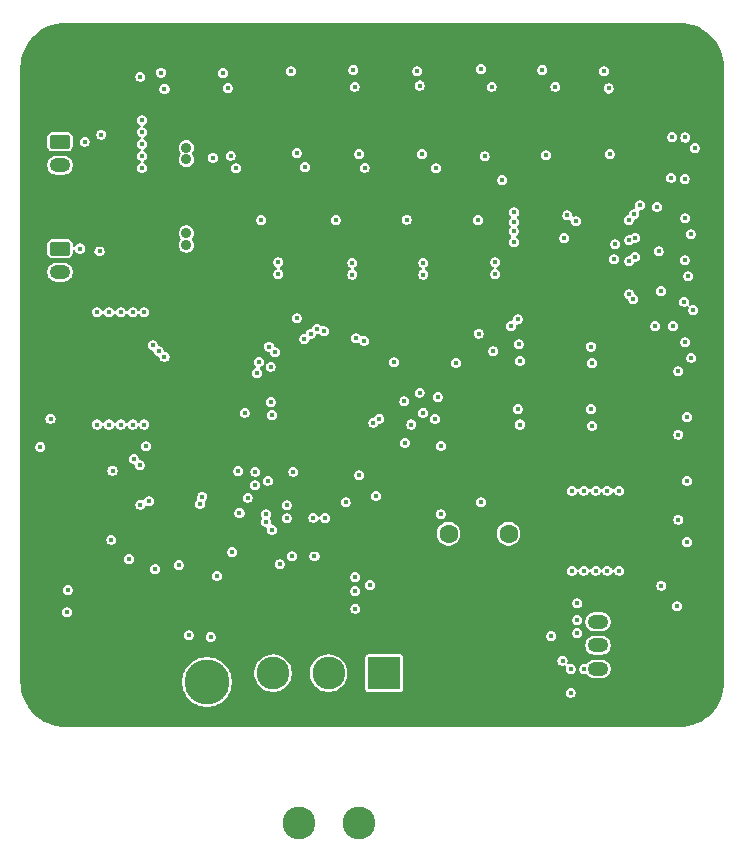
<source format=gbr>
%TF.GenerationSoftware,KiCad,Pcbnew,9.0.7*%
%TF.CreationDate,2026-02-05T13:38:49+01:00*%
%TF.ProjectId,PCB_Aquarium_v2,5043425f-4171-4756-9172-69756d5f7632,rev?*%
%TF.SameCoordinates,Original*%
%TF.FileFunction,Copper,L2,Inr*%
%TF.FilePolarity,Positive*%
%FSLAX46Y46*%
G04 Gerber Fmt 4.6, Leading zero omitted, Abs format (unit mm)*
G04 Created by KiCad (PCBNEW 9.0.7) date 2026-02-05 13:38:49*
%MOMM*%
%LPD*%
G01*
G04 APERTURE LIST*
G04 Aperture macros list*
%AMRoundRect*
0 Rectangle with rounded corners*
0 $1 Rounding radius*
0 $2 $3 $4 $5 $6 $7 $8 $9 X,Y pos of 4 corners*
0 Add a 4 corners polygon primitive as box body*
4,1,4,$2,$3,$4,$5,$6,$7,$8,$9,$2,$3,0*
0 Add four circle primitives for the rounded corners*
1,1,$1+$1,$2,$3*
1,1,$1+$1,$4,$5*
1,1,$1+$1,$6,$7*
1,1,$1+$1,$8,$9*
0 Add four rect primitives between the rounded corners*
20,1,$1+$1,$2,$3,$4,$5,0*
20,1,$1+$1,$4,$5,$6,$7,0*
20,1,$1+$1,$6,$7,$8,$9,0*
20,1,$1+$1,$8,$9,$2,$3,0*%
G04 Aperture macros list end*
%TA.AperFunction,ComponentPad*%
%ADD10C,2.775000*%
%TD*%
%TA.AperFunction,ComponentPad*%
%ADD11R,2.775000X2.775000*%
%TD*%
%TA.AperFunction,ComponentPad*%
%ADD12RoundRect,0.760000X-1.140000X-1.140000X1.140000X-1.140000X1.140000X1.140000X-1.140000X1.140000X0*%
%TD*%
%TA.AperFunction,ComponentPad*%
%ADD13C,3.800000*%
%TD*%
%TA.AperFunction,ComponentPad*%
%ADD14C,0.800000*%
%TD*%
%TA.AperFunction,ComponentPad*%
%ADD15C,6.400000*%
%TD*%
%TA.AperFunction,ComponentPad*%
%ADD16RoundRect,0.250000X-0.625000X0.350000X-0.625000X-0.350000X0.625000X-0.350000X0.625000X0.350000X0*%
%TD*%
%TA.AperFunction,ComponentPad*%
%ADD17O,1.750000X1.200000*%
%TD*%
%TA.AperFunction,ComponentPad*%
%ADD18C,1.600000*%
%TD*%
%TA.AperFunction,ComponentPad*%
%ADD19RoundRect,0.250000X0.625000X-0.350000X0.625000X0.350000X-0.625000X0.350000X-0.625000X-0.350000X0*%
%TD*%
%TA.AperFunction,ViaPad*%
%ADD20C,0.450000*%
%TD*%
%TA.AperFunction,ViaPad*%
%ADD21C,0.900000*%
%TD*%
G04 APERTURE END LIST*
D10*
%TO.N,N/C*%
%TO.C,SW102*%
X173760250Y-127950000D03*
X178840250Y-127950000D03*
%TO.N,unconnected-(SW102-C-Pad3)*%
X171600250Y-115250000D03*
%TO.N,Net-(J103-Pin_2)*%
X176300250Y-115250000D03*
D11*
%TO.N,+12V*%
X181000250Y-115250000D03*
%TD*%
D12*
%TO.N,GND*%
%TO.C,J103*%
X161000000Y-116000000D03*
D13*
%TO.N,Net-(J103-Pin_2)*%
X166000000Y-116000000D03*
%TD*%
D14*
%TO.N,GND*%
%TO.C,H103*%
X203600000Y-116000000D03*
X204302944Y-114302944D03*
X204302944Y-117697056D03*
X206000000Y-113600000D03*
D15*
X206000000Y-116000000D03*
D14*
X206000000Y-118400000D03*
X207697056Y-114302944D03*
X207697056Y-117697056D03*
X208400000Y-116000000D03*
%TD*%
%TO.N,GND*%
%TO.C,H104*%
X151600000Y-116000000D03*
X152302944Y-114302944D03*
X152302944Y-117697056D03*
X154000000Y-113600000D03*
D15*
X154000000Y-116000000D03*
D14*
X154000000Y-118400000D03*
X155697056Y-114302944D03*
X155697056Y-117697056D03*
X156400000Y-116000000D03*
%TD*%
%TO.N,GND*%
%TO.C,H101*%
X151600000Y-64000000D03*
X152302944Y-62302944D03*
X152302944Y-65697056D03*
X154000000Y-61600000D03*
D15*
X154000000Y-64000000D03*
D14*
X154000000Y-66400000D03*
X155697056Y-62302944D03*
X155697056Y-65697056D03*
X156400000Y-64000000D03*
%TD*%
D16*
%TO.N,+5V*%
%TO.C,J102*%
X153550000Y-79300000D03*
D17*
%TO.N,LED_interne_PWM*%
X153550000Y-81300001D03*
%TO.N,GND*%
X153550000Y-83300000D03*
%TD*%
D14*
%TO.N,GND*%
%TO.C,H102*%
X203600000Y-64000000D03*
X204302944Y-62302944D03*
X204302944Y-65697056D03*
X206000000Y-61600000D03*
D15*
X206000000Y-64000000D03*
D14*
X206000000Y-66400000D03*
X207697056Y-62302944D03*
X207697056Y-65697056D03*
X208400000Y-64000000D03*
%TD*%
D18*
%TO.N,+12V*%
%TO.C,U301*%
X186460000Y-103450000D03*
%TO.N,GND*%
X189000000Y-103450000D03*
%TO.N,+5V*%
X191540000Y-103450000D03*
%TD*%
D16*
%TO.N,+5V*%
%TO.C,J805*%
X153550000Y-70250001D03*
D17*
%TO.N,LED_externe_PWM*%
X153550000Y-72250002D03*
%TO.N,GND*%
X153550000Y-74250001D03*
%TD*%
D19*
%TO.N,GND*%
%TO.C,J104*%
X199100000Y-116900000D03*
D17*
%TO.N,/5V_Rpi*%
X199100000Y-114900000D03*
%TO.N,UART_Pi_Zero_RX*%
X199100000Y-112900000D03*
%TO.N,UART_Pi_Zero_TX*%
X199100000Y-110900000D03*
%TD*%
D20*
%TO.N,Screen_SDA*%
X185540000Y-91860000D03*
%TO.N,Screen_SCL*%
X187080000Y-88960000D03*
%TO.N,GND*%
X156380000Y-99290000D03*
X168980000Y-108580000D03*
X159830000Y-111120000D03*
X151360000Y-112710000D03*
X156920000Y-112600000D03*
X173500000Y-103770000D03*
X172956584Y-108895425D03*
X175790000Y-109110000D03*
X169030000Y-114300000D03*
X178680000Y-113590000D03*
X178520000Y-117900000D03*
X176940000Y-119150000D03*
X201860000Y-108530000D03*
X201910000Y-113320000D03*
X191690000Y-118230000D03*
X192380000Y-114050000D03*
X181735322Y-103836469D03*
X184020000Y-108880000D03*
X185440000Y-115040000D03*
X192080000Y-105910000D03*
X193370000Y-109180000D03*
X198670000Y-98060000D03*
X193370000Y-102370000D03*
X198900000Y-103200000D03*
X193920000Y-99580000D03*
X190470000Y-99200000D03*
X176530000Y-90320000D03*
X173630000Y-91450000D03*
X177560000Y-93930000D03*
X191970000Y-63800000D03*
X189940000Y-60830000D03*
X186680000Y-63430000D03*
X181310000Y-63950000D03*
X174020000Y-61140000D03*
X168320000Y-61090000D03*
X163010000Y-61140000D03*
X158340000Y-61590000D03*
X158560000Y-64540000D03*
X155890000Y-67700000D03*
X151730000Y-68120000D03*
X151260000Y-78620000D03*
X151470000Y-81310000D03*
X150960000Y-84720000D03*
X150930000Y-97290000D03*
X150790000Y-106730000D03*
X156090000Y-101960000D03*
X156820000Y-96630000D03*
X166320000Y-97780000D03*
X165600000Y-98310000D03*
X163330000Y-97820000D03*
X165290000Y-92240000D03*
X163480000Y-91610000D03*
X160270000Y-89410000D03*
X159510000Y-91430000D03*
X156970000Y-90470000D03*
X151610000Y-90390000D03*
X156450000Y-87660000D03*
X152010000Y-86020000D03*
X166060000Y-87960000D03*
X164260000Y-86820000D03*
X158490000Y-87870000D03*
X158450000Y-70040000D03*
X156760000Y-72980000D03*
X159240000Y-73390000D03*
X157600000Y-77230000D03*
X160180000Y-80240000D03*
X163050000Y-82100000D03*
X166610000Y-82790000D03*
X165760000Y-81080000D03*
X166450000Y-78450000D03*
X166880000Y-76110000D03*
X169800000Y-73380000D03*
X171930000Y-75230000D03*
X175360000Y-74470000D03*
X180040000Y-74750000D03*
X180090000Y-66550000D03*
X195670000Y-66780000D03*
X196680000Y-74890000D03*
X184550000Y-60810000D03*
X185420000Y-66230000D03*
X185510000Y-68600000D03*
X186420000Y-75160000D03*
X208940000Y-67010000D03*
X201280000Y-60990000D03*
X201870000Y-66280000D03*
X203190000Y-68010000D03*
X207630000Y-82070000D03*
X207690000Y-85670000D03*
X207870000Y-89630000D03*
X208350000Y-96430000D03*
X202240000Y-95300000D03*
X196760000Y-94540000D03*
X189510000Y-95620000D03*
X188790000Y-93520000D03*
X189870000Y-89830000D03*
X195900000Y-89180000D03*
X196440000Y-90100000D03*
X203110000Y-89990000D03*
X198410000Y-85270000D03*
X196280000Y-82210000D03*
X197130000Y-80430000D03*
%TO.N,UART_DEBUG_RX*%
X161600000Y-106450000D03*
%TO.N,GND*%
X187140000Y-87650000D03*
X203500001Y-73900000D03*
X208050000Y-78820000D03*
X209570000Y-78180000D03*
X209520000Y-84440000D03*
X209500000Y-81770000D03*
X205710000Y-74640000D03*
X205720000Y-77970000D03*
X205740000Y-84720000D03*
X205670000Y-81330000D03*
X160950000Y-98470000D03*
X184310000Y-95600000D03*
X187230000Y-98970000D03*
X184800000Y-99360000D03*
X175570000Y-95840000D03*
%TO.N,+5V*%
X202100000Y-83600000D03*
X201750000Y-83170000D03*
X202250000Y-80000000D03*
X201750000Y-80380000D03*
X202150000Y-76400000D03*
X201700000Y-76880000D03*
X202273306Y-78386484D03*
X201750000Y-78600000D03*
X192000000Y-76250000D03*
X191980000Y-78750000D03*
X191967500Y-77850000D03*
X191980000Y-77050000D03*
%TO.N,+3.3V*%
X181820000Y-88930000D03*
X192300000Y-85300000D03*
%TO.N,GND*%
X186800000Y-85200000D03*
%TO.N,heater_RESET*%
X173300000Y-98200000D03*
X163600000Y-106100000D03*
%TO.N,GND*%
X162700000Y-106450000D03*
%TO.N,heater_SLEEP*%
X171500000Y-103100000D03*
X172750000Y-102150000D03*
%TO.N,+5V*%
X168150000Y-105000000D03*
%TO.N,GND*%
X167200000Y-105950000D03*
%TO.N,heater_EN*%
X171400000Y-92300000D03*
X160300000Y-97650000D03*
%TO.N,heater_DIR*%
X168650000Y-98150000D03*
X171500000Y-93400000D03*
%TO.N,heater_STEP*%
X172750000Y-101050000D03*
X171000000Y-102425003D03*
%TO.N,GND*%
X167750000Y-101800000D03*
%TO.N,+12V*%
X168750000Y-101700000D03*
%TO.N,GND*%
X164050000Y-102900000D03*
%TO.N,+12V*%
X159400000Y-105600000D03*
X161100000Y-100700000D03*
X165600000Y-100300000D03*
%TO.N,OUT1B*%
X165400000Y-100900000D03*
%TO.N,+3.3V*%
X172143750Y-106043750D03*
X173200000Y-105350001D03*
X175100000Y-105350001D03*
X178549000Y-107100000D03*
X178549000Y-108300000D03*
X178549000Y-109800000D03*
%TO.N,Output*%
X189200000Y-100800000D03*
X204462500Y-107837500D03*
%TO.N,+3.3V*%
X199600000Y-64300000D03*
%TO.N,GND*%
X199700000Y-63000000D03*
X197100000Y-66300000D03*
X199100000Y-61700000D03*
%TO.N,+3.3V*%
X194400000Y-64200000D03*
%TO.N,GND*%
X194400000Y-63000000D03*
X193900000Y-66300000D03*
X193900000Y-61700000D03*
X189100000Y-63100000D03*
X188600000Y-61700000D03*
X188500000Y-66300000D03*
%TO.N,+3.3V*%
X189200000Y-64100000D03*
X183800000Y-64300000D03*
X178400000Y-64200000D03*
%TO.N,GND*%
X178300000Y-63000000D03*
X175900000Y-61700000D03*
X175900000Y-66100000D03*
X172700000Y-66300000D03*
X172700000Y-61700000D03*
X173200000Y-63000000D03*
%TO.N,+3.3V*%
X173100000Y-64300000D03*
%TO.N,GND*%
X173300000Y-73300000D03*
X173300000Y-68700000D03*
X173700000Y-70100000D03*
%TO.N,+3.3V*%
X173600000Y-71200000D03*
%TO.N,GND*%
X178900000Y-70100000D03*
X176500000Y-73300000D03*
X178600000Y-68700000D03*
%TO.N,+3.3V*%
X178900000Y-71300000D03*
%TO.N,GND*%
X183900000Y-73300000D03*
X184000000Y-68700000D03*
X184200000Y-70100000D03*
%TO.N,+3.3V*%
X184200000Y-71300000D03*
%TO.N,GND*%
X189200000Y-68700000D03*
X189600000Y-70100000D03*
%TO.N,+3.3V*%
X189500000Y-71500000D03*
%TO.N,GND*%
X189200000Y-73200000D03*
X194500000Y-73300000D03*
X194500000Y-68700000D03*
X194800000Y-70000000D03*
%TO.N,+3.3V*%
X194700000Y-71400000D03*
%TO.N,GND*%
X199700000Y-73300000D03*
X199800000Y-68700000D03*
X200200000Y-70100000D03*
%TO.N,+3.3V*%
X200100000Y-71300000D03*
%TO.N,Reverse_PWM_1*%
X184000000Y-65500000D03*
X175900000Y-86300000D03*
%TO.N,GEAR_PWM_3*%
X179350000Y-72450000D03*
X175308144Y-86099164D03*
%TO.N,Reverse_PWM_3*%
X178500000Y-65600000D03*
X174800000Y-86500000D03*
%TO.N,GEAR_PWM_6*%
X174300000Y-72400000D03*
X174243347Y-86966285D03*
%TO.N,GEAR_PWM_1*%
X185400000Y-72500000D03*
X178600000Y-86900000D03*
%TO.N,hatchway_PWM_1*%
X190100000Y-65600000D03*
X179300000Y-87100000D03*
%TO.N,GEAR_PWM_5*%
X191000000Y-73500000D03*
X180600000Y-93700000D03*
%TO.N,hatchway_PWM_3*%
X195500000Y-65600000D03*
X180079967Y-94046688D03*
%TO.N,+5V*%
X185800000Y-96000000D03*
X185300000Y-93700000D03*
X185776133Y-101799000D03*
%TO.N,GEAR_PWM_2*%
X189000000Y-86500000D03*
X183300000Y-94200000D03*
%TO.N,+5V*%
X184300000Y-93200000D03*
X184000000Y-91500000D03*
%TO.N,hatchway_PWM_2*%
X200000000Y-65750000D03*
%TO.N,GND*%
X191250000Y-86500000D03*
%TO.N,hatchway_PWM_2*%
X190250000Y-88000000D03*
%TO.N,GEAR_PWM_4*%
X196500000Y-76500000D03*
X182750000Y-95750000D03*
%TO.N,GND*%
X195600000Y-87400000D03*
D21*
%TO.N,+3.3V*%
X164250000Y-78000000D03*
X164250000Y-71750000D03*
X164250000Y-70750000D03*
X164250000Y-79000000D03*
D20*
%TO.N,+5V*%
X179800000Y-107775133D03*
X166850000Y-107000000D03*
X164450000Y-112050000D03*
%TO.N,GND*%
X168350000Y-94400000D03*
%TO.N,food_PWM_1*%
X162400000Y-65800000D03*
X161400000Y-87500000D03*
%TO.N,food_PWM_2*%
X167750000Y-65700000D03*
X161900000Y-88000000D03*
%TO.N,food_PWM_3*%
X168450000Y-72500000D03*
X162400000Y-88450000D03*
%TO.N,GND*%
X202550000Y-74300000D03*
X194100000Y-90000000D03*
X207625000Y-83525000D03*
X163100000Y-108412499D03*
X204390000Y-74090000D03*
X199812500Y-83800000D03*
X200300000Y-90000000D03*
X169300000Y-97250000D03*
X176635000Y-101035000D03*
X167300000Y-84700000D03*
X169050000Y-78400000D03*
X154000000Y-100550000D03*
X207399999Y-110000000D03*
X165000000Y-66300000D03*
X179250000Y-100700000D03*
X195700000Y-92700000D03*
X162087500Y-103900000D03*
X181450000Y-78400000D03*
X173750000Y-87350000D03*
X209000000Y-110900000D03*
X168550000Y-85300000D03*
X200300000Y-95300000D03*
X166300000Y-94200000D03*
X160500000Y-79050000D03*
X162087500Y-101900000D03*
X160500000Y-76050000D03*
X204350000Y-77400000D03*
X196150000Y-111300000D03*
X194212500Y-87912500D03*
X194100000Y-95300000D03*
X165300000Y-94200000D03*
X151000000Y-99300000D03*
X189100000Y-83750000D03*
X160500000Y-78050000D03*
X202700000Y-87350000D03*
X208500000Y-71400000D03*
X160900000Y-62500000D03*
X169298415Y-101006342D03*
X209000000Y-103800000D03*
X161418751Y-107531249D03*
X175330000Y-78400000D03*
X204400000Y-93050000D03*
X156900000Y-80600000D03*
X164700000Y-108416875D03*
X159650000Y-66300000D03*
X169685000Y-88635000D03*
X204400000Y-103750000D03*
X156500000Y-108200000D03*
X208480000Y-86450000D03*
X165300000Y-84700000D03*
X163087500Y-103900000D03*
X164300000Y-84700000D03*
X168800000Y-89700000D03*
X153500000Y-75150000D03*
X207649999Y-69550001D03*
X167950000Y-70100000D03*
X166350000Y-108400000D03*
X163087500Y-102900000D03*
X167650000Y-63000000D03*
X199812500Y-76587500D03*
X202800000Y-78050000D03*
X208350000Y-79900000D03*
X190400000Y-92700000D03*
X154100000Y-90500000D03*
X196600000Y-92700000D03*
X168225000Y-100800000D03*
X194162500Y-93262500D03*
X204900000Y-95000000D03*
X164087500Y-101900000D03*
X196750000Y-118500000D03*
X202900000Y-110900000D03*
X204950000Y-89700000D03*
X209000000Y-98500000D03*
X207625000Y-79875000D03*
X204250000Y-69800000D03*
X204350000Y-98450000D03*
X165100000Y-61100000D03*
X167300000Y-94200000D03*
X179280000Y-101800000D03*
X166300000Y-84700000D03*
X164300000Y-94200000D03*
X166350000Y-62550000D03*
X164087500Y-103900000D03*
X168585000Y-99335000D03*
X204250000Y-101100000D03*
X166200000Y-67950000D03*
X208450000Y-83400000D03*
X163300000Y-84700000D03*
X204300000Y-84550000D03*
X163087500Y-101900000D03*
X171150000Y-78400000D03*
X183350000Y-78400000D03*
X157950000Y-105050000D03*
X207725000Y-86975000D03*
X151000000Y-101350000D03*
X208900000Y-93150000D03*
X204400000Y-87900000D03*
X200337500Y-93237500D03*
X207725000Y-72975000D03*
X203000000Y-79800000D03*
X201800000Y-92700000D03*
X163300000Y-94200000D03*
X196750000Y-115700000D03*
X207100000Y-107300000D03*
X207675000Y-76425000D03*
X208350000Y-76350000D03*
X182700000Y-90750000D03*
X177450000Y-78400000D03*
X162087500Y-102900000D03*
X177050000Y-83700000D03*
X154550000Y-97650000D03*
X202850000Y-93200000D03*
X172750000Y-87350000D03*
X208500000Y-72800000D03*
X160500000Y-75050000D03*
X189450000Y-78400000D03*
X179800000Y-102180000D03*
X180700000Y-85400000D03*
X199043459Y-117748118D03*
X196650000Y-87450000D03*
X183100000Y-83850000D03*
X170950000Y-83800000D03*
X183400000Y-89250000D03*
X204300000Y-81000000D03*
X204750000Y-71350000D03*
X153450000Y-84150000D03*
X181000000Y-102200000D03*
X200575000Y-87925000D03*
X160500000Y-77049999D03*
X167800000Y-73500000D03*
X202750000Y-98300000D03*
X203050000Y-83400000D03*
X201800000Y-87400000D03*
X162300000Y-63150000D03*
X158300000Y-99600000D03*
X187500000Y-78400000D03*
X175800000Y-101300000D03*
X157450000Y-68500000D03*
X175250000Y-85250000D03*
X159800000Y-61100000D03*
X166950000Y-69550000D03*
%TO.N,+5V*%
X160500000Y-70450001D03*
X206450000Y-73400000D03*
X206650000Y-104150000D03*
X207000000Y-88550000D03*
X205900000Y-102250000D03*
X207180000Y-84510000D03*
X205900000Y-89700000D03*
X206450000Y-80300000D03*
X157700001Y-84700000D03*
X206950000Y-78100000D03*
X206500000Y-69900000D03*
X159700001Y-84700000D03*
X160700001Y-84700000D03*
X157050000Y-69650000D03*
X206500000Y-76750000D03*
X206650000Y-98950000D03*
X156700001Y-84700000D03*
X206400000Y-83800000D03*
X160500000Y-71450001D03*
X160500000Y-68450001D03*
X206750000Y-81650000D03*
X199900000Y-99812500D03*
X198900000Y-99812500D03*
X160500000Y-72450001D03*
X206650000Y-93550000D03*
X205900000Y-95050000D03*
X207300000Y-70800000D03*
X197900000Y-99812500D03*
X196900000Y-99812500D03*
X206500000Y-87250000D03*
X205800000Y-109600000D03*
X200900000Y-99812500D03*
X160500000Y-69450001D03*
X155650000Y-70250000D03*
X158700001Y-84700000D03*
X155250000Y-79300000D03*
X156900000Y-79550000D03*
%TO.N,+3.3V*%
X160350000Y-64750000D03*
X170390000Y-88890000D03*
X170230000Y-89850000D03*
X167350000Y-64450000D03*
X180300000Y-100225000D03*
X177750000Y-100800000D03*
X170050000Y-99350000D03*
X166500000Y-71600000D03*
X162100000Y-64400000D03*
X168000000Y-71450000D03*
X171250000Y-87600000D03*
X176006250Y-102106250D03*
X175006249Y-102093751D03*
X171750000Y-88100000D03*
X169450000Y-100400000D03*
X170080000Y-98200000D03*
%TO.N,NRST*%
X169200000Y-93200000D03*
X158000000Y-98100000D03*
%TO.N,/5V_Rpi*%
X196800000Y-114900000D03*
X198900000Y-106587500D03*
X197950000Y-114900000D03*
X196800000Y-116900000D03*
X197900000Y-106587500D03*
X196900000Y-106587500D03*
X199900000Y-106587500D03*
X200900000Y-106587500D03*
X197350000Y-110750000D03*
X197350000Y-109350000D03*
X196100000Y-114200000D03*
X197350000Y-111850000D03*
%TO.N,+12V*%
X190400000Y-80462296D03*
X192500000Y-88800000D03*
X176900000Y-76900000D03*
X198600000Y-89000000D03*
X192300000Y-92900000D03*
X188950000Y-76900000D03*
X182900000Y-76850000D03*
X190400000Y-81462296D03*
X170600000Y-76900000D03*
X159700000Y-94200000D03*
X184318605Y-80500000D03*
X198600000Y-94300000D03*
X198500000Y-92900000D03*
X160700000Y-94200000D03*
X184318605Y-81500000D03*
X192400000Y-87400000D03*
X178300000Y-80500000D03*
X192500000Y-94200000D03*
X178300000Y-81500000D03*
X172046175Y-81475198D03*
X156700000Y-94200000D03*
X198500000Y-87600000D03*
X157700000Y-94200000D03*
X158700000Y-94200000D03*
X166300000Y-112200000D03*
X172046175Y-80475198D03*
%TO.N,UART_Pi_Zero_RX*%
X195150000Y-112100000D03*
%TO.N,UART_Pi_Zero_TX*%
X178900000Y-98500000D03*
%TO.N,UART_DEBUG_RX*%
X157900000Y-103950000D03*
%TO.N,SWDIO*%
X171000000Y-101800000D03*
X154150000Y-110100000D03*
%TO.N,SWCLK*%
X171150000Y-98950000D03*
X154200000Y-108200000D03*
%TO.N,UART_DEBUG_TX*%
X159800000Y-97100000D03*
X160850000Y-96050000D03*
%TO.N,SD0*%
X205450000Y-85850000D03*
X203950000Y-85850000D03*
%TO.N,SC3*%
X202650000Y-75650000D03*
X204100000Y-75750000D03*
%TO.N,SC1*%
X200450000Y-80225000D03*
X204450000Y-82900000D03*
%TO.N,SD4*%
X197250000Y-77000000D03*
X205400000Y-69850000D03*
%TO.N,SC2*%
X200562499Y-78937501D03*
X204250000Y-79550000D03*
%TO.N,SD5*%
X205300000Y-73300000D03*
X196250000Y-78400000D03*
%TO.N,OUT2B*%
X160350000Y-101000000D03*
X151900000Y-96100000D03*
%TO.N,OUT1B*%
X152750000Y-93700000D03*
%TO.N,Screen_RESET*%
X191750000Y-85850000D03*
X182700000Y-92250000D03*
%TO.N,GPIO_Pump_4*%
X173600000Y-85200000D03*
X171400000Y-89300000D03*
%TD*%
%TA.AperFunction,Conductor*%
%TO.N,GND*%
G36*
X206003032Y-60200649D02*
G01*
X206067797Y-60203830D01*
X206366338Y-60218497D01*
X206378440Y-60219689D01*
X206735230Y-60272613D01*
X206747140Y-60274982D01*
X207097046Y-60362629D01*
X207108663Y-60366154D01*
X207448275Y-60487669D01*
X207459497Y-60492317D01*
X207785582Y-60646543D01*
X207796290Y-60652267D01*
X207984308Y-60764961D01*
X208105659Y-60837696D01*
X208115777Y-60844456D01*
X208405488Y-61059321D01*
X208414894Y-61067041D01*
X208682146Y-61309264D01*
X208690735Y-61317853D01*
X208894324Y-61542479D01*
X208932958Y-61585105D01*
X208940678Y-61594511D01*
X209155543Y-61884222D01*
X209162303Y-61894340D01*
X209347725Y-62203697D01*
X209353462Y-62214429D01*
X209507679Y-62540495D01*
X209512335Y-62551737D01*
X209633840Y-62891319D01*
X209637373Y-62902964D01*
X209725014Y-63252846D01*
X209727388Y-63264782D01*
X209780309Y-63621555D01*
X209781502Y-63633664D01*
X209799351Y-63996967D01*
X209799500Y-64003052D01*
X209799500Y-115996947D01*
X209799351Y-116003032D01*
X209781502Y-116366335D01*
X209780309Y-116378444D01*
X209727388Y-116735217D01*
X209725014Y-116747153D01*
X209637373Y-117097035D01*
X209633840Y-117108680D01*
X209512335Y-117448262D01*
X209507679Y-117459504D01*
X209353462Y-117785570D01*
X209347725Y-117796302D01*
X209162303Y-118105659D01*
X209155543Y-118115777D01*
X208940678Y-118405488D01*
X208932958Y-118414894D01*
X208690743Y-118682138D01*
X208682138Y-118690743D01*
X208414894Y-118932958D01*
X208405488Y-118940678D01*
X208115777Y-119155543D01*
X208105659Y-119162303D01*
X207796302Y-119347725D01*
X207785570Y-119353462D01*
X207459504Y-119507679D01*
X207448262Y-119512335D01*
X207108680Y-119633840D01*
X207097035Y-119637373D01*
X206747153Y-119725014D01*
X206735217Y-119727388D01*
X206378444Y-119780309D01*
X206366335Y-119781502D01*
X206003033Y-119799351D01*
X205996948Y-119799500D01*
X154003052Y-119799500D01*
X153996967Y-119799351D01*
X153633664Y-119781502D01*
X153621555Y-119780309D01*
X153264782Y-119727388D01*
X153252846Y-119725014D01*
X152902964Y-119637373D01*
X152891323Y-119633841D01*
X152551734Y-119512334D01*
X152540495Y-119507679D01*
X152214429Y-119353462D01*
X152203702Y-119347727D01*
X151894340Y-119162303D01*
X151884222Y-119155543D01*
X151594511Y-118940678D01*
X151585105Y-118932958D01*
X151542479Y-118894324D01*
X151317853Y-118690735D01*
X151309264Y-118682146D01*
X151067041Y-118414894D01*
X151059321Y-118405488D01*
X150844456Y-118115777D01*
X150837696Y-118105659D01*
X150813061Y-118064558D01*
X150652267Y-117796290D01*
X150646543Y-117785582D01*
X150492317Y-117459497D01*
X150487669Y-117448275D01*
X150366154Y-117108663D01*
X150362629Y-117097046D01*
X150274982Y-116747140D01*
X150272613Y-116735230D01*
X150219689Y-116378440D01*
X150218497Y-116366334D01*
X150214477Y-116284514D01*
X150200649Y-116003031D01*
X150200500Y-115996947D01*
X150200500Y-115862332D01*
X163899500Y-115862332D01*
X163899500Y-116137667D01*
X163899501Y-116137684D01*
X163935438Y-116410655D01*
X163935439Y-116410660D01*
X163935440Y-116410666D01*
X163935441Y-116410668D01*
X164006704Y-116676630D01*
X164112075Y-116931017D01*
X164112080Y-116931028D01*
X164194861Y-117074407D01*
X164249751Y-117169479D01*
X164249753Y-117169482D01*
X164249754Y-117169483D01*
X164417370Y-117387926D01*
X164417376Y-117387933D01*
X164612066Y-117582623D01*
X164612072Y-117582628D01*
X164830521Y-117750249D01*
X164983778Y-117838732D01*
X165068971Y-117887919D01*
X165068976Y-117887921D01*
X165068979Y-117887923D01*
X165323368Y-117993295D01*
X165589334Y-118064560D01*
X165862326Y-118100500D01*
X165862333Y-118100500D01*
X166137667Y-118100500D01*
X166137674Y-118100500D01*
X166410666Y-118064560D01*
X166676632Y-117993295D01*
X166931021Y-117887923D01*
X167169479Y-117750249D01*
X167387928Y-117582628D01*
X167582628Y-117387928D01*
X167750249Y-117169479D01*
X167887923Y-116931021D01*
X167923976Y-116843982D01*
X196374500Y-116843982D01*
X196374500Y-116956018D01*
X196403497Y-117064237D01*
X196459515Y-117161263D01*
X196538737Y-117240485D01*
X196635763Y-117296503D01*
X196743982Y-117325500D01*
X196743984Y-117325500D01*
X196856016Y-117325500D01*
X196856018Y-117325500D01*
X196964237Y-117296503D01*
X197061263Y-117240485D01*
X197140485Y-117161263D01*
X197196503Y-117064237D01*
X197225500Y-116956018D01*
X197225500Y-116843982D01*
X197196503Y-116735763D01*
X197140485Y-116638737D01*
X197061263Y-116559515D01*
X196964237Y-116503497D01*
X196856018Y-116474500D01*
X196743982Y-116474500D01*
X196635763Y-116503497D01*
X196635760Y-116503498D01*
X196538740Y-116559513D01*
X196538734Y-116559517D01*
X196459517Y-116638734D01*
X196459513Y-116638740D01*
X196403498Y-116735760D01*
X196403497Y-116735763D01*
X196374500Y-116843982D01*
X167923976Y-116843982D01*
X167993295Y-116676632D01*
X168064560Y-116410666D01*
X168100500Y-116137674D01*
X168100500Y-115862326D01*
X168064560Y-115589334D01*
X167993295Y-115323368D01*
X167926149Y-115161265D01*
X167911137Y-115125022D01*
X170012250Y-115125022D01*
X170012250Y-115374977D01*
X170051352Y-115621857D01*
X170128594Y-115859584D01*
X170201685Y-116003031D01*
X170242071Y-116082293D01*
X170388992Y-116284512D01*
X170565738Y-116461258D01*
X170767957Y-116608179D01*
X170864260Y-116657248D01*
X170990665Y-116721655D01*
X170990667Y-116721655D01*
X170990670Y-116721657D01*
X171228393Y-116798898D01*
X171475272Y-116838000D01*
X171475273Y-116838000D01*
X171725227Y-116838000D01*
X171725228Y-116838000D01*
X171972107Y-116798898D01*
X172209830Y-116721657D01*
X172432543Y-116608179D01*
X172634762Y-116461258D01*
X172811508Y-116284512D01*
X172958429Y-116082293D01*
X173071907Y-115859580D01*
X173149148Y-115621857D01*
X173188250Y-115374978D01*
X173188250Y-115125022D01*
X174712250Y-115125022D01*
X174712250Y-115374977D01*
X174751352Y-115621857D01*
X174828594Y-115859584D01*
X174901685Y-116003031D01*
X174942071Y-116082293D01*
X175088992Y-116284512D01*
X175265738Y-116461258D01*
X175467957Y-116608179D01*
X175564260Y-116657248D01*
X175690665Y-116721655D01*
X175690667Y-116721655D01*
X175690670Y-116721657D01*
X175928393Y-116798898D01*
X176175272Y-116838000D01*
X176175273Y-116838000D01*
X176425227Y-116838000D01*
X176425228Y-116838000D01*
X176672107Y-116798898D01*
X176909830Y-116721657D01*
X177132543Y-116608179D01*
X177334762Y-116461258D01*
X177511508Y-116284512D01*
X177658429Y-116082293D01*
X177771907Y-115859580D01*
X177849148Y-115621857D01*
X177888250Y-115374978D01*
X177888250Y-115125022D01*
X177849148Y-114878143D01*
X177771907Y-114640420D01*
X177771905Y-114640417D01*
X177771905Y-114640415D01*
X177658428Y-114417706D01*
X177511508Y-114215488D01*
X177334762Y-114038742D01*
X177132543Y-113891821D01*
X177069143Y-113859517D01*
X177036230Y-113842747D01*
X179412250Y-113842747D01*
X179412250Y-116657252D01*
X179423881Y-116715729D01*
X179423882Y-116715730D01*
X179468197Y-116782052D01*
X179534519Y-116826367D01*
X179534520Y-116826368D01*
X179592997Y-116837999D01*
X179593000Y-116838000D01*
X179593002Y-116838000D01*
X182407500Y-116838000D01*
X182407501Y-116837999D01*
X182422318Y-116835052D01*
X182465979Y-116826368D01*
X182465979Y-116826367D01*
X182465981Y-116826367D01*
X182532302Y-116782052D01*
X182576617Y-116715731D01*
X182576617Y-116715729D01*
X182576618Y-116715729D01*
X182588249Y-116657252D01*
X182588250Y-116657250D01*
X182588250Y-114143982D01*
X195674500Y-114143982D01*
X195674500Y-114256018D01*
X195703497Y-114364237D01*
X195759515Y-114461263D01*
X195838737Y-114540485D01*
X195935763Y-114596503D01*
X196043982Y-114625500D01*
X196043984Y-114625500D01*
X196156015Y-114625500D01*
X196156018Y-114625500D01*
X196247016Y-114601117D01*
X196316863Y-114602780D01*
X196374726Y-114641942D01*
X196402230Y-114706170D01*
X196398882Y-114752984D01*
X196374500Y-114843980D01*
X196374500Y-114956017D01*
X196403497Y-115064236D01*
X196403498Y-115064239D01*
X196406237Y-115068983D01*
X196459515Y-115161263D01*
X196538737Y-115240485D01*
X196635763Y-115296503D01*
X196743982Y-115325500D01*
X196743984Y-115325500D01*
X196856016Y-115325500D01*
X196856018Y-115325500D01*
X196964237Y-115296503D01*
X197061263Y-115240485D01*
X197140485Y-115161263D01*
X197196503Y-115064237D01*
X197225500Y-114956018D01*
X197225500Y-114843982D01*
X197524500Y-114843982D01*
X197524500Y-114956017D01*
X197553497Y-115064236D01*
X197553498Y-115064239D01*
X197556237Y-115068983D01*
X197609515Y-115161263D01*
X197688737Y-115240485D01*
X197785763Y-115296503D01*
X197893982Y-115325500D01*
X197893984Y-115325500D01*
X198006014Y-115325500D01*
X198006018Y-115325500D01*
X198039389Y-115316558D01*
X198109235Y-115318221D01*
X198167098Y-115357383D01*
X198174577Y-115367435D01*
X198192832Y-115394756D01*
X198203212Y-115410291D01*
X198314707Y-115521786D01*
X198314711Y-115521789D01*
X198445814Y-115609390D01*
X198445827Y-115609397D01*
X198591498Y-115669735D01*
X198591503Y-115669737D01*
X198746153Y-115700499D01*
X198746156Y-115700500D01*
X198746158Y-115700500D01*
X199453844Y-115700500D01*
X199453845Y-115700499D01*
X199608497Y-115669737D01*
X199754179Y-115609394D01*
X199885289Y-115521789D01*
X199996789Y-115410289D01*
X200084394Y-115279179D01*
X200144737Y-115133497D01*
X200175500Y-114978842D01*
X200175500Y-114821158D01*
X200175500Y-114821155D01*
X200175499Y-114821153D01*
X200144738Y-114666510D01*
X200144737Y-114666503D01*
X200122189Y-114612066D01*
X200084397Y-114520827D01*
X200084390Y-114520814D01*
X199996789Y-114389711D01*
X199996786Y-114389707D01*
X199885292Y-114278213D01*
X199885288Y-114278210D01*
X199754185Y-114190609D01*
X199754172Y-114190602D01*
X199608501Y-114130264D01*
X199608489Y-114130261D01*
X199453845Y-114099500D01*
X199453842Y-114099500D01*
X198746158Y-114099500D01*
X198746155Y-114099500D01*
X198591510Y-114130261D01*
X198591498Y-114130264D01*
X198445827Y-114190602D01*
X198445814Y-114190609D01*
X198314711Y-114278210D01*
X198314707Y-114278213D01*
X198203213Y-114389707D01*
X198203208Y-114389713D01*
X198174580Y-114432558D01*
X198120968Y-114477362D01*
X198051642Y-114486069D01*
X198039386Y-114483441D01*
X198006018Y-114474500D01*
X197893982Y-114474500D01*
X197785763Y-114503497D01*
X197785760Y-114503498D01*
X197688740Y-114559513D01*
X197688734Y-114559517D01*
X197609517Y-114638734D01*
X197609513Y-114638740D01*
X197553498Y-114735760D01*
X197553497Y-114735763D01*
X197524500Y-114843982D01*
X197225500Y-114843982D01*
X197196503Y-114735763D01*
X197140485Y-114638737D01*
X197061263Y-114559515D01*
X196964237Y-114503497D01*
X196856018Y-114474500D01*
X196743982Y-114474500D01*
X196743980Y-114474500D01*
X196652984Y-114498882D01*
X196583135Y-114497219D01*
X196525272Y-114458056D01*
X196497769Y-114393827D01*
X196501116Y-114347018D01*
X196525500Y-114256018D01*
X196525500Y-114143982D01*
X196496503Y-114035763D01*
X196440485Y-113938737D01*
X196361263Y-113859515D01*
X196264237Y-113803497D01*
X196156018Y-113774500D01*
X196043982Y-113774500D01*
X195935763Y-113803497D01*
X195935760Y-113803498D01*
X195838740Y-113859513D01*
X195838734Y-113859517D01*
X195759517Y-113938734D01*
X195759513Y-113938740D01*
X195703498Y-114035760D01*
X195703497Y-114035763D01*
X195674500Y-114143982D01*
X182588250Y-114143982D01*
X182588250Y-113842749D01*
X182588249Y-113842747D01*
X182576618Y-113784270D01*
X182576617Y-113784269D01*
X182532302Y-113717947D01*
X182465980Y-113673632D01*
X182465979Y-113673631D01*
X182407502Y-113662000D01*
X182407498Y-113662000D01*
X179593002Y-113662000D01*
X179592997Y-113662000D01*
X179534520Y-113673631D01*
X179534519Y-113673632D01*
X179468197Y-113717947D01*
X179423882Y-113784269D01*
X179423881Y-113784270D01*
X179412250Y-113842747D01*
X177036230Y-113842747D01*
X176909834Y-113778344D01*
X176672107Y-113701102D01*
X176498675Y-113673633D01*
X176425228Y-113662000D01*
X176175272Y-113662000D01*
X176101831Y-113673632D01*
X175928392Y-113701102D01*
X175690665Y-113778344D01*
X175467956Y-113891821D01*
X175352583Y-113975644D01*
X175265738Y-114038742D01*
X175265736Y-114038744D01*
X175265735Y-114038744D01*
X175088994Y-114215485D01*
X175088994Y-114215486D01*
X175088992Y-114215488D01*
X175059546Y-114256017D01*
X174942071Y-114417706D01*
X174828594Y-114640415D01*
X174751352Y-114878142D01*
X174712250Y-115125022D01*
X173188250Y-115125022D01*
X173149148Y-114878143D01*
X173071907Y-114640420D01*
X173071905Y-114640417D01*
X173071905Y-114640415D01*
X172958428Y-114417706D01*
X172811508Y-114215488D01*
X172634762Y-114038742D01*
X172432543Y-113891821D01*
X172369143Y-113859517D01*
X172209834Y-113778344D01*
X171972107Y-113701102D01*
X171798675Y-113673633D01*
X171725228Y-113662000D01*
X171475272Y-113662000D01*
X171401831Y-113673632D01*
X171228392Y-113701102D01*
X170990665Y-113778344D01*
X170767956Y-113891821D01*
X170652583Y-113975644D01*
X170565738Y-114038742D01*
X170565736Y-114038744D01*
X170565735Y-114038744D01*
X170388994Y-114215485D01*
X170388994Y-114215486D01*
X170388992Y-114215488D01*
X170359546Y-114256017D01*
X170242071Y-114417706D01*
X170128594Y-114640415D01*
X170051352Y-114878142D01*
X170012250Y-115125022D01*
X167911137Y-115125022D01*
X167887923Y-115068979D01*
X167887920Y-115068974D01*
X167887919Y-115068971D01*
X167822704Y-114956017D01*
X167750249Y-114830521D01*
X167603089Y-114638737D01*
X167582629Y-114612073D01*
X167582623Y-114612066D01*
X167387933Y-114417376D01*
X167387926Y-114417370D01*
X167169483Y-114249754D01*
X167169482Y-114249753D01*
X167169479Y-114249751D01*
X167067030Y-114190602D01*
X166931028Y-114112080D01*
X166931017Y-114112075D01*
X166676630Y-114006704D01*
X166543649Y-113971072D01*
X166410666Y-113935440D01*
X166410660Y-113935439D01*
X166410655Y-113935438D01*
X166137684Y-113899501D01*
X166137679Y-113899500D01*
X166137674Y-113899500D01*
X165862326Y-113899500D01*
X165862320Y-113899500D01*
X165862315Y-113899501D01*
X165589344Y-113935438D01*
X165589337Y-113935439D01*
X165589334Y-113935440D01*
X165533125Y-113950500D01*
X165323369Y-114006704D01*
X165068982Y-114112075D01*
X165068971Y-114112080D01*
X164830516Y-114249754D01*
X164612073Y-114417370D01*
X164612066Y-114417376D01*
X164417376Y-114612066D01*
X164417370Y-114612073D01*
X164249754Y-114830516D01*
X164112080Y-115068971D01*
X164112075Y-115068982D01*
X164006704Y-115323369D01*
X163935441Y-115589331D01*
X163935438Y-115589344D01*
X163899501Y-115862315D01*
X163899500Y-115862332D01*
X150200500Y-115862332D01*
X150200500Y-112821153D01*
X198024500Y-112821153D01*
X198024500Y-112978846D01*
X198055261Y-113133489D01*
X198055264Y-113133501D01*
X198115602Y-113279172D01*
X198115609Y-113279185D01*
X198203210Y-113410288D01*
X198203213Y-113410292D01*
X198314707Y-113521786D01*
X198314711Y-113521789D01*
X198445814Y-113609390D01*
X198445827Y-113609397D01*
X198572824Y-113662000D01*
X198591503Y-113669737D01*
X198746153Y-113700499D01*
X198746156Y-113700500D01*
X198746158Y-113700500D01*
X199453844Y-113700500D01*
X199453845Y-113700499D01*
X199608497Y-113669737D01*
X199754179Y-113609394D01*
X199885289Y-113521789D01*
X199996789Y-113410289D01*
X200084394Y-113279179D01*
X200144737Y-113133497D01*
X200175500Y-112978842D01*
X200175500Y-112821158D01*
X200175500Y-112821155D01*
X200175499Y-112821153D01*
X200144738Y-112666510D01*
X200144737Y-112666503D01*
X200127753Y-112625499D01*
X200084397Y-112520827D01*
X200084390Y-112520814D01*
X199996789Y-112389711D01*
X199996786Y-112389707D01*
X199885292Y-112278213D01*
X199885288Y-112278210D01*
X199754185Y-112190609D01*
X199754172Y-112190602D01*
X199608501Y-112130264D01*
X199608489Y-112130261D01*
X199453845Y-112099500D01*
X199453842Y-112099500D01*
X198746158Y-112099500D01*
X198746155Y-112099500D01*
X198591510Y-112130261D01*
X198591498Y-112130264D01*
X198445827Y-112190602D01*
X198445814Y-112190609D01*
X198314711Y-112278210D01*
X198314707Y-112278213D01*
X198203213Y-112389707D01*
X198203210Y-112389711D01*
X198115609Y-112520814D01*
X198115602Y-112520827D01*
X198055264Y-112666498D01*
X198055261Y-112666510D01*
X198024500Y-112821153D01*
X150200500Y-112821153D01*
X150200500Y-111993982D01*
X164024500Y-111993982D01*
X164024500Y-112106018D01*
X164053497Y-112214237D01*
X164109515Y-112311263D01*
X164188737Y-112390485D01*
X164285763Y-112446503D01*
X164393982Y-112475500D01*
X164393984Y-112475500D01*
X164506016Y-112475500D01*
X164506018Y-112475500D01*
X164614237Y-112446503D01*
X164711263Y-112390485D01*
X164790485Y-112311263D01*
X164846503Y-112214237D01*
X164865328Y-112143982D01*
X165874500Y-112143982D01*
X165874500Y-112256018D01*
X165903497Y-112364237D01*
X165959515Y-112461263D01*
X166038737Y-112540485D01*
X166135763Y-112596503D01*
X166243982Y-112625500D01*
X166243984Y-112625500D01*
X166356016Y-112625500D01*
X166356018Y-112625500D01*
X166464237Y-112596503D01*
X166561263Y-112540485D01*
X166640485Y-112461263D01*
X166696503Y-112364237D01*
X166725500Y-112256018D01*
X166725500Y-112143982D01*
X166698705Y-112043982D01*
X194724500Y-112043982D01*
X194724500Y-112156018D01*
X194753497Y-112264237D01*
X194809515Y-112361263D01*
X194888737Y-112440485D01*
X194985763Y-112496503D01*
X195093982Y-112525500D01*
X195093984Y-112525500D01*
X195206016Y-112525500D01*
X195206018Y-112525500D01*
X195314237Y-112496503D01*
X195411263Y-112440485D01*
X195490485Y-112361263D01*
X195546503Y-112264237D01*
X195575500Y-112156018D01*
X195575500Y-112043982D01*
X195546503Y-111935763D01*
X195490485Y-111838737D01*
X195445730Y-111793982D01*
X196924500Y-111793982D01*
X196924500Y-111906018D01*
X196953497Y-112014237D01*
X197009515Y-112111263D01*
X197088737Y-112190485D01*
X197185763Y-112246503D01*
X197293982Y-112275500D01*
X197293984Y-112275500D01*
X197406016Y-112275500D01*
X197406018Y-112275500D01*
X197514237Y-112246503D01*
X197611263Y-112190485D01*
X197690485Y-112111263D01*
X197746503Y-112014237D01*
X197775500Y-111906018D01*
X197775500Y-111793982D01*
X197746503Y-111685763D01*
X197690485Y-111588737D01*
X197611263Y-111509515D01*
X197514237Y-111453497D01*
X197406018Y-111424500D01*
X197293982Y-111424500D01*
X197185763Y-111453497D01*
X197185760Y-111453498D01*
X197088740Y-111509513D01*
X197088734Y-111509517D01*
X197009517Y-111588734D01*
X197009513Y-111588740D01*
X196953498Y-111685760D01*
X196953497Y-111685763D01*
X196924500Y-111793982D01*
X195445730Y-111793982D01*
X195411263Y-111759515D01*
X195324664Y-111709517D01*
X195314239Y-111703498D01*
X195314238Y-111703497D01*
X195314237Y-111703497D01*
X195206018Y-111674500D01*
X195093982Y-111674500D01*
X194985763Y-111703497D01*
X194985760Y-111703498D01*
X194888740Y-111759513D01*
X194888734Y-111759517D01*
X194809517Y-111838734D01*
X194809513Y-111838740D01*
X194753498Y-111935760D01*
X194753497Y-111935763D01*
X194724500Y-112043982D01*
X166698705Y-112043982D01*
X166696503Y-112035763D01*
X166640485Y-111938737D01*
X166561263Y-111859515D01*
X166464237Y-111803497D01*
X166356018Y-111774500D01*
X166243982Y-111774500D01*
X166135763Y-111803497D01*
X166135760Y-111803498D01*
X166038740Y-111859513D01*
X166038734Y-111859517D01*
X165959517Y-111938734D01*
X165959513Y-111938740D01*
X165903498Y-112035760D01*
X165903497Y-112035763D01*
X165874500Y-112143982D01*
X164865328Y-112143982D01*
X164875500Y-112106018D01*
X164875500Y-111993982D01*
X164846503Y-111885763D01*
X164790485Y-111788737D01*
X164711263Y-111709515D01*
X164642367Y-111669738D01*
X164614239Y-111653498D01*
X164614238Y-111653497D01*
X164614237Y-111653497D01*
X164506018Y-111624500D01*
X164393982Y-111624500D01*
X164285763Y-111653497D01*
X164285760Y-111653498D01*
X164188740Y-111709513D01*
X164188734Y-111709517D01*
X164109517Y-111788734D01*
X164109513Y-111788740D01*
X164053498Y-111885760D01*
X164053497Y-111885763D01*
X164024500Y-111993982D01*
X150200500Y-111993982D01*
X150200500Y-110693982D01*
X196924500Y-110693982D01*
X196924500Y-110806018D01*
X196953497Y-110914237D01*
X197009515Y-111011263D01*
X197088737Y-111090485D01*
X197185763Y-111146503D01*
X197293982Y-111175500D01*
X197293984Y-111175500D01*
X197406016Y-111175500D01*
X197406018Y-111175500D01*
X197514237Y-111146503D01*
X197611263Y-111090485D01*
X197690485Y-111011263D01*
X197746503Y-110914237D01*
X197771445Y-110821153D01*
X198024500Y-110821153D01*
X198024500Y-110978846D01*
X198055261Y-111133489D01*
X198055264Y-111133501D01*
X198115602Y-111279172D01*
X198115609Y-111279185D01*
X198203210Y-111410288D01*
X198203213Y-111410292D01*
X198314707Y-111521786D01*
X198314711Y-111521789D01*
X198445814Y-111609390D01*
X198445827Y-111609397D01*
X198552298Y-111653498D01*
X198591503Y-111669737D01*
X198746153Y-111700499D01*
X198746156Y-111700500D01*
X198746158Y-111700500D01*
X199453844Y-111700500D01*
X199453845Y-111700499D01*
X199608497Y-111669737D01*
X199754179Y-111609394D01*
X199885289Y-111521789D01*
X199996789Y-111410289D01*
X200084394Y-111279179D01*
X200144737Y-111133497D01*
X200175500Y-110978842D01*
X200175500Y-110821158D01*
X200175500Y-110821155D01*
X200175499Y-110821153D01*
X200144738Y-110666510D01*
X200144737Y-110666503D01*
X200111294Y-110585763D01*
X200084397Y-110520827D01*
X200084390Y-110520814D01*
X199996789Y-110389711D01*
X199996786Y-110389707D01*
X199885292Y-110278213D01*
X199885288Y-110278210D01*
X199754185Y-110190609D01*
X199754172Y-110190602D01*
X199608501Y-110130264D01*
X199608489Y-110130261D01*
X199453845Y-110099500D01*
X199453842Y-110099500D01*
X198746158Y-110099500D01*
X198746155Y-110099500D01*
X198591510Y-110130261D01*
X198591498Y-110130264D01*
X198445827Y-110190602D01*
X198445814Y-110190609D01*
X198314711Y-110278210D01*
X198314707Y-110278213D01*
X198203213Y-110389707D01*
X198203210Y-110389711D01*
X198115609Y-110520814D01*
X198115602Y-110520827D01*
X198055264Y-110666498D01*
X198055261Y-110666510D01*
X198024500Y-110821153D01*
X197771445Y-110821153D01*
X197775500Y-110806018D01*
X197775500Y-110693982D01*
X197746503Y-110585763D01*
X197690485Y-110488737D01*
X197611263Y-110409515D01*
X197514237Y-110353497D01*
X197406018Y-110324500D01*
X197293982Y-110324500D01*
X197185763Y-110353497D01*
X197185760Y-110353498D01*
X197088740Y-110409513D01*
X197088734Y-110409517D01*
X197009517Y-110488734D01*
X197009513Y-110488740D01*
X196953498Y-110585760D01*
X196953497Y-110585763D01*
X196924500Y-110693982D01*
X150200500Y-110693982D01*
X150200500Y-110043982D01*
X153724500Y-110043982D01*
X153724500Y-110156018D01*
X153753497Y-110264237D01*
X153809515Y-110361263D01*
X153888737Y-110440485D01*
X153985763Y-110496503D01*
X154093982Y-110525500D01*
X154093984Y-110525500D01*
X154206016Y-110525500D01*
X154206018Y-110525500D01*
X154314237Y-110496503D01*
X154411263Y-110440485D01*
X154490485Y-110361263D01*
X154546503Y-110264237D01*
X154575500Y-110156018D01*
X154575500Y-110043982D01*
X154546503Y-109935763D01*
X154490485Y-109838737D01*
X154411263Y-109759515D01*
X154384359Y-109743982D01*
X178123500Y-109743982D01*
X178123500Y-109856018D01*
X178152497Y-109964237D01*
X178208515Y-110061263D01*
X178287737Y-110140485D01*
X178384763Y-110196503D01*
X178492982Y-110225500D01*
X178492984Y-110225500D01*
X178605016Y-110225500D01*
X178605018Y-110225500D01*
X178713237Y-110196503D01*
X178810263Y-110140485D01*
X178889485Y-110061263D01*
X178945503Y-109964237D01*
X178974500Y-109856018D01*
X178974500Y-109743982D01*
X178945503Y-109635763D01*
X178889485Y-109538737D01*
X178810263Y-109459515D01*
X178745579Y-109422169D01*
X178713239Y-109403498D01*
X178713238Y-109403497D01*
X178713237Y-109403497D01*
X178605018Y-109374500D01*
X178492982Y-109374500D01*
X178384763Y-109403497D01*
X178384760Y-109403498D01*
X178287740Y-109459513D01*
X178287734Y-109459517D01*
X178208517Y-109538734D01*
X178208513Y-109538740D01*
X178152498Y-109635760D01*
X178152497Y-109635763D01*
X178123500Y-109743982D01*
X154384359Y-109743982D01*
X154314237Y-109703497D01*
X154206018Y-109674500D01*
X154093982Y-109674500D01*
X153985763Y-109703497D01*
X153985760Y-109703498D01*
X153888740Y-109759513D01*
X153888734Y-109759517D01*
X153809517Y-109838734D01*
X153809513Y-109838740D01*
X153753498Y-109935760D01*
X153753497Y-109935763D01*
X153724500Y-110043982D01*
X150200500Y-110043982D01*
X150200500Y-109293982D01*
X196924500Y-109293982D01*
X196924500Y-109406018D01*
X196953497Y-109514237D01*
X197009515Y-109611263D01*
X197088737Y-109690485D01*
X197185763Y-109746503D01*
X197293982Y-109775500D01*
X197293984Y-109775500D01*
X197406016Y-109775500D01*
X197406018Y-109775500D01*
X197514237Y-109746503D01*
X197611263Y-109690485D01*
X197690485Y-109611263D01*
X197729330Y-109543982D01*
X205374500Y-109543982D01*
X205374500Y-109656018D01*
X205403497Y-109764237D01*
X205459515Y-109861263D01*
X205538737Y-109940485D01*
X205635763Y-109996503D01*
X205743982Y-110025500D01*
X205743984Y-110025500D01*
X205856016Y-110025500D01*
X205856018Y-110025500D01*
X205964237Y-109996503D01*
X206061263Y-109940485D01*
X206140485Y-109861263D01*
X206196503Y-109764237D01*
X206225500Y-109656018D01*
X206225500Y-109543982D01*
X206196503Y-109435763D01*
X206140485Y-109338737D01*
X206061263Y-109259515D01*
X205964237Y-109203497D01*
X205856018Y-109174500D01*
X205743982Y-109174500D01*
X205635763Y-109203497D01*
X205635760Y-109203498D01*
X205538740Y-109259513D01*
X205538734Y-109259517D01*
X205459517Y-109338734D01*
X205459513Y-109338740D01*
X205403498Y-109435760D01*
X205403497Y-109435763D01*
X205374500Y-109543982D01*
X197729330Y-109543982D01*
X197746503Y-109514237D01*
X197775500Y-109406018D01*
X197775500Y-109293982D01*
X197746503Y-109185763D01*
X197690485Y-109088737D01*
X197611263Y-109009515D01*
X197514237Y-108953497D01*
X197406018Y-108924500D01*
X197293982Y-108924500D01*
X197185763Y-108953497D01*
X197185760Y-108953498D01*
X197088740Y-109009513D01*
X197088734Y-109009517D01*
X197009517Y-109088734D01*
X197009513Y-109088740D01*
X196953498Y-109185760D01*
X196953497Y-109185763D01*
X196924500Y-109293982D01*
X150200500Y-109293982D01*
X150200500Y-108143982D01*
X153774500Y-108143982D01*
X153774500Y-108256018D01*
X153803497Y-108364237D01*
X153859515Y-108461263D01*
X153938737Y-108540485D01*
X154035763Y-108596503D01*
X154143982Y-108625500D01*
X154143984Y-108625500D01*
X154256016Y-108625500D01*
X154256018Y-108625500D01*
X154364237Y-108596503D01*
X154461263Y-108540485D01*
X154540485Y-108461263D01*
X154596503Y-108364237D01*
X154625500Y-108256018D01*
X154625500Y-108243982D01*
X178123500Y-108243982D01*
X178123500Y-108356018D01*
X178152497Y-108464237D01*
X178208515Y-108561263D01*
X178287737Y-108640485D01*
X178384763Y-108696503D01*
X178492982Y-108725500D01*
X178492984Y-108725500D01*
X178605016Y-108725500D01*
X178605018Y-108725500D01*
X178713237Y-108696503D01*
X178810263Y-108640485D01*
X178889485Y-108561263D01*
X178945503Y-108464237D01*
X178974500Y-108356018D01*
X178974500Y-108243982D01*
X178945503Y-108135763D01*
X178889485Y-108038737D01*
X178810263Y-107959515D01*
X178713237Y-107903497D01*
X178605018Y-107874500D01*
X178492982Y-107874500D01*
X178384763Y-107903497D01*
X178384760Y-107903498D01*
X178287740Y-107959513D01*
X178287734Y-107959517D01*
X178208517Y-108038734D01*
X178208513Y-108038740D01*
X178152498Y-108135760D01*
X178152497Y-108135763D01*
X178123500Y-108243982D01*
X154625500Y-108243982D01*
X154625500Y-108143982D01*
X154596503Y-108035763D01*
X154540485Y-107938737D01*
X154461263Y-107859515D01*
X154364237Y-107803497D01*
X154256018Y-107774500D01*
X154143982Y-107774500D01*
X154035763Y-107803497D01*
X154035760Y-107803498D01*
X153938740Y-107859513D01*
X153938734Y-107859517D01*
X153859517Y-107938734D01*
X153859513Y-107938740D01*
X153803498Y-108035760D01*
X153803497Y-108035763D01*
X153774500Y-108143982D01*
X150200500Y-108143982D01*
X150200500Y-107719115D01*
X179374500Y-107719115D01*
X179374500Y-107831151D01*
X179403497Y-107939370D01*
X179459515Y-108036396D01*
X179538737Y-108115618D01*
X179635763Y-108171636D01*
X179743982Y-108200633D01*
X179743984Y-108200633D01*
X179856016Y-108200633D01*
X179856018Y-108200633D01*
X179964237Y-108171636D01*
X180061263Y-108115618D01*
X180140485Y-108036396D01*
X180196503Y-107939370D01*
X180225500Y-107831151D01*
X180225500Y-107781482D01*
X204037000Y-107781482D01*
X204037000Y-107893518D01*
X204065997Y-108001737D01*
X204122015Y-108098763D01*
X204201237Y-108177985D01*
X204298263Y-108234003D01*
X204406482Y-108263000D01*
X204406484Y-108263000D01*
X204518516Y-108263000D01*
X204518518Y-108263000D01*
X204626737Y-108234003D01*
X204723763Y-108177985D01*
X204802985Y-108098763D01*
X204859003Y-108001737D01*
X204888000Y-107893518D01*
X204888000Y-107781482D01*
X204859003Y-107673263D01*
X204802985Y-107576237D01*
X204723763Y-107497015D01*
X204626737Y-107440997D01*
X204518518Y-107412000D01*
X204406482Y-107412000D01*
X204298263Y-107440997D01*
X204298260Y-107440998D01*
X204201240Y-107497013D01*
X204201234Y-107497017D01*
X204122017Y-107576234D01*
X204122013Y-107576240D01*
X204065998Y-107673260D01*
X204065997Y-107673263D01*
X204037000Y-107781482D01*
X180225500Y-107781482D01*
X180225500Y-107719115D01*
X180196503Y-107610896D01*
X180140485Y-107513870D01*
X180061263Y-107434648D01*
X179964237Y-107378630D01*
X179856018Y-107349633D01*
X179743982Y-107349633D01*
X179635763Y-107378630D01*
X179635760Y-107378631D01*
X179538740Y-107434646D01*
X179538734Y-107434650D01*
X179459517Y-107513867D01*
X179459513Y-107513873D01*
X179403498Y-107610893D01*
X179403497Y-107610896D01*
X179374500Y-107719115D01*
X150200500Y-107719115D01*
X150200500Y-106943982D01*
X166424500Y-106943982D01*
X166424500Y-107056018D01*
X166453497Y-107164237D01*
X166509515Y-107261263D01*
X166588737Y-107340485D01*
X166685763Y-107396503D01*
X166793982Y-107425500D01*
X166793984Y-107425500D01*
X166906016Y-107425500D01*
X166906018Y-107425500D01*
X167014237Y-107396503D01*
X167111263Y-107340485D01*
X167190485Y-107261263D01*
X167246503Y-107164237D01*
X167275500Y-107056018D01*
X167275500Y-107043982D01*
X178123500Y-107043982D01*
X178123500Y-107156018D01*
X178152497Y-107264237D01*
X178208515Y-107361263D01*
X178287737Y-107440485D01*
X178384763Y-107496503D01*
X178492982Y-107525500D01*
X178492984Y-107525500D01*
X178605016Y-107525500D01*
X178605018Y-107525500D01*
X178713237Y-107496503D01*
X178810263Y-107440485D01*
X178889485Y-107361263D01*
X178945503Y-107264237D01*
X178974500Y-107156018D01*
X178974500Y-107043982D01*
X178945503Y-106935763D01*
X178889485Y-106838737D01*
X178810263Y-106759515D01*
X178713237Y-106703497D01*
X178605018Y-106674500D01*
X178492982Y-106674500D01*
X178384763Y-106703497D01*
X178384760Y-106703498D01*
X178287740Y-106759513D01*
X178287734Y-106759517D01*
X178208517Y-106838734D01*
X178208513Y-106838740D01*
X178152498Y-106935760D01*
X178152497Y-106935763D01*
X178123500Y-107043982D01*
X167275500Y-107043982D01*
X167275500Y-106943982D01*
X167246503Y-106835763D01*
X167190485Y-106738737D01*
X167111263Y-106659515D01*
X167032839Y-106614237D01*
X167014239Y-106603498D01*
X167014238Y-106603497D01*
X167014237Y-106603497D01*
X166906018Y-106574500D01*
X166793982Y-106574500D01*
X166685763Y-106603497D01*
X166685760Y-106603498D01*
X166588740Y-106659513D01*
X166588734Y-106659517D01*
X166509517Y-106738734D01*
X166509513Y-106738740D01*
X166453498Y-106835760D01*
X166453497Y-106835763D01*
X166424500Y-106943982D01*
X150200500Y-106943982D01*
X150200500Y-106393982D01*
X161174500Y-106393982D01*
X161174500Y-106506018D01*
X161203497Y-106614237D01*
X161259515Y-106711263D01*
X161338737Y-106790485D01*
X161435763Y-106846503D01*
X161543982Y-106875500D01*
X161543984Y-106875500D01*
X161656016Y-106875500D01*
X161656018Y-106875500D01*
X161764237Y-106846503D01*
X161861263Y-106790485D01*
X161940485Y-106711263D01*
X161996503Y-106614237D01*
X162018677Y-106531482D01*
X196474500Y-106531482D01*
X196474500Y-106643518D01*
X196500015Y-106738740D01*
X196503497Y-106751736D01*
X196503498Y-106751739D01*
X196507986Y-106759513D01*
X196559515Y-106848763D01*
X196638737Y-106927985D01*
X196735763Y-106984003D01*
X196843982Y-107013000D01*
X196843984Y-107013000D01*
X196956016Y-107013000D01*
X196956018Y-107013000D01*
X197064237Y-106984003D01*
X197161263Y-106927985D01*
X197240485Y-106848763D01*
X197292613Y-106758473D01*
X197343180Y-106710259D01*
X197411787Y-106697035D01*
X197476651Y-106723003D01*
X197507385Y-106758472D01*
X197559515Y-106848763D01*
X197638737Y-106927985D01*
X197735763Y-106984003D01*
X197843982Y-107013000D01*
X197843984Y-107013000D01*
X197956016Y-107013000D01*
X197956018Y-107013000D01*
X198064237Y-106984003D01*
X198161263Y-106927985D01*
X198240485Y-106848763D01*
X198292613Y-106758473D01*
X198343180Y-106710259D01*
X198411787Y-106697035D01*
X198476651Y-106723003D01*
X198507385Y-106758472D01*
X198559515Y-106848763D01*
X198638737Y-106927985D01*
X198735763Y-106984003D01*
X198843982Y-107013000D01*
X198843984Y-107013000D01*
X198956016Y-107013000D01*
X198956018Y-107013000D01*
X199064237Y-106984003D01*
X199161263Y-106927985D01*
X199240485Y-106848763D01*
X199292613Y-106758473D01*
X199343180Y-106710259D01*
X199411787Y-106697035D01*
X199476651Y-106723003D01*
X199507385Y-106758472D01*
X199559515Y-106848763D01*
X199638737Y-106927985D01*
X199735763Y-106984003D01*
X199843982Y-107013000D01*
X199843984Y-107013000D01*
X199956016Y-107013000D01*
X199956018Y-107013000D01*
X200064237Y-106984003D01*
X200161263Y-106927985D01*
X200240485Y-106848763D01*
X200292613Y-106758473D01*
X200343180Y-106710259D01*
X200411787Y-106697035D01*
X200476651Y-106723003D01*
X200507385Y-106758472D01*
X200559515Y-106848763D01*
X200638737Y-106927985D01*
X200735763Y-106984003D01*
X200843982Y-107013000D01*
X200843984Y-107013000D01*
X200956016Y-107013000D01*
X200956018Y-107013000D01*
X201064237Y-106984003D01*
X201161263Y-106927985D01*
X201240485Y-106848763D01*
X201296503Y-106751737D01*
X201325500Y-106643518D01*
X201325500Y-106531482D01*
X201296503Y-106423263D01*
X201240485Y-106326237D01*
X201161263Y-106247015D01*
X201064237Y-106190997D01*
X200956018Y-106162000D01*
X200843982Y-106162000D01*
X200735763Y-106190997D01*
X200735760Y-106190998D01*
X200638740Y-106247013D01*
X200638734Y-106247017D01*
X200559517Y-106326234D01*
X200559513Y-106326240D01*
X200507387Y-106416525D01*
X200456820Y-106464741D01*
X200388213Y-106477963D01*
X200323348Y-106451995D01*
X200292613Y-106416525D01*
X200260705Y-106361259D01*
X200240485Y-106326237D01*
X200161263Y-106247015D01*
X200064237Y-106190997D01*
X199956018Y-106162000D01*
X199843982Y-106162000D01*
X199735763Y-106190997D01*
X199735760Y-106190998D01*
X199638740Y-106247013D01*
X199638734Y-106247017D01*
X199559517Y-106326234D01*
X199559513Y-106326240D01*
X199507387Y-106416525D01*
X199456820Y-106464741D01*
X199388213Y-106477963D01*
X199323348Y-106451995D01*
X199292613Y-106416525D01*
X199260705Y-106361259D01*
X199240485Y-106326237D01*
X199161263Y-106247015D01*
X199064237Y-106190997D01*
X198956018Y-106162000D01*
X198843982Y-106162000D01*
X198735763Y-106190997D01*
X198735760Y-106190998D01*
X198638740Y-106247013D01*
X198638734Y-106247017D01*
X198559517Y-106326234D01*
X198559513Y-106326240D01*
X198507387Y-106416525D01*
X198456820Y-106464741D01*
X198388213Y-106477963D01*
X198323348Y-106451995D01*
X198292613Y-106416525D01*
X198260705Y-106361259D01*
X198240485Y-106326237D01*
X198161263Y-106247015D01*
X198064237Y-106190997D01*
X197956018Y-106162000D01*
X197843982Y-106162000D01*
X197735763Y-106190997D01*
X197735760Y-106190998D01*
X197638740Y-106247013D01*
X197638734Y-106247017D01*
X197559517Y-106326234D01*
X197559513Y-106326240D01*
X197507387Y-106416525D01*
X197456820Y-106464741D01*
X197388213Y-106477963D01*
X197323348Y-106451995D01*
X197292613Y-106416525D01*
X197260705Y-106361259D01*
X197240485Y-106326237D01*
X197161263Y-106247015D01*
X197064237Y-106190997D01*
X196956018Y-106162000D01*
X196843982Y-106162000D01*
X196735763Y-106190997D01*
X196735760Y-106190998D01*
X196638740Y-106247013D01*
X196638734Y-106247017D01*
X196559517Y-106326234D01*
X196559513Y-106326240D01*
X196503498Y-106423260D01*
X196503497Y-106423263D01*
X196474500Y-106531482D01*
X162018677Y-106531482D01*
X162025500Y-106506018D01*
X162025500Y-106393982D01*
X161996503Y-106285763D01*
X161940485Y-106188737D01*
X161861263Y-106109515D01*
X161764237Y-106053497D01*
X161728726Y-106043982D01*
X163174500Y-106043982D01*
X163174500Y-106156018D01*
X163203497Y-106264237D01*
X163259515Y-106361263D01*
X163338737Y-106440485D01*
X163435763Y-106496503D01*
X163543982Y-106525500D01*
X163543984Y-106525500D01*
X163656016Y-106525500D01*
X163656018Y-106525500D01*
X163764237Y-106496503D01*
X163861263Y-106440485D01*
X163940485Y-106361263D01*
X163996503Y-106264237D01*
X164025500Y-106156018D01*
X164025500Y-106043982D01*
X164010428Y-105987732D01*
X171718250Y-105987732D01*
X171718250Y-106099768D01*
X171747247Y-106207987D01*
X171803265Y-106305013D01*
X171882487Y-106384235D01*
X171979513Y-106440253D01*
X172087732Y-106469250D01*
X172087734Y-106469250D01*
X172199766Y-106469250D01*
X172199768Y-106469250D01*
X172307987Y-106440253D01*
X172405013Y-106384235D01*
X172484235Y-106305013D01*
X172540253Y-106207987D01*
X172569250Y-106099768D01*
X172569250Y-105987732D01*
X172540253Y-105879513D01*
X172484235Y-105782487D01*
X172405013Y-105703265D01*
X172307987Y-105647247D01*
X172199768Y-105618250D01*
X172087732Y-105618250D01*
X171979513Y-105647247D01*
X171979510Y-105647248D01*
X171882490Y-105703263D01*
X171882484Y-105703267D01*
X171803267Y-105782484D01*
X171803263Y-105782490D01*
X171747248Y-105879510D01*
X171747247Y-105879513D01*
X171718250Y-105987732D01*
X164010428Y-105987732D01*
X163996503Y-105935763D01*
X163940485Y-105838737D01*
X163861263Y-105759515D01*
X163764237Y-105703497D01*
X163656018Y-105674500D01*
X163543982Y-105674500D01*
X163435763Y-105703497D01*
X163435760Y-105703498D01*
X163338740Y-105759513D01*
X163338734Y-105759517D01*
X163259517Y-105838734D01*
X163259513Y-105838740D01*
X163203498Y-105935760D01*
X163203497Y-105935763D01*
X163174500Y-106043982D01*
X161728726Y-106043982D01*
X161656018Y-106024500D01*
X161543982Y-106024500D01*
X161435763Y-106053497D01*
X161435760Y-106053498D01*
X161338740Y-106109513D01*
X161338734Y-106109517D01*
X161259517Y-106188734D01*
X161259513Y-106188740D01*
X161203498Y-106285760D01*
X161203497Y-106285763D01*
X161174500Y-106393982D01*
X150200500Y-106393982D01*
X150200500Y-105543982D01*
X158974500Y-105543982D01*
X158974500Y-105656018D01*
X159003497Y-105764237D01*
X159059515Y-105861263D01*
X159138737Y-105940485D01*
X159235763Y-105996503D01*
X159343982Y-106025500D01*
X159343984Y-106025500D01*
X159456016Y-106025500D01*
X159456018Y-106025500D01*
X159564237Y-105996503D01*
X159661263Y-105940485D01*
X159740485Y-105861263D01*
X159796503Y-105764237D01*
X159825500Y-105656018D01*
X159825500Y-105543982D01*
X159796503Y-105435763D01*
X159740485Y-105338737D01*
X159661263Y-105259515D01*
X159564237Y-105203497D01*
X159456018Y-105174500D01*
X159343982Y-105174500D01*
X159235763Y-105203497D01*
X159235760Y-105203498D01*
X159138740Y-105259513D01*
X159138734Y-105259517D01*
X159059517Y-105338734D01*
X159059513Y-105338740D01*
X159003498Y-105435760D01*
X159003497Y-105435763D01*
X158974500Y-105543982D01*
X150200500Y-105543982D01*
X150200500Y-104943982D01*
X167724500Y-104943982D01*
X167724500Y-105056018D01*
X167753497Y-105164237D01*
X167809515Y-105261263D01*
X167888737Y-105340485D01*
X167985763Y-105396503D01*
X168093982Y-105425500D01*
X168093984Y-105425500D01*
X168206016Y-105425500D01*
X168206018Y-105425500D01*
X168314237Y-105396503D01*
X168411263Y-105340485D01*
X168457765Y-105293983D01*
X172774500Y-105293983D01*
X172774500Y-105406019D01*
X172803497Y-105514238D01*
X172859515Y-105611264D01*
X172938737Y-105690486D01*
X173035763Y-105746504D01*
X173143982Y-105775501D01*
X173143984Y-105775501D01*
X173256016Y-105775501D01*
X173256018Y-105775501D01*
X173364237Y-105746504D01*
X173461263Y-105690486D01*
X173540485Y-105611264D01*
X173596503Y-105514238D01*
X173625500Y-105406019D01*
X173625500Y-105293983D01*
X174674500Y-105293983D01*
X174674500Y-105406019D01*
X174703497Y-105514238D01*
X174759515Y-105611264D01*
X174838737Y-105690486D01*
X174935763Y-105746504D01*
X175043982Y-105775501D01*
X175043984Y-105775501D01*
X175156016Y-105775501D01*
X175156018Y-105775501D01*
X175264237Y-105746504D01*
X175361263Y-105690486D01*
X175440485Y-105611264D01*
X175496503Y-105514238D01*
X175525500Y-105406019D01*
X175525500Y-105293983D01*
X175496503Y-105185764D01*
X175440485Y-105088738D01*
X175361263Y-105009516D01*
X175264237Y-104953498D01*
X175156018Y-104924501D01*
X175043982Y-104924501D01*
X174935763Y-104953498D01*
X174935760Y-104953499D01*
X174838740Y-105009514D01*
X174838734Y-105009518D01*
X174759517Y-105088735D01*
X174759513Y-105088741D01*
X174703498Y-105185761D01*
X174703497Y-105185764D01*
X174674500Y-105293983D01*
X173625500Y-105293983D01*
X173596503Y-105185764D01*
X173540485Y-105088738D01*
X173461263Y-105009516D01*
X173364237Y-104953498D01*
X173256018Y-104924501D01*
X173143982Y-104924501D01*
X173035763Y-104953498D01*
X173035760Y-104953499D01*
X172938740Y-105009514D01*
X172938734Y-105009518D01*
X172859517Y-105088735D01*
X172859513Y-105088741D01*
X172803498Y-105185761D01*
X172803497Y-105185764D01*
X172774500Y-105293983D01*
X168457765Y-105293983D01*
X168490485Y-105261263D01*
X168546503Y-105164237D01*
X168575500Y-105056018D01*
X168575500Y-104943982D01*
X168546503Y-104835763D01*
X168490485Y-104738737D01*
X168411263Y-104659515D01*
X168314237Y-104603497D01*
X168206018Y-104574500D01*
X168093982Y-104574500D01*
X167985763Y-104603497D01*
X167985760Y-104603498D01*
X167888740Y-104659513D01*
X167888734Y-104659517D01*
X167809517Y-104738734D01*
X167809513Y-104738740D01*
X167753498Y-104835760D01*
X167753497Y-104835763D01*
X167724500Y-104943982D01*
X150200500Y-104943982D01*
X150200500Y-103893982D01*
X157474500Y-103893982D01*
X157474500Y-104006018D01*
X157503497Y-104114237D01*
X157559515Y-104211263D01*
X157638737Y-104290485D01*
X157735763Y-104346503D01*
X157843982Y-104375500D01*
X157843984Y-104375500D01*
X157956016Y-104375500D01*
X157956018Y-104375500D01*
X158064237Y-104346503D01*
X158161263Y-104290485D01*
X158240485Y-104211263D01*
X158296503Y-104114237D01*
X158325500Y-104006018D01*
X158325500Y-103893982D01*
X158296503Y-103785763D01*
X158240485Y-103688737D01*
X158161263Y-103609515D01*
X158064237Y-103553497D01*
X158045748Y-103548543D01*
X185459499Y-103548543D01*
X185497947Y-103741829D01*
X185497950Y-103741839D01*
X185573364Y-103923907D01*
X185573371Y-103923920D01*
X185682860Y-104087781D01*
X185682863Y-104087785D01*
X185822214Y-104227136D01*
X185822218Y-104227139D01*
X185986079Y-104336628D01*
X185986092Y-104336635D01*
X186166267Y-104411265D01*
X186168165Y-104412051D01*
X186168169Y-104412051D01*
X186168170Y-104412052D01*
X186361456Y-104450500D01*
X186361459Y-104450500D01*
X186558543Y-104450500D01*
X186688582Y-104424632D01*
X186751835Y-104412051D01*
X186933914Y-104336632D01*
X187097782Y-104227139D01*
X187237139Y-104087782D01*
X187346632Y-103923914D01*
X187422051Y-103741835D01*
X187448371Y-103609517D01*
X187460500Y-103548543D01*
X190539499Y-103548543D01*
X190577947Y-103741829D01*
X190577950Y-103741839D01*
X190653364Y-103923907D01*
X190653371Y-103923920D01*
X190762860Y-104087781D01*
X190762863Y-104087785D01*
X190902214Y-104227136D01*
X190902218Y-104227139D01*
X191066079Y-104336628D01*
X191066092Y-104336635D01*
X191246267Y-104411265D01*
X191248165Y-104412051D01*
X191248169Y-104412051D01*
X191248170Y-104412052D01*
X191441456Y-104450500D01*
X191441459Y-104450500D01*
X191638543Y-104450500D01*
X191768582Y-104424632D01*
X191831835Y-104412051D01*
X192013914Y-104336632D01*
X192177782Y-104227139D01*
X192310939Y-104093982D01*
X206224500Y-104093982D01*
X206224500Y-104206018D01*
X206253497Y-104314237D01*
X206309515Y-104411263D01*
X206388737Y-104490485D01*
X206485763Y-104546503D01*
X206593982Y-104575500D01*
X206593984Y-104575500D01*
X206706016Y-104575500D01*
X206706018Y-104575500D01*
X206814237Y-104546503D01*
X206911263Y-104490485D01*
X206990485Y-104411263D01*
X207046503Y-104314237D01*
X207075500Y-104206018D01*
X207075500Y-104093982D01*
X207046503Y-103985763D01*
X206990485Y-103888737D01*
X206911263Y-103809515D01*
X206814237Y-103753497D01*
X206706018Y-103724500D01*
X206593982Y-103724500D01*
X206485763Y-103753497D01*
X206485760Y-103753498D01*
X206388740Y-103809513D01*
X206388734Y-103809517D01*
X206309517Y-103888734D01*
X206309513Y-103888740D01*
X206253498Y-103985760D01*
X206253497Y-103985763D01*
X206224500Y-104093982D01*
X192310939Y-104093982D01*
X192317139Y-104087782D01*
X192336473Y-104058846D01*
X192364459Y-104016964D01*
X192364460Y-104016962D01*
X192426625Y-103923925D01*
X192426628Y-103923920D01*
X192426632Y-103923914D01*
X192502051Y-103741835D01*
X192528371Y-103609517D01*
X192540500Y-103548543D01*
X192540500Y-103351456D01*
X192502052Y-103158170D01*
X192502051Y-103158169D01*
X192502051Y-103158165D01*
X192454756Y-103043984D01*
X192426635Y-102976092D01*
X192426628Y-102976079D01*
X192317139Y-102812218D01*
X192317136Y-102812214D01*
X192177785Y-102672863D01*
X192177781Y-102672860D01*
X192013920Y-102563371D01*
X192013907Y-102563364D01*
X191831839Y-102487950D01*
X191831829Y-102487947D01*
X191638543Y-102449500D01*
X191638541Y-102449500D01*
X191441459Y-102449500D01*
X191441457Y-102449500D01*
X191248170Y-102487947D01*
X191248160Y-102487950D01*
X191066092Y-102563364D01*
X191066079Y-102563371D01*
X190902218Y-102672860D01*
X190902214Y-102672863D01*
X190762863Y-102812214D01*
X190762860Y-102812218D01*
X190653371Y-102976079D01*
X190653364Y-102976092D01*
X190577950Y-103158160D01*
X190577947Y-103158170D01*
X190539500Y-103351456D01*
X190539500Y-103351459D01*
X190539500Y-103548541D01*
X190539500Y-103548543D01*
X190539499Y-103548543D01*
X187460500Y-103548543D01*
X187460500Y-103351456D01*
X187422052Y-103158170D01*
X187422051Y-103158169D01*
X187422051Y-103158165D01*
X187374756Y-103043984D01*
X187346635Y-102976092D01*
X187346628Y-102976079D01*
X187237139Y-102812218D01*
X187237136Y-102812214D01*
X187097785Y-102672863D01*
X187097781Y-102672860D01*
X186933920Y-102563371D01*
X186933907Y-102563364D01*
X186751839Y-102487950D01*
X186751829Y-102487947D01*
X186558543Y-102449500D01*
X186558541Y-102449500D01*
X186361459Y-102449500D01*
X186361457Y-102449500D01*
X186168170Y-102487947D01*
X186168160Y-102487950D01*
X185986092Y-102563364D01*
X185986079Y-102563371D01*
X185822218Y-102672860D01*
X185822214Y-102672863D01*
X185682863Y-102812214D01*
X185682860Y-102812218D01*
X185573371Y-102976079D01*
X185573364Y-102976092D01*
X185497950Y-103158160D01*
X185497947Y-103158170D01*
X185459500Y-103351456D01*
X185459500Y-103351459D01*
X185459500Y-103548541D01*
X185459500Y-103548543D01*
X185459499Y-103548543D01*
X158045748Y-103548543D01*
X157956018Y-103524500D01*
X157843982Y-103524500D01*
X157735763Y-103553497D01*
X157735760Y-103553498D01*
X157638740Y-103609513D01*
X157638734Y-103609517D01*
X157559517Y-103688734D01*
X157559513Y-103688740D01*
X157503498Y-103785760D01*
X157503497Y-103785763D01*
X157474500Y-103893982D01*
X150200500Y-103893982D01*
X150200500Y-101643982D01*
X168324500Y-101643982D01*
X168324500Y-101756018D01*
X168353497Y-101864237D01*
X168409515Y-101961263D01*
X168488737Y-102040485D01*
X168585763Y-102096503D01*
X168693982Y-102125500D01*
X168693984Y-102125500D01*
X168806016Y-102125500D01*
X168806018Y-102125500D01*
X168914237Y-102096503D01*
X169011263Y-102040485D01*
X169090485Y-101961263D01*
X169146503Y-101864237D01*
X169175500Y-101756018D01*
X169175500Y-101743982D01*
X170574500Y-101743982D01*
X170574500Y-101856018D01*
X170597542Y-101942010D01*
X170603497Y-101964236D01*
X170603498Y-101964239D01*
X170653301Y-102050501D01*
X170669774Y-102118402D01*
X170653302Y-102174500D01*
X170603497Y-102260765D01*
X170603497Y-102260766D01*
X170574500Y-102368985D01*
X170574500Y-102481021D01*
X170603497Y-102589240D01*
X170659515Y-102686266D01*
X170738737Y-102765488D01*
X170835763Y-102821506D01*
X170943982Y-102850503D01*
X170943984Y-102850503D01*
X170964743Y-102850503D01*
X171031782Y-102870188D01*
X171077537Y-102922992D01*
X171087481Y-102992150D01*
X171084520Y-103006584D01*
X171074500Y-103043982D01*
X171074500Y-103156018D01*
X171103497Y-103264237D01*
X171159515Y-103361263D01*
X171238737Y-103440485D01*
X171335763Y-103496503D01*
X171443982Y-103525500D01*
X171443984Y-103525500D01*
X171556016Y-103525500D01*
X171556018Y-103525500D01*
X171664237Y-103496503D01*
X171761263Y-103440485D01*
X171840485Y-103361263D01*
X171896503Y-103264237D01*
X171925500Y-103156018D01*
X171925500Y-103043982D01*
X171896503Y-102935763D01*
X171840485Y-102838737D01*
X171761263Y-102759515D01*
X171664237Y-102703497D01*
X171556018Y-102674500D01*
X171535257Y-102674500D01*
X171468218Y-102654815D01*
X171422463Y-102602011D01*
X171412519Y-102532853D01*
X171415479Y-102518418D01*
X171425500Y-102481021D01*
X171425500Y-102368985D01*
X171396503Y-102260766D01*
X171346698Y-102174501D01*
X171343868Y-102162836D01*
X171336905Y-102153058D01*
X171335783Y-102129511D01*
X171330225Y-102106601D01*
X171333930Y-102093982D01*
X172324500Y-102093982D01*
X172324500Y-102206018D01*
X172353497Y-102314237D01*
X172409515Y-102411263D01*
X172488737Y-102490485D01*
X172585763Y-102546503D01*
X172693982Y-102575500D01*
X172693984Y-102575500D01*
X172806016Y-102575500D01*
X172806018Y-102575500D01*
X172914237Y-102546503D01*
X173011263Y-102490485D01*
X173090485Y-102411263D01*
X173146503Y-102314237D01*
X173175500Y-102206018D01*
X173175500Y-102093982D01*
X173160428Y-102037733D01*
X174580749Y-102037733D01*
X174580749Y-102149769D01*
X174609746Y-102257988D01*
X174665764Y-102355014D01*
X174744986Y-102434236D01*
X174842012Y-102490254D01*
X174950231Y-102519251D01*
X174950233Y-102519251D01*
X175062265Y-102519251D01*
X175062267Y-102519251D01*
X175170486Y-102490254D01*
X175267512Y-102434236D01*
X175346734Y-102355014D01*
X175395255Y-102270972D01*
X175445820Y-102222759D01*
X175514427Y-102209535D01*
X175579292Y-102235503D01*
X175610028Y-102270974D01*
X175665765Y-102367513D01*
X175744987Y-102446735D01*
X175842013Y-102502753D01*
X175950232Y-102531750D01*
X175950234Y-102531750D01*
X176062266Y-102531750D01*
X176062268Y-102531750D01*
X176170487Y-102502753D01*
X176267513Y-102446735D01*
X176346735Y-102367513D01*
X176402753Y-102270487D01*
X176431750Y-102162268D01*
X176431750Y-102050232D01*
X176402753Y-101942013D01*
X176346735Y-101844987D01*
X176267513Y-101765765D01*
X176228052Y-101742982D01*
X185350633Y-101742982D01*
X185350633Y-101855018D01*
X185373943Y-101942010D01*
X185379630Y-101963236D01*
X185379631Y-101963239D01*
X185398302Y-101995579D01*
X185435648Y-102060263D01*
X185514870Y-102139485D01*
X185611896Y-102195503D01*
X185720115Y-102224500D01*
X185720117Y-102224500D01*
X185832149Y-102224500D01*
X185832151Y-102224500D01*
X185940370Y-102195503D01*
X185943004Y-102193982D01*
X205474500Y-102193982D01*
X205474500Y-102306018D01*
X205503497Y-102414237D01*
X205559515Y-102511263D01*
X205638737Y-102590485D01*
X205735763Y-102646503D01*
X205843982Y-102675500D01*
X205843984Y-102675500D01*
X205956016Y-102675500D01*
X205956018Y-102675500D01*
X206064237Y-102646503D01*
X206161263Y-102590485D01*
X206240485Y-102511263D01*
X206296503Y-102414237D01*
X206325500Y-102306018D01*
X206325500Y-102193982D01*
X206296503Y-102085763D01*
X206240485Y-101988737D01*
X206161263Y-101909515D01*
X206082839Y-101864237D01*
X206064239Y-101853498D01*
X206064238Y-101853497D01*
X206064237Y-101853497D01*
X205956018Y-101824500D01*
X205843982Y-101824500D01*
X205735763Y-101853497D01*
X205735760Y-101853498D01*
X205638740Y-101909513D01*
X205638734Y-101909517D01*
X205559517Y-101988734D01*
X205559513Y-101988740D01*
X205503498Y-102085760D01*
X205503497Y-102085763D01*
X205474500Y-102193982D01*
X185943004Y-102193982D01*
X186037396Y-102139485D01*
X186116618Y-102060263D01*
X186172636Y-101963237D01*
X186201633Y-101855018D01*
X186201633Y-101742982D01*
X186172636Y-101634763D01*
X186116618Y-101537737D01*
X186037396Y-101458515D01*
X185940370Y-101402497D01*
X185832151Y-101373500D01*
X185720115Y-101373500D01*
X185611896Y-101402497D01*
X185611893Y-101402498D01*
X185514873Y-101458513D01*
X185514867Y-101458517D01*
X185435650Y-101537734D01*
X185435646Y-101537740D01*
X185379631Y-101634760D01*
X185379630Y-101634763D01*
X185350633Y-101742982D01*
X176228052Y-101742982D01*
X176170487Y-101709747D01*
X176062268Y-101680750D01*
X175950232Y-101680750D01*
X175842013Y-101709747D01*
X175842010Y-101709748D01*
X175744990Y-101765763D01*
X175744984Y-101765767D01*
X175665767Y-101844984D01*
X175665765Y-101844987D01*
X175617244Y-101929027D01*
X175566676Y-101977242D01*
X175498069Y-101990464D01*
X175433204Y-101964496D01*
X175402470Y-101929026D01*
X175346734Y-101832488D01*
X175267512Y-101753266D01*
X175170486Y-101697248D01*
X175062267Y-101668251D01*
X174950231Y-101668251D01*
X174842012Y-101697248D01*
X174842009Y-101697249D01*
X174744989Y-101753264D01*
X174744983Y-101753268D01*
X174665766Y-101832485D01*
X174665762Y-101832491D01*
X174609747Y-101929511D01*
X174609746Y-101929514D01*
X174580749Y-102037733D01*
X173160428Y-102037733D01*
X173146503Y-101985763D01*
X173090485Y-101888737D01*
X173011263Y-101809515D01*
X172935482Y-101765763D01*
X172914239Y-101753498D01*
X172914238Y-101753497D01*
X172914237Y-101753497D01*
X172806018Y-101724500D01*
X172693982Y-101724500D01*
X172585763Y-101753497D01*
X172585760Y-101753498D01*
X172488740Y-101809513D01*
X172488734Y-101809517D01*
X172409517Y-101888734D01*
X172409513Y-101888740D01*
X172353498Y-101985760D01*
X172353497Y-101985763D01*
X172324500Y-102093982D01*
X171333930Y-102093982D01*
X171334068Y-102093512D01*
X171333580Y-102083267D01*
X171346698Y-102050501D01*
X171396503Y-101964237D01*
X171425500Y-101856018D01*
X171425500Y-101743982D01*
X171396503Y-101635763D01*
X171340485Y-101538737D01*
X171261263Y-101459515D01*
X171164237Y-101403497D01*
X171056018Y-101374500D01*
X170943982Y-101374500D01*
X170835763Y-101403497D01*
X170835760Y-101403498D01*
X170738740Y-101459513D01*
X170738734Y-101459517D01*
X170659517Y-101538734D01*
X170659513Y-101538740D01*
X170603498Y-101635760D01*
X170603497Y-101635763D01*
X170574500Y-101743982D01*
X169175500Y-101743982D01*
X169175500Y-101643982D01*
X169146503Y-101535763D01*
X169090485Y-101438737D01*
X169011263Y-101359515D01*
X168914237Y-101303497D01*
X168806018Y-101274500D01*
X168693982Y-101274500D01*
X168585763Y-101303497D01*
X168585760Y-101303498D01*
X168488740Y-101359513D01*
X168488734Y-101359517D01*
X168409517Y-101438734D01*
X168409513Y-101438740D01*
X168353498Y-101535760D01*
X168353497Y-101535763D01*
X168324500Y-101643982D01*
X150200500Y-101643982D01*
X150200500Y-100943982D01*
X159924500Y-100943982D01*
X159924500Y-101056018D01*
X159953497Y-101164237D01*
X160009515Y-101261263D01*
X160088737Y-101340485D01*
X160185763Y-101396503D01*
X160293982Y-101425500D01*
X160293984Y-101425500D01*
X160406016Y-101425500D01*
X160406018Y-101425500D01*
X160514237Y-101396503D01*
X160611263Y-101340485D01*
X160690485Y-101261263D01*
X160746503Y-101164237D01*
X160746505Y-101164228D01*
X160749612Y-101156730D01*
X160751548Y-101157532D01*
X160782110Y-101107385D01*
X160844955Y-101076852D01*
X160914331Y-101085143D01*
X160927521Y-101091744D01*
X160935763Y-101096503D01*
X161043982Y-101125500D01*
X161043984Y-101125500D01*
X161156016Y-101125500D01*
X161156018Y-101125500D01*
X161264237Y-101096503D01*
X161361263Y-101040485D01*
X161440485Y-100961263D01*
X161496503Y-100864237D01*
X161501930Y-100843982D01*
X164974500Y-100843982D01*
X164974500Y-100956018D01*
X165003497Y-101064237D01*
X165059515Y-101161263D01*
X165138737Y-101240485D01*
X165235763Y-101296503D01*
X165343982Y-101325500D01*
X165343984Y-101325500D01*
X165456016Y-101325500D01*
X165456018Y-101325500D01*
X165564237Y-101296503D01*
X165661263Y-101240485D01*
X165740485Y-101161263D01*
X165796503Y-101064237D01*
X165815328Y-100993982D01*
X172324500Y-100993982D01*
X172324500Y-101106018D01*
X172353497Y-101214237D01*
X172409515Y-101311263D01*
X172488737Y-101390485D01*
X172585763Y-101446503D01*
X172693982Y-101475500D01*
X172693984Y-101475500D01*
X172806016Y-101475500D01*
X172806018Y-101475500D01*
X172914237Y-101446503D01*
X173011263Y-101390485D01*
X173090485Y-101311263D01*
X173146503Y-101214237D01*
X173175500Y-101106018D01*
X173175500Y-100993982D01*
X173146503Y-100885763D01*
X173090485Y-100788737D01*
X173045730Y-100743982D01*
X177324500Y-100743982D01*
X177324500Y-100856018D01*
X177353497Y-100964237D01*
X177409515Y-101061263D01*
X177488737Y-101140485D01*
X177585763Y-101196503D01*
X177693982Y-101225500D01*
X177693984Y-101225500D01*
X177806016Y-101225500D01*
X177806018Y-101225500D01*
X177914237Y-101196503D01*
X178011263Y-101140485D01*
X178090485Y-101061263D01*
X178146503Y-100964237D01*
X178175500Y-100856018D01*
X178175500Y-100743982D01*
X188774500Y-100743982D01*
X188774500Y-100856018D01*
X188803497Y-100964237D01*
X188859515Y-101061263D01*
X188938737Y-101140485D01*
X189035763Y-101196503D01*
X189143982Y-101225500D01*
X189143984Y-101225500D01*
X189256016Y-101225500D01*
X189256018Y-101225500D01*
X189364237Y-101196503D01*
X189461263Y-101140485D01*
X189540485Y-101061263D01*
X189596503Y-100964237D01*
X189625500Y-100856018D01*
X189625500Y-100743982D01*
X189596503Y-100635763D01*
X189540485Y-100538737D01*
X189461263Y-100459515D01*
X189364237Y-100403497D01*
X189256018Y-100374500D01*
X189143982Y-100374500D01*
X189035763Y-100403497D01*
X189035760Y-100403498D01*
X188938740Y-100459513D01*
X188938734Y-100459517D01*
X188859517Y-100538734D01*
X188859513Y-100538740D01*
X188803498Y-100635760D01*
X188803497Y-100635763D01*
X188774500Y-100743982D01*
X178175500Y-100743982D01*
X178146503Y-100635763D01*
X178090485Y-100538737D01*
X178011263Y-100459515D01*
X177914237Y-100403497D01*
X177806018Y-100374500D01*
X177693982Y-100374500D01*
X177585763Y-100403497D01*
X177585760Y-100403498D01*
X177488740Y-100459513D01*
X177488734Y-100459517D01*
X177409517Y-100538734D01*
X177409513Y-100538740D01*
X177353498Y-100635760D01*
X177353497Y-100635763D01*
X177324500Y-100743982D01*
X173045730Y-100743982D01*
X173011263Y-100709515D01*
X172924664Y-100659517D01*
X172914239Y-100653498D01*
X172914238Y-100653497D01*
X172914237Y-100653497D01*
X172806018Y-100624500D01*
X172693982Y-100624500D01*
X172585763Y-100653497D01*
X172585760Y-100653498D01*
X172488740Y-100709513D01*
X172488734Y-100709517D01*
X172409517Y-100788734D01*
X172409513Y-100788740D01*
X172353498Y-100885760D01*
X172353497Y-100885763D01*
X172324500Y-100993982D01*
X165815328Y-100993982D01*
X165825500Y-100956018D01*
X165825500Y-100843982D01*
X165804711Y-100766398D01*
X165803832Y-100754910D01*
X165808789Y-100731556D01*
X165809358Y-100707687D01*
X165815912Y-100698002D01*
X165818341Y-100686564D01*
X165835137Y-100669597D01*
X165848520Y-100649825D01*
X165854822Y-100645449D01*
X165854812Y-100645435D01*
X165861256Y-100640488D01*
X165861263Y-100640485D01*
X165940485Y-100561263D01*
X165996503Y-100464237D01*
X166025500Y-100356018D01*
X166025500Y-100343982D01*
X169024500Y-100343982D01*
X169024500Y-100456018D01*
X169052233Y-100559517D01*
X169053497Y-100564236D01*
X169053498Y-100564239D01*
X169054218Y-100565486D01*
X169109515Y-100661263D01*
X169188737Y-100740485D01*
X169285763Y-100796503D01*
X169393982Y-100825500D01*
X169393984Y-100825500D01*
X169506016Y-100825500D01*
X169506018Y-100825500D01*
X169614237Y-100796503D01*
X169711263Y-100740485D01*
X169790485Y-100661263D01*
X169846503Y-100564237D01*
X169875500Y-100456018D01*
X169875500Y-100343982D01*
X169846503Y-100235763D01*
X169845306Y-100233690D01*
X169839050Y-100222853D01*
X169807947Y-100168982D01*
X179874500Y-100168982D01*
X179874500Y-100281018D01*
X179903497Y-100389237D01*
X179959515Y-100486263D01*
X180038737Y-100565485D01*
X180135763Y-100621503D01*
X180243982Y-100650500D01*
X180243984Y-100650500D01*
X180356016Y-100650500D01*
X180356018Y-100650500D01*
X180464237Y-100621503D01*
X180561263Y-100565485D01*
X180640485Y-100486263D01*
X180696503Y-100389237D01*
X180725500Y-100281018D01*
X180725500Y-100168982D01*
X180696503Y-100060763D01*
X180640485Y-99963737D01*
X180561263Y-99884515D01*
X180464237Y-99828497D01*
X180356018Y-99799500D01*
X180243982Y-99799500D01*
X180135763Y-99828497D01*
X180135760Y-99828498D01*
X180038740Y-99884513D01*
X180038734Y-99884517D01*
X179959517Y-99963734D01*
X179959513Y-99963740D01*
X179903498Y-100060760D01*
X179903497Y-100060763D01*
X179874500Y-100168982D01*
X169807947Y-100168982D01*
X169790487Y-100138740D01*
X169790482Y-100138734D01*
X169711265Y-100059517D01*
X169711263Y-100059515D01*
X169614237Y-100003497D01*
X169506018Y-99974500D01*
X169393982Y-99974500D01*
X169285763Y-100003497D01*
X169285760Y-100003498D01*
X169188740Y-100059513D01*
X169188734Y-100059517D01*
X169109517Y-100138734D01*
X169109513Y-100138740D01*
X169053498Y-100235760D01*
X169053497Y-100235763D01*
X169024500Y-100343982D01*
X166025500Y-100343982D01*
X166025500Y-100243982D01*
X165996503Y-100135763D01*
X165940485Y-100038737D01*
X165861263Y-99959515D01*
X165764237Y-99903497D01*
X165656018Y-99874500D01*
X165543982Y-99874500D01*
X165435763Y-99903497D01*
X165435760Y-99903498D01*
X165338740Y-99959513D01*
X165338734Y-99959517D01*
X165259517Y-100038734D01*
X165259513Y-100038740D01*
X165203498Y-100135760D01*
X165203497Y-100135763D01*
X165174500Y-100243982D01*
X165174500Y-100356018D01*
X165187222Y-100403497D01*
X165192304Y-100422464D01*
X165190641Y-100492314D01*
X165151478Y-100550176D01*
X165145175Y-100554553D01*
X165145186Y-100554567D01*
X165138734Y-100559517D01*
X165059517Y-100638734D01*
X165059513Y-100638740D01*
X165003498Y-100735760D01*
X165003497Y-100735763D01*
X164974500Y-100843982D01*
X161501930Y-100843982D01*
X161525500Y-100756018D01*
X161525500Y-100643982D01*
X161496503Y-100535763D01*
X161440485Y-100438737D01*
X161361263Y-100359515D01*
X161264237Y-100303497D01*
X161156018Y-100274500D01*
X161043982Y-100274500D01*
X160935763Y-100303497D01*
X160935760Y-100303498D01*
X160838740Y-100359513D01*
X160838734Y-100359517D01*
X160759517Y-100438734D01*
X160759513Y-100438740D01*
X160703498Y-100535760D01*
X160700388Y-100543270D01*
X160698455Y-100542469D01*
X160667867Y-100592633D01*
X160605015Y-100623152D01*
X160535641Y-100614845D01*
X160522473Y-100608252D01*
X160514239Y-100603498D01*
X160514238Y-100603497D01*
X160514237Y-100603497D01*
X160406018Y-100574500D01*
X160293982Y-100574500D01*
X160185763Y-100603497D01*
X160185760Y-100603498D01*
X160088740Y-100659513D01*
X160088734Y-100659517D01*
X160009517Y-100738734D01*
X160009513Y-100738740D01*
X159953498Y-100835760D01*
X159953497Y-100835763D01*
X159924500Y-100943982D01*
X150200500Y-100943982D01*
X150200500Y-99293982D01*
X169624500Y-99293982D01*
X169624500Y-99406018D01*
X169653497Y-99514237D01*
X169709515Y-99611263D01*
X169788737Y-99690485D01*
X169885763Y-99746503D01*
X169993982Y-99775500D01*
X169993984Y-99775500D01*
X170106016Y-99775500D01*
X170106018Y-99775500D01*
X170176995Y-99756482D01*
X196474500Y-99756482D01*
X196474500Y-99868518D01*
X196500015Y-99963740D01*
X196503497Y-99976736D01*
X196503498Y-99976739D01*
X196518947Y-100003497D01*
X196559515Y-100073763D01*
X196638737Y-100152985D01*
X196735763Y-100209003D01*
X196843982Y-100238000D01*
X196843984Y-100238000D01*
X196956016Y-100238000D01*
X196956018Y-100238000D01*
X197064237Y-100209003D01*
X197161263Y-100152985D01*
X197240485Y-100073763D01*
X197292613Y-99983473D01*
X197343180Y-99935259D01*
X197411787Y-99922035D01*
X197476651Y-99948003D01*
X197507385Y-99983472D01*
X197559515Y-100073763D01*
X197638737Y-100152985D01*
X197735763Y-100209003D01*
X197843982Y-100238000D01*
X197843984Y-100238000D01*
X197956016Y-100238000D01*
X197956018Y-100238000D01*
X198064237Y-100209003D01*
X198161263Y-100152985D01*
X198240485Y-100073763D01*
X198292613Y-99983473D01*
X198343180Y-99935259D01*
X198411787Y-99922035D01*
X198476651Y-99948003D01*
X198507385Y-99983472D01*
X198559515Y-100073763D01*
X198638737Y-100152985D01*
X198735763Y-100209003D01*
X198843982Y-100238000D01*
X198843984Y-100238000D01*
X198956016Y-100238000D01*
X198956018Y-100238000D01*
X199064237Y-100209003D01*
X199161263Y-100152985D01*
X199240485Y-100073763D01*
X199292613Y-99983473D01*
X199343180Y-99935259D01*
X199411787Y-99922035D01*
X199476651Y-99948003D01*
X199507385Y-99983472D01*
X199559515Y-100073763D01*
X199638737Y-100152985D01*
X199735763Y-100209003D01*
X199843982Y-100238000D01*
X199843984Y-100238000D01*
X199956016Y-100238000D01*
X199956018Y-100238000D01*
X200064237Y-100209003D01*
X200161263Y-100152985D01*
X200240485Y-100073763D01*
X200292613Y-99983473D01*
X200343180Y-99935259D01*
X200411787Y-99922035D01*
X200476651Y-99948003D01*
X200507385Y-99983472D01*
X200559515Y-100073763D01*
X200638737Y-100152985D01*
X200735763Y-100209003D01*
X200843982Y-100238000D01*
X200843984Y-100238000D01*
X200956016Y-100238000D01*
X200956018Y-100238000D01*
X201064237Y-100209003D01*
X201161263Y-100152985D01*
X201240485Y-100073763D01*
X201296503Y-99976737D01*
X201325500Y-99868518D01*
X201325500Y-99756482D01*
X201296503Y-99648263D01*
X201240485Y-99551237D01*
X201161263Y-99472015D01*
X201064237Y-99415997D01*
X200956018Y-99387000D01*
X200843982Y-99387000D01*
X200735763Y-99415997D01*
X200735760Y-99415998D01*
X200638740Y-99472013D01*
X200638734Y-99472017D01*
X200559517Y-99551234D01*
X200559513Y-99551240D01*
X200507387Y-99641525D01*
X200456820Y-99689741D01*
X200388213Y-99702963D01*
X200323348Y-99676995D01*
X200292613Y-99641525D01*
X200275139Y-99611259D01*
X200240485Y-99551237D01*
X200161263Y-99472015D01*
X200064237Y-99415997D01*
X199956018Y-99387000D01*
X199843982Y-99387000D01*
X199735763Y-99415997D01*
X199735760Y-99415998D01*
X199638740Y-99472013D01*
X199638734Y-99472017D01*
X199559517Y-99551234D01*
X199559513Y-99551240D01*
X199507387Y-99641525D01*
X199456820Y-99689741D01*
X199388213Y-99702963D01*
X199323348Y-99676995D01*
X199292613Y-99641525D01*
X199275139Y-99611259D01*
X199240485Y-99551237D01*
X199161263Y-99472015D01*
X199064237Y-99415997D01*
X198956018Y-99387000D01*
X198843982Y-99387000D01*
X198735763Y-99415997D01*
X198735760Y-99415998D01*
X198638740Y-99472013D01*
X198638734Y-99472017D01*
X198559517Y-99551234D01*
X198559513Y-99551240D01*
X198507387Y-99641525D01*
X198456820Y-99689741D01*
X198388213Y-99702963D01*
X198323348Y-99676995D01*
X198292613Y-99641525D01*
X198275139Y-99611259D01*
X198240485Y-99551237D01*
X198161263Y-99472015D01*
X198064237Y-99415997D01*
X197956018Y-99387000D01*
X197843982Y-99387000D01*
X197735763Y-99415997D01*
X197735760Y-99415998D01*
X197638740Y-99472013D01*
X197638734Y-99472017D01*
X197559517Y-99551234D01*
X197559513Y-99551240D01*
X197507387Y-99641525D01*
X197456820Y-99689741D01*
X197388213Y-99702963D01*
X197323348Y-99676995D01*
X197292613Y-99641525D01*
X197275139Y-99611259D01*
X197240485Y-99551237D01*
X197161263Y-99472015D01*
X197064237Y-99415997D01*
X196956018Y-99387000D01*
X196843982Y-99387000D01*
X196735763Y-99415997D01*
X196735760Y-99415998D01*
X196638740Y-99472013D01*
X196638734Y-99472017D01*
X196559517Y-99551234D01*
X196559513Y-99551240D01*
X196503498Y-99648260D01*
X196503497Y-99648263D01*
X196474500Y-99756482D01*
X170176995Y-99756482D01*
X170214237Y-99746503D01*
X170311263Y-99690485D01*
X170390485Y-99611263D01*
X170446503Y-99514237D01*
X170475500Y-99406018D01*
X170475500Y-99293982D01*
X170446503Y-99185763D01*
X170390485Y-99088737D01*
X170311263Y-99009515D01*
X170214237Y-98953497D01*
X170106018Y-98924500D01*
X169993982Y-98924500D01*
X169885763Y-98953497D01*
X169885760Y-98953498D01*
X169788740Y-99009513D01*
X169788734Y-99009517D01*
X169709517Y-99088734D01*
X169709513Y-99088740D01*
X169653498Y-99185760D01*
X169653497Y-99185763D01*
X169624500Y-99293982D01*
X150200500Y-99293982D01*
X150200500Y-98893982D01*
X170724500Y-98893982D01*
X170724500Y-99006018D01*
X170753497Y-99114237D01*
X170809515Y-99211263D01*
X170888737Y-99290485D01*
X170985763Y-99346503D01*
X171093982Y-99375500D01*
X171093984Y-99375500D01*
X171206016Y-99375500D01*
X171206018Y-99375500D01*
X171314237Y-99346503D01*
X171411263Y-99290485D01*
X171490485Y-99211263D01*
X171546503Y-99114237D01*
X171575500Y-99006018D01*
X171575500Y-98893982D01*
X171546503Y-98785763D01*
X171490485Y-98688737D01*
X171411263Y-98609515D01*
X171346579Y-98572169D01*
X171314239Y-98553498D01*
X171314238Y-98553497D01*
X171314237Y-98553497D01*
X171206018Y-98524500D01*
X171093982Y-98524500D01*
X170985763Y-98553497D01*
X170985760Y-98553498D01*
X170888740Y-98609513D01*
X170888734Y-98609517D01*
X170809517Y-98688734D01*
X170809513Y-98688740D01*
X170753498Y-98785760D01*
X170753497Y-98785763D01*
X170724500Y-98893982D01*
X150200500Y-98893982D01*
X150200500Y-98043982D01*
X157574500Y-98043982D01*
X157574500Y-98156018D01*
X157603497Y-98264237D01*
X157659515Y-98361263D01*
X157738737Y-98440485D01*
X157835763Y-98496503D01*
X157943982Y-98525500D01*
X157943984Y-98525500D01*
X158056016Y-98525500D01*
X158056018Y-98525500D01*
X158164237Y-98496503D01*
X158261263Y-98440485D01*
X158340485Y-98361263D01*
X158396503Y-98264237D01*
X158425500Y-98156018D01*
X158425500Y-98093982D01*
X168224500Y-98093982D01*
X168224500Y-98206018D01*
X168253497Y-98314237D01*
X168309515Y-98411263D01*
X168388737Y-98490485D01*
X168485763Y-98546503D01*
X168593982Y-98575500D01*
X168593984Y-98575500D01*
X168706016Y-98575500D01*
X168706018Y-98575500D01*
X168814237Y-98546503D01*
X168911263Y-98490485D01*
X168990485Y-98411263D01*
X169046503Y-98314237D01*
X169075500Y-98206018D01*
X169075500Y-98143982D01*
X169654500Y-98143982D01*
X169654500Y-98256018D01*
X169683497Y-98364237D01*
X169739515Y-98461263D01*
X169818737Y-98540485D01*
X169915763Y-98596503D01*
X170023982Y-98625500D01*
X170023984Y-98625500D01*
X170136016Y-98625500D01*
X170136018Y-98625500D01*
X170244237Y-98596503D01*
X170341263Y-98540485D01*
X170420485Y-98461263D01*
X170476503Y-98364237D01*
X170505500Y-98256018D01*
X170505500Y-98143982D01*
X172874500Y-98143982D01*
X172874500Y-98256018D01*
X172903497Y-98364237D01*
X172959515Y-98461263D01*
X173038737Y-98540485D01*
X173135763Y-98596503D01*
X173243982Y-98625500D01*
X173243984Y-98625500D01*
X173356016Y-98625500D01*
X173356018Y-98625500D01*
X173464237Y-98596503D01*
X173561263Y-98540485D01*
X173640485Y-98461263D01*
X173650462Y-98443982D01*
X178474500Y-98443982D01*
X178474500Y-98556018D01*
X178503497Y-98664237D01*
X178559515Y-98761263D01*
X178638737Y-98840485D01*
X178735763Y-98896503D01*
X178843982Y-98925500D01*
X178843984Y-98925500D01*
X178956016Y-98925500D01*
X178956018Y-98925500D01*
X179064237Y-98896503D01*
X179068603Y-98893982D01*
X206224500Y-98893982D01*
X206224500Y-99006018D01*
X206253497Y-99114237D01*
X206309515Y-99211263D01*
X206388737Y-99290485D01*
X206485763Y-99346503D01*
X206593982Y-99375500D01*
X206593984Y-99375500D01*
X206706016Y-99375500D01*
X206706018Y-99375500D01*
X206814237Y-99346503D01*
X206911263Y-99290485D01*
X206990485Y-99211263D01*
X207046503Y-99114237D01*
X207075500Y-99006018D01*
X207075500Y-98893982D01*
X207046503Y-98785763D01*
X206990485Y-98688737D01*
X206911263Y-98609515D01*
X206846579Y-98572169D01*
X206814239Y-98553498D01*
X206814238Y-98553497D01*
X206814237Y-98553497D01*
X206706018Y-98524500D01*
X206593982Y-98524500D01*
X206485763Y-98553497D01*
X206485760Y-98553498D01*
X206388740Y-98609513D01*
X206388734Y-98609517D01*
X206309517Y-98688734D01*
X206309513Y-98688740D01*
X206253498Y-98785760D01*
X206253497Y-98785763D01*
X206224500Y-98893982D01*
X179068603Y-98893982D01*
X179161263Y-98840485D01*
X179240485Y-98761263D01*
X179296503Y-98664237D01*
X179325500Y-98556018D01*
X179325500Y-98443982D01*
X179296503Y-98335763D01*
X179240485Y-98238737D01*
X179161263Y-98159515D01*
X179064237Y-98103497D01*
X178956018Y-98074500D01*
X178843982Y-98074500D01*
X178735763Y-98103497D01*
X178735760Y-98103498D01*
X178638740Y-98159513D01*
X178638734Y-98159517D01*
X178559517Y-98238734D01*
X178559513Y-98238740D01*
X178503498Y-98335760D01*
X178503497Y-98335763D01*
X178474500Y-98443982D01*
X173650462Y-98443982D01*
X173696503Y-98364237D01*
X173725500Y-98256018D01*
X173725500Y-98143982D01*
X173696503Y-98035763D01*
X173640485Y-97938737D01*
X173561263Y-97859515D01*
X173482839Y-97814237D01*
X173464239Y-97803498D01*
X173464238Y-97803497D01*
X173464237Y-97803497D01*
X173356018Y-97774500D01*
X173243982Y-97774500D01*
X173135763Y-97803497D01*
X173135760Y-97803498D01*
X173038740Y-97859513D01*
X173038734Y-97859517D01*
X172959517Y-97938734D01*
X172959513Y-97938740D01*
X172903498Y-98035760D01*
X172903497Y-98035763D01*
X172874500Y-98143982D01*
X170505500Y-98143982D01*
X170476503Y-98035763D01*
X170420485Y-97938737D01*
X170341263Y-97859515D01*
X170262839Y-97814237D01*
X170244239Y-97803498D01*
X170244238Y-97803497D01*
X170244237Y-97803497D01*
X170136018Y-97774500D01*
X170023982Y-97774500D01*
X169915763Y-97803497D01*
X169915760Y-97803498D01*
X169818740Y-97859513D01*
X169818734Y-97859517D01*
X169739517Y-97938734D01*
X169739513Y-97938740D01*
X169683498Y-98035760D01*
X169683497Y-98035763D01*
X169654500Y-98143982D01*
X169075500Y-98143982D01*
X169075500Y-98093982D01*
X169046503Y-97985763D01*
X168990485Y-97888737D01*
X168911263Y-97809515D01*
X168824664Y-97759517D01*
X168814239Y-97753498D01*
X168814238Y-97753497D01*
X168814237Y-97753497D01*
X168706018Y-97724500D01*
X168593982Y-97724500D01*
X168485763Y-97753497D01*
X168485760Y-97753498D01*
X168388740Y-97809513D01*
X168388734Y-97809517D01*
X168309517Y-97888734D01*
X168309513Y-97888740D01*
X168253498Y-97985760D01*
X168253497Y-97985763D01*
X168224500Y-98093982D01*
X158425500Y-98093982D01*
X158425500Y-98043982D01*
X158396503Y-97935763D01*
X158340485Y-97838737D01*
X158261263Y-97759515D01*
X158196579Y-97722169D01*
X158164239Y-97703498D01*
X158164238Y-97703497D01*
X158164237Y-97703497D01*
X158056018Y-97674500D01*
X157943982Y-97674500D01*
X157835763Y-97703497D01*
X157835760Y-97703498D01*
X157738740Y-97759513D01*
X157738734Y-97759517D01*
X157659517Y-97838734D01*
X157659513Y-97838740D01*
X157603498Y-97935760D01*
X157603497Y-97935763D01*
X157574500Y-98043982D01*
X150200500Y-98043982D01*
X150200500Y-97043982D01*
X159374500Y-97043982D01*
X159374500Y-97156018D01*
X159403497Y-97264237D01*
X159459515Y-97361263D01*
X159538737Y-97440485D01*
X159635763Y-97496503D01*
X159743982Y-97525500D01*
X159743984Y-97525500D01*
X159750500Y-97525500D01*
X159817539Y-97545185D01*
X159863294Y-97597989D01*
X159874500Y-97649500D01*
X159874500Y-97706018D01*
X159903497Y-97814237D01*
X159959515Y-97911263D01*
X160038737Y-97990485D01*
X160135763Y-98046503D01*
X160243982Y-98075500D01*
X160243984Y-98075500D01*
X160356016Y-98075500D01*
X160356018Y-98075500D01*
X160464237Y-98046503D01*
X160561263Y-97990485D01*
X160640485Y-97911263D01*
X160696503Y-97814237D01*
X160725500Y-97706018D01*
X160725500Y-97593982D01*
X160696503Y-97485763D01*
X160640485Y-97388737D01*
X160561263Y-97309515D01*
X160482839Y-97264237D01*
X160464239Y-97253498D01*
X160464238Y-97253497D01*
X160464237Y-97253497D01*
X160356018Y-97224500D01*
X160349500Y-97224500D01*
X160282461Y-97204815D01*
X160236706Y-97152011D01*
X160225500Y-97100500D01*
X160225500Y-97043984D01*
X160225500Y-97043982D01*
X160196503Y-96935763D01*
X160140485Y-96838737D01*
X160061263Y-96759515D01*
X159964237Y-96703497D01*
X159856018Y-96674500D01*
X159743982Y-96674500D01*
X159635763Y-96703497D01*
X159635760Y-96703498D01*
X159538740Y-96759513D01*
X159538734Y-96759517D01*
X159459517Y-96838734D01*
X159459513Y-96838740D01*
X159403498Y-96935760D01*
X159403497Y-96935763D01*
X159374500Y-97043982D01*
X150200500Y-97043982D01*
X150200500Y-96043982D01*
X151474500Y-96043982D01*
X151474500Y-96156018D01*
X151503497Y-96264237D01*
X151559515Y-96361263D01*
X151638737Y-96440485D01*
X151735763Y-96496503D01*
X151843982Y-96525500D01*
X151843984Y-96525500D01*
X151956016Y-96525500D01*
X151956018Y-96525500D01*
X152064237Y-96496503D01*
X152161263Y-96440485D01*
X152240485Y-96361263D01*
X152296503Y-96264237D01*
X152325500Y-96156018D01*
X152325500Y-96043982D01*
X152312103Y-95993982D01*
X160424500Y-95993982D01*
X160424500Y-96106018D01*
X160453497Y-96214237D01*
X160509515Y-96311263D01*
X160588737Y-96390485D01*
X160685763Y-96446503D01*
X160793982Y-96475500D01*
X160793984Y-96475500D01*
X160906016Y-96475500D01*
X160906018Y-96475500D01*
X161014237Y-96446503D01*
X161111263Y-96390485D01*
X161190485Y-96311263D01*
X161246503Y-96214237D01*
X161275500Y-96106018D01*
X161275500Y-95993982D01*
X161246503Y-95885763D01*
X161190485Y-95788737D01*
X161111263Y-95709515D01*
X161084359Y-95693982D01*
X182324500Y-95693982D01*
X182324500Y-95806018D01*
X182353497Y-95914237D01*
X182409515Y-96011263D01*
X182488737Y-96090485D01*
X182585763Y-96146503D01*
X182693982Y-96175500D01*
X182693984Y-96175500D01*
X182806016Y-96175500D01*
X182806018Y-96175500D01*
X182914237Y-96146503D01*
X183011263Y-96090485D01*
X183090485Y-96011263D01*
X183129330Y-95943982D01*
X185374500Y-95943982D01*
X185374500Y-96056018D01*
X185403497Y-96164237D01*
X185459515Y-96261263D01*
X185538737Y-96340485D01*
X185635763Y-96396503D01*
X185743982Y-96425500D01*
X185743984Y-96425500D01*
X185856016Y-96425500D01*
X185856018Y-96425500D01*
X185964237Y-96396503D01*
X186061263Y-96340485D01*
X186140485Y-96261263D01*
X186196503Y-96164237D01*
X186225500Y-96056018D01*
X186225500Y-95943982D01*
X186196503Y-95835763D01*
X186140485Y-95738737D01*
X186061263Y-95659515D01*
X185964237Y-95603497D01*
X185856018Y-95574500D01*
X185743982Y-95574500D01*
X185635763Y-95603497D01*
X185635760Y-95603498D01*
X185538740Y-95659513D01*
X185538734Y-95659517D01*
X185459517Y-95738734D01*
X185459513Y-95738740D01*
X185403498Y-95835760D01*
X185403497Y-95835763D01*
X185374500Y-95943982D01*
X183129330Y-95943982D01*
X183146503Y-95914237D01*
X183175500Y-95806018D01*
X183175500Y-95693982D01*
X183146503Y-95585763D01*
X183090485Y-95488737D01*
X183011263Y-95409515D01*
X182914237Y-95353497D01*
X182806018Y-95324500D01*
X182693982Y-95324500D01*
X182585763Y-95353497D01*
X182585760Y-95353498D01*
X182488740Y-95409513D01*
X182488734Y-95409517D01*
X182409517Y-95488734D01*
X182409513Y-95488740D01*
X182353498Y-95585760D01*
X182353497Y-95585763D01*
X182324500Y-95693982D01*
X161084359Y-95693982D01*
X161024664Y-95659517D01*
X161014239Y-95653498D01*
X161014238Y-95653497D01*
X161014237Y-95653497D01*
X160906018Y-95624500D01*
X160793982Y-95624500D01*
X160685763Y-95653497D01*
X160685760Y-95653498D01*
X160588740Y-95709513D01*
X160588734Y-95709517D01*
X160509517Y-95788734D01*
X160509513Y-95788740D01*
X160453498Y-95885760D01*
X160453497Y-95885763D01*
X160424500Y-95993982D01*
X152312103Y-95993982D01*
X152296503Y-95935763D01*
X152240485Y-95838737D01*
X152161263Y-95759515D01*
X152074664Y-95709517D01*
X152064239Y-95703498D01*
X152064238Y-95703497D01*
X152064237Y-95703497D01*
X151956018Y-95674500D01*
X151843982Y-95674500D01*
X151735763Y-95703497D01*
X151735760Y-95703498D01*
X151638740Y-95759513D01*
X151638734Y-95759517D01*
X151559517Y-95838734D01*
X151559513Y-95838740D01*
X151503498Y-95935760D01*
X151503497Y-95935763D01*
X151474500Y-96043982D01*
X150200500Y-96043982D01*
X150200500Y-94993982D01*
X205474500Y-94993982D01*
X205474500Y-95106018D01*
X205503497Y-95214237D01*
X205559515Y-95311263D01*
X205638737Y-95390485D01*
X205735763Y-95446503D01*
X205843982Y-95475500D01*
X205843984Y-95475500D01*
X205956016Y-95475500D01*
X205956018Y-95475500D01*
X206064237Y-95446503D01*
X206161263Y-95390485D01*
X206240485Y-95311263D01*
X206296503Y-95214237D01*
X206325500Y-95106018D01*
X206325500Y-94993982D01*
X206296503Y-94885763D01*
X206240485Y-94788737D01*
X206161263Y-94709515D01*
X206064237Y-94653497D01*
X205956018Y-94624500D01*
X205843982Y-94624500D01*
X205735763Y-94653497D01*
X205735760Y-94653498D01*
X205638740Y-94709513D01*
X205638734Y-94709517D01*
X205559517Y-94788734D01*
X205559513Y-94788740D01*
X205503498Y-94885760D01*
X205503497Y-94885763D01*
X205474500Y-94993982D01*
X150200500Y-94993982D01*
X150200500Y-94143982D01*
X156274500Y-94143982D01*
X156274500Y-94256018D01*
X156301295Y-94356017D01*
X156303497Y-94364236D01*
X156303498Y-94364239D01*
X156316737Y-94387170D01*
X156359515Y-94461263D01*
X156438737Y-94540485D01*
X156535763Y-94596503D01*
X156643982Y-94625500D01*
X156643984Y-94625500D01*
X156756016Y-94625500D01*
X156756018Y-94625500D01*
X156864237Y-94596503D01*
X156961263Y-94540485D01*
X157040485Y-94461263D01*
X157092613Y-94370973D01*
X157143180Y-94322759D01*
X157211787Y-94309535D01*
X157276651Y-94335503D01*
X157307385Y-94370972D01*
X157359515Y-94461263D01*
X157438737Y-94540485D01*
X157535763Y-94596503D01*
X157643982Y-94625500D01*
X157643984Y-94625500D01*
X157756016Y-94625500D01*
X157756018Y-94625500D01*
X157864237Y-94596503D01*
X157961263Y-94540485D01*
X158040485Y-94461263D01*
X158092613Y-94370973D01*
X158143180Y-94322759D01*
X158211787Y-94309535D01*
X158276651Y-94335503D01*
X158307385Y-94370972D01*
X158359515Y-94461263D01*
X158438737Y-94540485D01*
X158535763Y-94596503D01*
X158643982Y-94625500D01*
X158643984Y-94625500D01*
X158756016Y-94625500D01*
X158756018Y-94625500D01*
X158864237Y-94596503D01*
X158961263Y-94540485D01*
X159040485Y-94461263D01*
X159092613Y-94370973D01*
X159143180Y-94322759D01*
X159211787Y-94309535D01*
X159276651Y-94335503D01*
X159307385Y-94370972D01*
X159359515Y-94461263D01*
X159438737Y-94540485D01*
X159535763Y-94596503D01*
X159643982Y-94625500D01*
X159643984Y-94625500D01*
X159756016Y-94625500D01*
X159756018Y-94625500D01*
X159864237Y-94596503D01*
X159961263Y-94540485D01*
X160040485Y-94461263D01*
X160092613Y-94370973D01*
X160143180Y-94322759D01*
X160211787Y-94309535D01*
X160276651Y-94335503D01*
X160307385Y-94370972D01*
X160359515Y-94461263D01*
X160438737Y-94540485D01*
X160535763Y-94596503D01*
X160643982Y-94625500D01*
X160643984Y-94625500D01*
X160756016Y-94625500D01*
X160756018Y-94625500D01*
X160864237Y-94596503D01*
X160961263Y-94540485D01*
X161040485Y-94461263D01*
X161096503Y-94364237D01*
X161125500Y-94256018D01*
X161125500Y-94143982D01*
X161096503Y-94035763D01*
X161070469Y-93990670D01*
X179654467Y-93990670D01*
X179654467Y-94102706D01*
X179683464Y-94210925D01*
X179739482Y-94307951D01*
X179818704Y-94387173D01*
X179915730Y-94443191D01*
X180023949Y-94472188D01*
X180023951Y-94472188D01*
X180135983Y-94472188D01*
X180135985Y-94472188D01*
X180244204Y-94443191D01*
X180341230Y-94387173D01*
X180420452Y-94307951D01*
X180476470Y-94210925D01*
X180476471Y-94210919D01*
X180479582Y-94203413D01*
X180482515Y-94204628D01*
X180511127Y-94157721D01*
X180539432Y-94143982D01*
X182874500Y-94143982D01*
X182874500Y-94256018D01*
X182901295Y-94356017D01*
X182903497Y-94364236D01*
X182903498Y-94364239D01*
X182916737Y-94387170D01*
X182959515Y-94461263D01*
X183038737Y-94540485D01*
X183135763Y-94596503D01*
X183243982Y-94625500D01*
X183243984Y-94625500D01*
X183356016Y-94625500D01*
X183356018Y-94625500D01*
X183464237Y-94596503D01*
X183561263Y-94540485D01*
X183640485Y-94461263D01*
X183696503Y-94364237D01*
X183725500Y-94256018D01*
X183725500Y-94143982D01*
X192074500Y-94143982D01*
X192074500Y-94256018D01*
X192101295Y-94356017D01*
X192103497Y-94364236D01*
X192103498Y-94364239D01*
X192116737Y-94387170D01*
X192159515Y-94461263D01*
X192238737Y-94540485D01*
X192335763Y-94596503D01*
X192443982Y-94625500D01*
X192443984Y-94625500D01*
X192556016Y-94625500D01*
X192556018Y-94625500D01*
X192664237Y-94596503D01*
X192761263Y-94540485D01*
X192840485Y-94461263D01*
X192896503Y-94364237D01*
X192925500Y-94256018D01*
X192925500Y-94243982D01*
X198174500Y-94243982D01*
X198174500Y-94356018D01*
X198197858Y-94443189D01*
X198203497Y-94464236D01*
X198203498Y-94464239D01*
X198222169Y-94496579D01*
X198259515Y-94561263D01*
X198338737Y-94640485D01*
X198435763Y-94696503D01*
X198543982Y-94725500D01*
X198543984Y-94725500D01*
X198656016Y-94725500D01*
X198656018Y-94725500D01*
X198764237Y-94696503D01*
X198861263Y-94640485D01*
X198940485Y-94561263D01*
X198996503Y-94464237D01*
X199025500Y-94356018D01*
X199025500Y-94243982D01*
X198996503Y-94135763D01*
X198940485Y-94038737D01*
X198861263Y-93959515D01*
X198764237Y-93903497D01*
X198656018Y-93874500D01*
X198543982Y-93874500D01*
X198435763Y-93903497D01*
X198435760Y-93903498D01*
X198338740Y-93959513D01*
X198338734Y-93959517D01*
X198259517Y-94038734D01*
X198259513Y-94038740D01*
X198203498Y-94135760D01*
X198203497Y-94135763D01*
X198174500Y-94243982D01*
X192925500Y-94243982D01*
X192925500Y-94143982D01*
X192896503Y-94035763D01*
X192840485Y-93938737D01*
X192761263Y-93859515D01*
X192664237Y-93803497D01*
X192556018Y-93774500D01*
X192443982Y-93774500D01*
X192335763Y-93803497D01*
X192335760Y-93803498D01*
X192238740Y-93859513D01*
X192238734Y-93859517D01*
X192159517Y-93938734D01*
X192159513Y-93938740D01*
X192103498Y-94035760D01*
X192103498Y-94035761D01*
X192103497Y-94035763D01*
X192074500Y-94143982D01*
X183725500Y-94143982D01*
X183696503Y-94035763D01*
X183640485Y-93938737D01*
X183561263Y-93859515D01*
X183464237Y-93803497D01*
X183356018Y-93774500D01*
X183243982Y-93774500D01*
X183135763Y-93803497D01*
X183135760Y-93803498D01*
X183038740Y-93859513D01*
X183038734Y-93859517D01*
X182959517Y-93938734D01*
X182959513Y-93938740D01*
X182903498Y-94035760D01*
X182903498Y-94035761D01*
X182903497Y-94035763D01*
X182874500Y-94143982D01*
X180539432Y-94143982D01*
X180573983Y-94127211D01*
X180594509Y-94125500D01*
X180656016Y-94125500D01*
X180656018Y-94125500D01*
X180764237Y-94096503D01*
X180861263Y-94040485D01*
X180940485Y-93961263D01*
X180996503Y-93864237D01*
X181025500Y-93756018D01*
X181025500Y-93643982D01*
X184874500Y-93643982D01*
X184874500Y-93756018D01*
X184903497Y-93864237D01*
X184959515Y-93961263D01*
X185038737Y-94040485D01*
X185135763Y-94096503D01*
X185243982Y-94125500D01*
X185243984Y-94125500D01*
X185356016Y-94125500D01*
X185356018Y-94125500D01*
X185464237Y-94096503D01*
X185561263Y-94040485D01*
X185640485Y-93961263D01*
X185696503Y-93864237D01*
X185725500Y-93756018D01*
X185725500Y-93643982D01*
X185696503Y-93535763D01*
X185672381Y-93493982D01*
X206224500Y-93493982D01*
X206224500Y-93606018D01*
X206253497Y-93714237D01*
X206309515Y-93811263D01*
X206388737Y-93890485D01*
X206485763Y-93946503D01*
X206593982Y-93975500D01*
X206593984Y-93975500D01*
X206706016Y-93975500D01*
X206706018Y-93975500D01*
X206814237Y-93946503D01*
X206911263Y-93890485D01*
X206990485Y-93811263D01*
X207046503Y-93714237D01*
X207075500Y-93606018D01*
X207075500Y-93493982D01*
X207046503Y-93385763D01*
X206990485Y-93288737D01*
X206911263Y-93209515D01*
X206814237Y-93153497D01*
X206706018Y-93124500D01*
X206593982Y-93124500D01*
X206485763Y-93153497D01*
X206485760Y-93153498D01*
X206388740Y-93209513D01*
X206388734Y-93209517D01*
X206309517Y-93288734D01*
X206309513Y-93288740D01*
X206253498Y-93385760D01*
X206253497Y-93385763D01*
X206224500Y-93493982D01*
X185672381Y-93493982D01*
X185640485Y-93438737D01*
X185561263Y-93359515D01*
X185496579Y-93322169D01*
X185464239Y-93303498D01*
X185464238Y-93303497D01*
X185464237Y-93303497D01*
X185356018Y-93274500D01*
X185243982Y-93274500D01*
X185135763Y-93303497D01*
X185135760Y-93303498D01*
X185038740Y-93359513D01*
X185038734Y-93359517D01*
X184959517Y-93438734D01*
X184959513Y-93438740D01*
X184903498Y-93535760D01*
X184903497Y-93535763D01*
X184874500Y-93643982D01*
X181025500Y-93643982D01*
X180996503Y-93535763D01*
X180940485Y-93438737D01*
X180861263Y-93359515D01*
X180796579Y-93322169D01*
X180764239Y-93303498D01*
X180764238Y-93303497D01*
X180764237Y-93303497D01*
X180656018Y-93274500D01*
X180543982Y-93274500D01*
X180435763Y-93303497D01*
X180435760Y-93303498D01*
X180338740Y-93359513D01*
X180338734Y-93359517D01*
X180259517Y-93438734D01*
X180259512Y-93438740D01*
X180203498Y-93535759D01*
X180200389Y-93543267D01*
X180197453Y-93542051D01*
X180168858Y-93588952D01*
X180106007Y-93619474D01*
X180085459Y-93621188D01*
X180023949Y-93621188D01*
X179915730Y-93650185D01*
X179915727Y-93650186D01*
X179818707Y-93706201D01*
X179818701Y-93706205D01*
X179739484Y-93785422D01*
X179739480Y-93785428D01*
X179683465Y-93882448D01*
X179683464Y-93882451D01*
X179654467Y-93990670D01*
X161070469Y-93990670D01*
X161040485Y-93938737D01*
X160961263Y-93859515D01*
X160864237Y-93803497D01*
X160756018Y-93774500D01*
X160643982Y-93774500D01*
X160535763Y-93803497D01*
X160535760Y-93803498D01*
X160438740Y-93859513D01*
X160438734Y-93859517D01*
X160359517Y-93938734D01*
X160359513Y-93938740D01*
X160307387Y-94029025D01*
X160256820Y-94077241D01*
X160188213Y-94090463D01*
X160123348Y-94064495D01*
X160092613Y-94029025D01*
X160082006Y-94010654D01*
X160040485Y-93938737D01*
X159961263Y-93859515D01*
X159864237Y-93803497D01*
X159756018Y-93774500D01*
X159643982Y-93774500D01*
X159535763Y-93803497D01*
X159535760Y-93803498D01*
X159438740Y-93859513D01*
X159438734Y-93859517D01*
X159359517Y-93938734D01*
X159359513Y-93938740D01*
X159307387Y-94029025D01*
X159256820Y-94077241D01*
X159188213Y-94090463D01*
X159123348Y-94064495D01*
X159092613Y-94029025D01*
X159082006Y-94010654D01*
X159040485Y-93938737D01*
X158961263Y-93859515D01*
X158864237Y-93803497D01*
X158756018Y-93774500D01*
X158643982Y-93774500D01*
X158535763Y-93803497D01*
X158535760Y-93803498D01*
X158438740Y-93859513D01*
X158438734Y-93859517D01*
X158359517Y-93938734D01*
X158359513Y-93938740D01*
X158307387Y-94029025D01*
X158256820Y-94077241D01*
X158188213Y-94090463D01*
X158123348Y-94064495D01*
X158092613Y-94029025D01*
X158082006Y-94010654D01*
X158040485Y-93938737D01*
X157961263Y-93859515D01*
X157864237Y-93803497D01*
X157756018Y-93774500D01*
X157643982Y-93774500D01*
X157535763Y-93803497D01*
X157535760Y-93803498D01*
X157438740Y-93859513D01*
X157438734Y-93859517D01*
X157359517Y-93938734D01*
X157359513Y-93938740D01*
X157307387Y-94029025D01*
X157256820Y-94077241D01*
X157188213Y-94090463D01*
X157123348Y-94064495D01*
X157092613Y-94029025D01*
X157082006Y-94010654D01*
X157040485Y-93938737D01*
X156961263Y-93859515D01*
X156864237Y-93803497D01*
X156756018Y-93774500D01*
X156643982Y-93774500D01*
X156535763Y-93803497D01*
X156535760Y-93803498D01*
X156438740Y-93859513D01*
X156438734Y-93859517D01*
X156359517Y-93938734D01*
X156359513Y-93938740D01*
X156303498Y-94035760D01*
X156303498Y-94035761D01*
X156303497Y-94035763D01*
X156274500Y-94143982D01*
X150200500Y-94143982D01*
X150200500Y-93643982D01*
X152324500Y-93643982D01*
X152324500Y-93756018D01*
X152353497Y-93864237D01*
X152409515Y-93961263D01*
X152488737Y-94040485D01*
X152585763Y-94096503D01*
X152693982Y-94125500D01*
X152693984Y-94125500D01*
X152806016Y-94125500D01*
X152806018Y-94125500D01*
X152914237Y-94096503D01*
X153011263Y-94040485D01*
X153090485Y-93961263D01*
X153146503Y-93864237D01*
X153175500Y-93756018D01*
X153175500Y-93643982D01*
X153146503Y-93535763D01*
X153090485Y-93438737D01*
X153011263Y-93359515D01*
X152946579Y-93322169D01*
X152914239Y-93303498D01*
X152914238Y-93303497D01*
X152914237Y-93303497D01*
X152806018Y-93274500D01*
X152693982Y-93274500D01*
X152585763Y-93303497D01*
X152585760Y-93303498D01*
X152488740Y-93359513D01*
X152488734Y-93359517D01*
X152409517Y-93438734D01*
X152409513Y-93438740D01*
X152353498Y-93535760D01*
X152353497Y-93535763D01*
X152324500Y-93643982D01*
X150200500Y-93643982D01*
X150200500Y-93143982D01*
X168774500Y-93143982D01*
X168774500Y-93256018D01*
X168803497Y-93364237D01*
X168859515Y-93461263D01*
X168938737Y-93540485D01*
X169035763Y-93596503D01*
X169143982Y-93625500D01*
X169143984Y-93625500D01*
X169256016Y-93625500D01*
X169256018Y-93625500D01*
X169364237Y-93596503D01*
X169461263Y-93540485D01*
X169540485Y-93461263D01*
X169596503Y-93364237D01*
X169601930Y-93343982D01*
X171074500Y-93343982D01*
X171074500Y-93456018D01*
X171103497Y-93564237D01*
X171159515Y-93661263D01*
X171238737Y-93740485D01*
X171335763Y-93796503D01*
X171443982Y-93825500D01*
X171443984Y-93825500D01*
X171556016Y-93825500D01*
X171556018Y-93825500D01*
X171664237Y-93796503D01*
X171761263Y-93740485D01*
X171840485Y-93661263D01*
X171896503Y-93564237D01*
X171925500Y-93456018D01*
X171925500Y-93343982D01*
X171896503Y-93235763D01*
X171843513Y-93143982D01*
X183874500Y-93143982D01*
X183874500Y-93256018D01*
X183903497Y-93364237D01*
X183959515Y-93461263D01*
X184038737Y-93540485D01*
X184135763Y-93596503D01*
X184243982Y-93625500D01*
X184243984Y-93625500D01*
X184356016Y-93625500D01*
X184356018Y-93625500D01*
X184464237Y-93596503D01*
X184561263Y-93540485D01*
X184640485Y-93461263D01*
X184696503Y-93364237D01*
X184725500Y-93256018D01*
X184725500Y-93143982D01*
X184696503Y-93035763D01*
X184640485Y-92938737D01*
X184561263Y-92859515D01*
X184534359Y-92843982D01*
X191874500Y-92843982D01*
X191874500Y-92956018D01*
X191903497Y-93064237D01*
X191959515Y-93161263D01*
X192038737Y-93240485D01*
X192135763Y-93296503D01*
X192243982Y-93325500D01*
X192243984Y-93325500D01*
X192356016Y-93325500D01*
X192356018Y-93325500D01*
X192464237Y-93296503D01*
X192561263Y-93240485D01*
X192640485Y-93161263D01*
X192696503Y-93064237D01*
X192725500Y-92956018D01*
X192725500Y-92843982D01*
X198074500Y-92843982D01*
X198074500Y-92956018D01*
X198103497Y-93064237D01*
X198159515Y-93161263D01*
X198238737Y-93240485D01*
X198335763Y-93296503D01*
X198443982Y-93325500D01*
X198443984Y-93325500D01*
X198556016Y-93325500D01*
X198556018Y-93325500D01*
X198664237Y-93296503D01*
X198761263Y-93240485D01*
X198840485Y-93161263D01*
X198896503Y-93064237D01*
X198925500Y-92956018D01*
X198925500Y-92843982D01*
X198896503Y-92735763D01*
X198840485Y-92638737D01*
X198761263Y-92559515D01*
X198664237Y-92503497D01*
X198556018Y-92474500D01*
X198443982Y-92474500D01*
X198335763Y-92503497D01*
X198335760Y-92503498D01*
X198238740Y-92559513D01*
X198238734Y-92559517D01*
X198159517Y-92638734D01*
X198159513Y-92638740D01*
X198103498Y-92735760D01*
X198103497Y-92735763D01*
X198074500Y-92843982D01*
X192725500Y-92843982D01*
X192696503Y-92735763D01*
X192640485Y-92638737D01*
X192561263Y-92559515D01*
X192464237Y-92503497D01*
X192356018Y-92474500D01*
X192243982Y-92474500D01*
X192135763Y-92503497D01*
X192135760Y-92503498D01*
X192038740Y-92559513D01*
X192038734Y-92559517D01*
X191959517Y-92638734D01*
X191959513Y-92638740D01*
X191903498Y-92735760D01*
X191903497Y-92735763D01*
X191874500Y-92843982D01*
X184534359Y-92843982D01*
X184464237Y-92803497D01*
X184356018Y-92774500D01*
X184243982Y-92774500D01*
X184135763Y-92803497D01*
X184135760Y-92803498D01*
X184038740Y-92859513D01*
X184038734Y-92859517D01*
X183959517Y-92938734D01*
X183959513Y-92938740D01*
X183903498Y-93035760D01*
X183903497Y-93035763D01*
X183874500Y-93143982D01*
X171843513Y-93143982D01*
X171840485Y-93138737D01*
X171761263Y-93059515D01*
X171664237Y-93003497D01*
X171556018Y-92974500D01*
X171443982Y-92974500D01*
X171335763Y-93003497D01*
X171335760Y-93003498D01*
X171238740Y-93059513D01*
X171238734Y-93059517D01*
X171159517Y-93138734D01*
X171159513Y-93138740D01*
X171103498Y-93235760D01*
X171103497Y-93235763D01*
X171074500Y-93343982D01*
X169601930Y-93343982D01*
X169625500Y-93256018D01*
X169625500Y-93143982D01*
X169596503Y-93035763D01*
X169540485Y-92938737D01*
X169461263Y-92859515D01*
X169364237Y-92803497D01*
X169256018Y-92774500D01*
X169143982Y-92774500D01*
X169035763Y-92803497D01*
X169035760Y-92803498D01*
X168938740Y-92859513D01*
X168938734Y-92859517D01*
X168859517Y-92938734D01*
X168859513Y-92938740D01*
X168803498Y-93035760D01*
X168803497Y-93035763D01*
X168774500Y-93143982D01*
X150200500Y-93143982D01*
X150200500Y-92243982D01*
X170974500Y-92243982D01*
X170974500Y-92356018D01*
X171003497Y-92464237D01*
X171059515Y-92561263D01*
X171138737Y-92640485D01*
X171235763Y-92696503D01*
X171343982Y-92725500D01*
X171343984Y-92725500D01*
X171456016Y-92725500D01*
X171456018Y-92725500D01*
X171564237Y-92696503D01*
X171661263Y-92640485D01*
X171740485Y-92561263D01*
X171796503Y-92464237D01*
X171825500Y-92356018D01*
X171825500Y-92243982D01*
X171812103Y-92193982D01*
X182274500Y-92193982D01*
X182274500Y-92306018D01*
X182303497Y-92414237D01*
X182359515Y-92511263D01*
X182438737Y-92590485D01*
X182535763Y-92646503D01*
X182643982Y-92675500D01*
X182643984Y-92675500D01*
X182756016Y-92675500D01*
X182756018Y-92675500D01*
X182864237Y-92646503D01*
X182961263Y-92590485D01*
X183040485Y-92511263D01*
X183096503Y-92414237D01*
X183125500Y-92306018D01*
X183125500Y-92193982D01*
X183096503Y-92085763D01*
X183040485Y-91988737D01*
X182961263Y-91909515D01*
X182864237Y-91853497D01*
X182756018Y-91824500D01*
X182643982Y-91824500D01*
X182535763Y-91853497D01*
X182535760Y-91853498D01*
X182438740Y-91909513D01*
X182438734Y-91909517D01*
X182359517Y-91988734D01*
X182359513Y-91988740D01*
X182303498Y-92085760D01*
X182303497Y-92085763D01*
X182274500Y-92193982D01*
X171812103Y-92193982D01*
X171796503Y-92135763D01*
X171740485Y-92038737D01*
X171661263Y-91959515D01*
X171574664Y-91909517D01*
X171564239Y-91903498D01*
X171564238Y-91903497D01*
X171564237Y-91903497D01*
X171456018Y-91874500D01*
X171343982Y-91874500D01*
X171235763Y-91903497D01*
X171235760Y-91903498D01*
X171138740Y-91959513D01*
X171138734Y-91959517D01*
X171059517Y-92038734D01*
X171059513Y-92038740D01*
X171003498Y-92135760D01*
X171003497Y-92135763D01*
X170974500Y-92243982D01*
X150200500Y-92243982D01*
X150200500Y-91443982D01*
X183574500Y-91443982D01*
X183574500Y-91556018D01*
X183603497Y-91664237D01*
X183659515Y-91761263D01*
X183738737Y-91840485D01*
X183835763Y-91896503D01*
X183943982Y-91925500D01*
X183943984Y-91925500D01*
X184056016Y-91925500D01*
X184056018Y-91925500D01*
X184164237Y-91896503D01*
X184261263Y-91840485D01*
X184297766Y-91803982D01*
X185114500Y-91803982D01*
X185114500Y-91916018D01*
X185126156Y-91959517D01*
X185143497Y-92024236D01*
X185143498Y-92024239D01*
X185151870Y-92038740D01*
X185199515Y-92121263D01*
X185278737Y-92200485D01*
X185375763Y-92256503D01*
X185483982Y-92285500D01*
X185483984Y-92285500D01*
X185596016Y-92285500D01*
X185596018Y-92285500D01*
X185704237Y-92256503D01*
X185801263Y-92200485D01*
X185880485Y-92121263D01*
X185936503Y-92024237D01*
X185965500Y-91916018D01*
X185965500Y-91803982D01*
X185936503Y-91695763D01*
X185880485Y-91598737D01*
X185801263Y-91519515D01*
X185704237Y-91463497D01*
X185596018Y-91434500D01*
X185483982Y-91434500D01*
X185375763Y-91463497D01*
X185375760Y-91463498D01*
X185278740Y-91519513D01*
X185278734Y-91519517D01*
X185199517Y-91598734D01*
X185199513Y-91598740D01*
X185143498Y-91695760D01*
X185143497Y-91695763D01*
X185114500Y-91803982D01*
X184297766Y-91803982D01*
X184340485Y-91761263D01*
X184396503Y-91664237D01*
X184425500Y-91556018D01*
X184425500Y-91443982D01*
X184396503Y-91335763D01*
X184340485Y-91238737D01*
X184261263Y-91159515D01*
X184164237Y-91103497D01*
X184056018Y-91074500D01*
X183943982Y-91074500D01*
X183835763Y-91103497D01*
X183835760Y-91103498D01*
X183738740Y-91159513D01*
X183738734Y-91159517D01*
X183659517Y-91238734D01*
X183659513Y-91238740D01*
X183603498Y-91335760D01*
X183603497Y-91335763D01*
X183574500Y-91443982D01*
X150200500Y-91443982D01*
X150200500Y-89793982D01*
X169804500Y-89793982D01*
X169804500Y-89906018D01*
X169833497Y-90014237D01*
X169889515Y-90111263D01*
X169968737Y-90190485D01*
X170065763Y-90246503D01*
X170173982Y-90275500D01*
X170173984Y-90275500D01*
X170286016Y-90275500D01*
X170286018Y-90275500D01*
X170394237Y-90246503D01*
X170491263Y-90190485D01*
X170570485Y-90111263D01*
X170626503Y-90014237D01*
X170655500Y-89906018D01*
X170655500Y-89793982D01*
X170626503Y-89685763D01*
X170570485Y-89588737D01*
X170491263Y-89509515D01*
X170485516Y-89503768D01*
X170486505Y-89502778D01*
X170450429Y-89453363D01*
X170446279Y-89383617D01*
X170480496Y-89322699D01*
X170535025Y-89291650D01*
X170554237Y-89286503D01*
X170627889Y-89243980D01*
X170974500Y-89243980D01*
X170974500Y-89243982D01*
X170974500Y-89356018D01*
X171003497Y-89464237D01*
X171059515Y-89561263D01*
X171138737Y-89640485D01*
X171235763Y-89696503D01*
X171343982Y-89725500D01*
X171343984Y-89725500D01*
X171456016Y-89725500D01*
X171456018Y-89725500D01*
X171564237Y-89696503D01*
X171655206Y-89643982D01*
X205474500Y-89643982D01*
X205474500Y-89756018D01*
X205503497Y-89864237D01*
X205559515Y-89961263D01*
X205638737Y-90040485D01*
X205735763Y-90096503D01*
X205843982Y-90125500D01*
X205843984Y-90125500D01*
X205956016Y-90125500D01*
X205956018Y-90125500D01*
X206064237Y-90096503D01*
X206161263Y-90040485D01*
X206240485Y-89961263D01*
X206296503Y-89864237D01*
X206325500Y-89756018D01*
X206325500Y-89643982D01*
X206296503Y-89535763D01*
X206240485Y-89438737D01*
X206161263Y-89359515D01*
X206064237Y-89303497D01*
X205956018Y-89274500D01*
X205843982Y-89274500D01*
X205735763Y-89303497D01*
X205735760Y-89303498D01*
X205638740Y-89359513D01*
X205638734Y-89359517D01*
X205559517Y-89438734D01*
X205559513Y-89438740D01*
X205503498Y-89535760D01*
X205503497Y-89535763D01*
X205474500Y-89643982D01*
X171655206Y-89643982D01*
X171661263Y-89640485D01*
X171740485Y-89561263D01*
X171796503Y-89464237D01*
X171825500Y-89356018D01*
X171825500Y-89243982D01*
X171796503Y-89135763D01*
X171740485Y-89038737D01*
X171661263Y-88959515D01*
X171661260Y-88959513D01*
X171661259Y-88959512D01*
X171564239Y-88903498D01*
X171564238Y-88903497D01*
X171564237Y-88903497D01*
X171456018Y-88874500D01*
X171343982Y-88874500D01*
X171235763Y-88903497D01*
X171235760Y-88903498D01*
X171138740Y-88959513D01*
X171138734Y-88959517D01*
X171059517Y-89038734D01*
X171059515Y-89038737D01*
X171033041Y-89084590D01*
X171033039Y-89084594D01*
X171003497Y-89135763D01*
X170986424Y-89199479D01*
X170986420Y-89199490D01*
X170974500Y-89243980D01*
X170627889Y-89243980D01*
X170651263Y-89230485D01*
X170730485Y-89151263D01*
X170786503Y-89054237D01*
X170815500Y-88946018D01*
X170815500Y-88873982D01*
X181394500Y-88873982D01*
X181394500Y-88986018D01*
X181423497Y-89094237D01*
X181479515Y-89191263D01*
X181558737Y-89270485D01*
X181655763Y-89326503D01*
X181763982Y-89355500D01*
X181763984Y-89355500D01*
X181876016Y-89355500D01*
X181876018Y-89355500D01*
X181984237Y-89326503D01*
X182081263Y-89270485D01*
X182160485Y-89191263D01*
X182216503Y-89094237D01*
X182245500Y-88986018D01*
X182245500Y-88903982D01*
X186654500Y-88903982D01*
X186654500Y-89016018D01*
X186678453Y-89105410D01*
X186683497Y-89124236D01*
X186683498Y-89124239D01*
X186692876Y-89140482D01*
X186739515Y-89221263D01*
X186818737Y-89300485D01*
X186915763Y-89356503D01*
X187023982Y-89385500D01*
X187023984Y-89385500D01*
X187136016Y-89385500D01*
X187136018Y-89385500D01*
X187244237Y-89356503D01*
X187341263Y-89300485D01*
X187420485Y-89221263D01*
X187476503Y-89124237D01*
X187505500Y-89016018D01*
X187505500Y-88903982D01*
X187476503Y-88795763D01*
X187473456Y-88790486D01*
X187446607Y-88743982D01*
X192074500Y-88743982D01*
X192074500Y-88856018D01*
X192103497Y-88964237D01*
X192159515Y-89061263D01*
X192238737Y-89140485D01*
X192335763Y-89196503D01*
X192443982Y-89225500D01*
X192443984Y-89225500D01*
X192556016Y-89225500D01*
X192556018Y-89225500D01*
X192664237Y-89196503D01*
X192761263Y-89140485D01*
X192840485Y-89061263D01*
X192896503Y-88964237D01*
X192901930Y-88943982D01*
X198174500Y-88943982D01*
X198174500Y-89056018D01*
X198203497Y-89164237D01*
X198259515Y-89261263D01*
X198338737Y-89340485D01*
X198435763Y-89396503D01*
X198543982Y-89425500D01*
X198543984Y-89425500D01*
X198656016Y-89425500D01*
X198656018Y-89425500D01*
X198764237Y-89396503D01*
X198861263Y-89340485D01*
X198940485Y-89261263D01*
X198996503Y-89164237D01*
X199025500Y-89056018D01*
X199025500Y-88943982D01*
X198996503Y-88835763D01*
X198940485Y-88738737D01*
X198861263Y-88659515D01*
X198782839Y-88614237D01*
X198764239Y-88603498D01*
X198764238Y-88603497D01*
X198764237Y-88603497D01*
X198656018Y-88574500D01*
X198543982Y-88574500D01*
X198435763Y-88603497D01*
X198435760Y-88603498D01*
X198338740Y-88659513D01*
X198338734Y-88659517D01*
X198259517Y-88738734D01*
X198259513Y-88738740D01*
X198203498Y-88835760D01*
X198203497Y-88835763D01*
X198174500Y-88943982D01*
X192901930Y-88943982D01*
X192925500Y-88856018D01*
X192925500Y-88743982D01*
X192896503Y-88635763D01*
X192840485Y-88538737D01*
X192795730Y-88493982D01*
X206574500Y-88493982D01*
X206574500Y-88606018D01*
X206591306Y-88668737D01*
X206603497Y-88714236D01*
X206603498Y-88714239D01*
X206617640Y-88738734D01*
X206659515Y-88811263D01*
X206738737Y-88890485D01*
X206835763Y-88946503D01*
X206943982Y-88975500D01*
X206943984Y-88975500D01*
X207056016Y-88975500D01*
X207056018Y-88975500D01*
X207164237Y-88946503D01*
X207261263Y-88890485D01*
X207340485Y-88811263D01*
X207396503Y-88714237D01*
X207425500Y-88606018D01*
X207425500Y-88493982D01*
X207396503Y-88385763D01*
X207340485Y-88288737D01*
X207261263Y-88209515D01*
X207182839Y-88164237D01*
X207164239Y-88153498D01*
X207164238Y-88153497D01*
X207164237Y-88153497D01*
X207056018Y-88124500D01*
X206943982Y-88124500D01*
X206835763Y-88153497D01*
X206835760Y-88153498D01*
X206738740Y-88209513D01*
X206738734Y-88209517D01*
X206659517Y-88288734D01*
X206659513Y-88288740D01*
X206603498Y-88385760D01*
X206603497Y-88385763D01*
X206574500Y-88493982D01*
X192795730Y-88493982D01*
X192761263Y-88459515D01*
X192664237Y-88403497D01*
X192556018Y-88374500D01*
X192443982Y-88374500D01*
X192335763Y-88403497D01*
X192335760Y-88403498D01*
X192238740Y-88459513D01*
X192238734Y-88459517D01*
X192159517Y-88538734D01*
X192159513Y-88538740D01*
X192103498Y-88635760D01*
X192103497Y-88635763D01*
X192074500Y-88743982D01*
X187446607Y-88743982D01*
X187420485Y-88698737D01*
X187341263Y-88619515D01*
X187244237Y-88563497D01*
X187136018Y-88534500D01*
X187023982Y-88534500D01*
X186915763Y-88563497D01*
X186915760Y-88563498D01*
X186818740Y-88619513D01*
X186818734Y-88619517D01*
X186739517Y-88698734D01*
X186739513Y-88698740D01*
X186683498Y-88795760D01*
X186683497Y-88795763D01*
X186654500Y-88903982D01*
X182245500Y-88903982D01*
X182245500Y-88873982D01*
X182216503Y-88765763D01*
X182160485Y-88668737D01*
X182081263Y-88589515D01*
X181993308Y-88538734D01*
X181984239Y-88533498D01*
X181984238Y-88533497D01*
X181984237Y-88533497D01*
X181876018Y-88504500D01*
X181763982Y-88504500D01*
X181655763Y-88533497D01*
X181655760Y-88533498D01*
X181558740Y-88589513D01*
X181558734Y-88589517D01*
X181479517Y-88668734D01*
X181479513Y-88668740D01*
X181423498Y-88765760D01*
X181423497Y-88765763D01*
X181394500Y-88873982D01*
X170815500Y-88873982D01*
X170815500Y-88833982D01*
X170786503Y-88725763D01*
X170730485Y-88628737D01*
X170651263Y-88549515D01*
X170573295Y-88504500D01*
X170554239Y-88493498D01*
X170554238Y-88493497D01*
X170554237Y-88493497D01*
X170446018Y-88464500D01*
X170333982Y-88464500D01*
X170225763Y-88493497D01*
X170225760Y-88493498D01*
X170128740Y-88549513D01*
X170128734Y-88549517D01*
X170049517Y-88628734D01*
X170049513Y-88628740D01*
X169993498Y-88725760D01*
X169993497Y-88725763D01*
X169964500Y-88833982D01*
X169964500Y-88946018D01*
X169983257Y-89016018D01*
X169993497Y-89054236D01*
X169993498Y-89054239D01*
X170011021Y-89084590D01*
X170049515Y-89151263D01*
X170049517Y-89151265D01*
X170134484Y-89236232D01*
X170133493Y-89237222D01*
X170169569Y-89286633D01*
X170173721Y-89356379D01*
X170139505Y-89417298D01*
X170084974Y-89448349D01*
X170065765Y-89453496D01*
X170065760Y-89453498D01*
X169968740Y-89509513D01*
X169968734Y-89509517D01*
X169889517Y-89588734D01*
X169889513Y-89588740D01*
X169833498Y-89685760D01*
X169833497Y-89685763D01*
X169804500Y-89793982D01*
X150200500Y-89793982D01*
X150200500Y-87443982D01*
X160974500Y-87443982D01*
X160974500Y-87556018D01*
X161002233Y-87659517D01*
X161003497Y-87664236D01*
X161003498Y-87664239D01*
X161022169Y-87696579D01*
X161059515Y-87761263D01*
X161138737Y-87840485D01*
X161235763Y-87896503D01*
X161343982Y-87925500D01*
X161343984Y-87925500D01*
X161350500Y-87925500D01*
X161417539Y-87945185D01*
X161463294Y-87997989D01*
X161474500Y-88049500D01*
X161474500Y-88056018D01*
X161503497Y-88164237D01*
X161559515Y-88261263D01*
X161638737Y-88340485D01*
X161735763Y-88396503D01*
X161843982Y-88425500D01*
X161843984Y-88425500D01*
X161857777Y-88425500D01*
X161924816Y-88445185D01*
X161970571Y-88497989D01*
X161977550Y-88517403D01*
X162001295Y-88606018D01*
X162003497Y-88614236D01*
X162003498Y-88614239D01*
X162011870Y-88628740D01*
X162059515Y-88711263D01*
X162138737Y-88790485D01*
X162235763Y-88846503D01*
X162343982Y-88875500D01*
X162343984Y-88875500D01*
X162456016Y-88875500D01*
X162456018Y-88875500D01*
X162564237Y-88846503D01*
X162661263Y-88790485D01*
X162740485Y-88711263D01*
X162796503Y-88614237D01*
X162825500Y-88506018D01*
X162825500Y-88393982D01*
X162796503Y-88285763D01*
X162740485Y-88188737D01*
X162661263Y-88109515D01*
X162596579Y-88072169D01*
X162564239Y-88053498D01*
X162564238Y-88053497D01*
X162564237Y-88053497D01*
X162456018Y-88024500D01*
X162442223Y-88024500D01*
X162375184Y-88004815D01*
X162329429Y-87952011D01*
X162322448Y-87932593D01*
X162296503Y-87835763D01*
X162240485Y-87738737D01*
X162161263Y-87659515D01*
X162064237Y-87603497D01*
X161956018Y-87574500D01*
X161949500Y-87574500D01*
X161882461Y-87554815D01*
X161873074Y-87543982D01*
X170824500Y-87543982D01*
X170824500Y-87656018D01*
X170853497Y-87764237D01*
X170909515Y-87861263D01*
X170988737Y-87940485D01*
X171085763Y-87996503D01*
X171193982Y-88025500D01*
X171193984Y-88025500D01*
X171200500Y-88025500D01*
X171267539Y-88045185D01*
X171313294Y-88097989D01*
X171324500Y-88149500D01*
X171324500Y-88156018D01*
X171353497Y-88264237D01*
X171409515Y-88361263D01*
X171488737Y-88440485D01*
X171585763Y-88496503D01*
X171693982Y-88525500D01*
X171693984Y-88525500D01*
X171806016Y-88525500D01*
X171806018Y-88525500D01*
X171914237Y-88496503D01*
X172011263Y-88440485D01*
X172090485Y-88361263D01*
X172146503Y-88264237D01*
X172175500Y-88156018D01*
X172175500Y-88043982D01*
X172148705Y-87943982D01*
X189824500Y-87943982D01*
X189824500Y-88056018D01*
X189853497Y-88164237D01*
X189909515Y-88261263D01*
X189988737Y-88340485D01*
X190085763Y-88396503D01*
X190193982Y-88425500D01*
X190193984Y-88425500D01*
X190306016Y-88425500D01*
X190306018Y-88425500D01*
X190414237Y-88396503D01*
X190511263Y-88340485D01*
X190590485Y-88261263D01*
X190646503Y-88164237D01*
X190675500Y-88056018D01*
X190675500Y-87943982D01*
X190646503Y-87835763D01*
X190590485Y-87738737D01*
X190511263Y-87659515D01*
X190414237Y-87603497D01*
X190306018Y-87574500D01*
X190193982Y-87574500D01*
X190085763Y-87603497D01*
X190085760Y-87603498D01*
X189988740Y-87659513D01*
X189988734Y-87659517D01*
X189909517Y-87738734D01*
X189909513Y-87738740D01*
X189853498Y-87835760D01*
X189853497Y-87835763D01*
X189824500Y-87943982D01*
X172148705Y-87943982D01*
X172146503Y-87935763D01*
X172090485Y-87838737D01*
X172011263Y-87759515D01*
X171914237Y-87703497D01*
X171806018Y-87674500D01*
X171799500Y-87674500D01*
X171732461Y-87654815D01*
X171686706Y-87602011D01*
X171675500Y-87550500D01*
X171675500Y-87543984D01*
X171675500Y-87543982D01*
X171646503Y-87435763D01*
X171590485Y-87338737D01*
X171511263Y-87259515D01*
X171446579Y-87222169D01*
X171414239Y-87203498D01*
X171414238Y-87203497D01*
X171414237Y-87203497D01*
X171306018Y-87174500D01*
X171193982Y-87174500D01*
X171085763Y-87203497D01*
X171085760Y-87203498D01*
X170988740Y-87259513D01*
X170988734Y-87259517D01*
X170909517Y-87338734D01*
X170909513Y-87338740D01*
X170853498Y-87435760D01*
X170853497Y-87435763D01*
X170824500Y-87543982D01*
X161873074Y-87543982D01*
X161836706Y-87502011D01*
X161825500Y-87450500D01*
X161825500Y-87443984D01*
X161825500Y-87443982D01*
X161796503Y-87335763D01*
X161740485Y-87238737D01*
X161661263Y-87159515D01*
X161564237Y-87103497D01*
X161456018Y-87074500D01*
X161343982Y-87074500D01*
X161235763Y-87103497D01*
X161235760Y-87103498D01*
X161138740Y-87159513D01*
X161138734Y-87159517D01*
X161059517Y-87238734D01*
X161059513Y-87238740D01*
X161003498Y-87335760D01*
X161003497Y-87335763D01*
X160974500Y-87443982D01*
X150200500Y-87443982D01*
X150200500Y-86910267D01*
X173817847Y-86910267D01*
X173817847Y-87022303D01*
X173846844Y-87130522D01*
X173902862Y-87227548D01*
X173982084Y-87306770D01*
X174079110Y-87362788D01*
X174187329Y-87391785D01*
X174187331Y-87391785D01*
X174299363Y-87391785D01*
X174299365Y-87391785D01*
X174407584Y-87362788D01*
X174504610Y-87306770D01*
X174583832Y-87227548D01*
X174639850Y-87130522D01*
X174668847Y-87022303D01*
X174668847Y-87022299D01*
X174670158Y-87017407D01*
X174706523Y-86957747D01*
X174769369Y-86927217D01*
X174789933Y-86925500D01*
X174856016Y-86925500D01*
X174856018Y-86925500D01*
X174964237Y-86896503D01*
X175055206Y-86843982D01*
X178174500Y-86843982D01*
X178174500Y-86956018D01*
X178203497Y-87064237D01*
X178259515Y-87161263D01*
X178338737Y-87240485D01*
X178435763Y-87296503D01*
X178543982Y-87325500D01*
X178543984Y-87325500D01*
X178656016Y-87325500D01*
X178656018Y-87325500D01*
X178764237Y-87296503D01*
X178775265Y-87290135D01*
X178843164Y-87273662D01*
X178909191Y-87296513D01*
X178944652Y-87335520D01*
X178959515Y-87361263D01*
X179038737Y-87440485D01*
X179135763Y-87496503D01*
X179243982Y-87525500D01*
X179243984Y-87525500D01*
X179356016Y-87525500D01*
X179356018Y-87525500D01*
X179464237Y-87496503D01*
X179561263Y-87440485D01*
X179640485Y-87361263D01*
X179650462Y-87343982D01*
X191974500Y-87343982D01*
X191974500Y-87456018D01*
X192001295Y-87556017D01*
X192003497Y-87564236D01*
X192003498Y-87564239D01*
X192018650Y-87590482D01*
X192059515Y-87661263D01*
X192138737Y-87740485D01*
X192235763Y-87796503D01*
X192343982Y-87825500D01*
X192343984Y-87825500D01*
X192456016Y-87825500D01*
X192456018Y-87825500D01*
X192564237Y-87796503D01*
X192661263Y-87740485D01*
X192740485Y-87661263D01*
X192796503Y-87564237D01*
X192801930Y-87543982D01*
X198074500Y-87543982D01*
X198074500Y-87656018D01*
X198103497Y-87764237D01*
X198159515Y-87861263D01*
X198238737Y-87940485D01*
X198335763Y-87996503D01*
X198443982Y-88025500D01*
X198443984Y-88025500D01*
X198556016Y-88025500D01*
X198556018Y-88025500D01*
X198664237Y-87996503D01*
X198761263Y-87940485D01*
X198840485Y-87861263D01*
X198896503Y-87764237D01*
X198925500Y-87656018D01*
X198925500Y-87543982D01*
X198896503Y-87435763D01*
X198840485Y-87338737D01*
X198761263Y-87259515D01*
X198696579Y-87222169D01*
X198664239Y-87203498D01*
X198664238Y-87203497D01*
X198664237Y-87203497D01*
X198628726Y-87193982D01*
X206074500Y-87193982D01*
X206074500Y-87306018D01*
X206103497Y-87414237D01*
X206159515Y-87511263D01*
X206238737Y-87590485D01*
X206335763Y-87646503D01*
X206443982Y-87675500D01*
X206443984Y-87675500D01*
X206556016Y-87675500D01*
X206556018Y-87675500D01*
X206664237Y-87646503D01*
X206761263Y-87590485D01*
X206840485Y-87511263D01*
X206896503Y-87414237D01*
X206925500Y-87306018D01*
X206925500Y-87193982D01*
X206896503Y-87085763D01*
X206840485Y-86988737D01*
X206761263Y-86909515D01*
X206664237Y-86853497D01*
X206556018Y-86824500D01*
X206443982Y-86824500D01*
X206335763Y-86853497D01*
X206335760Y-86853498D01*
X206238740Y-86909513D01*
X206238734Y-86909517D01*
X206159517Y-86988734D01*
X206159513Y-86988740D01*
X206103498Y-87085760D01*
X206103497Y-87085763D01*
X206074500Y-87193982D01*
X198628726Y-87193982D01*
X198556018Y-87174500D01*
X198443982Y-87174500D01*
X198335763Y-87203497D01*
X198335760Y-87203498D01*
X198238740Y-87259513D01*
X198238734Y-87259517D01*
X198159517Y-87338734D01*
X198159513Y-87338740D01*
X198103498Y-87435760D01*
X198103497Y-87435763D01*
X198074500Y-87543982D01*
X192801930Y-87543982D01*
X192825500Y-87456018D01*
X192825500Y-87343982D01*
X192796503Y-87235763D01*
X192740485Y-87138737D01*
X192661263Y-87059515D01*
X192564237Y-87003497D01*
X192456018Y-86974500D01*
X192343982Y-86974500D01*
X192235763Y-87003497D01*
X192235760Y-87003498D01*
X192138740Y-87059513D01*
X192138734Y-87059517D01*
X192059517Y-87138734D01*
X192059513Y-87138740D01*
X192003498Y-87235760D01*
X192003497Y-87235763D01*
X191974500Y-87343982D01*
X179650462Y-87343982D01*
X179696503Y-87264237D01*
X179725500Y-87156018D01*
X179725500Y-87043982D01*
X179696503Y-86935763D01*
X179640485Y-86838737D01*
X179561263Y-86759515D01*
X179466884Y-86705025D01*
X179464239Y-86703498D01*
X179464238Y-86703497D01*
X179464237Y-86703497D01*
X179356018Y-86674500D01*
X179243982Y-86674500D01*
X179135763Y-86703497D01*
X179135758Y-86703499D01*
X179124728Y-86709867D01*
X179056827Y-86726336D01*
X178990801Y-86703481D01*
X178975323Y-86690429D01*
X178963606Y-86678785D01*
X178940485Y-86638737D01*
X178861263Y-86559515D01*
X178764237Y-86503497D01*
X178656018Y-86474500D01*
X178543982Y-86474500D01*
X178435763Y-86503497D01*
X178435760Y-86503498D01*
X178338740Y-86559513D01*
X178338734Y-86559517D01*
X178259517Y-86638734D01*
X178259513Y-86638740D01*
X178203498Y-86735760D01*
X178203497Y-86735763D01*
X178174500Y-86843982D01*
X175055206Y-86843982D01*
X175061263Y-86840485D01*
X175140485Y-86761263D01*
X175196503Y-86664237D01*
X175209275Y-86616569D01*
X175245641Y-86556910D01*
X175308488Y-86526381D01*
X175309611Y-86526197D01*
X175319269Y-86524664D01*
X175364162Y-86524664D01*
X175429402Y-86507183D01*
X175435791Y-86506169D01*
X175464275Y-86509840D01*
X175492986Y-86510524D01*
X175498492Y-86514250D01*
X175505088Y-86515101D01*
X175527065Y-86533589D01*
X175550849Y-86549686D01*
X175554464Y-86554892D01*
X175554567Y-86554814D01*
X175559513Y-86561260D01*
X175559515Y-86561263D01*
X175638737Y-86640485D01*
X175735763Y-86696503D01*
X175843982Y-86725500D01*
X175843984Y-86725500D01*
X175956016Y-86725500D01*
X175956018Y-86725500D01*
X176064237Y-86696503D01*
X176161263Y-86640485D01*
X176240485Y-86561263D01*
X176296503Y-86464237D01*
X176301930Y-86443982D01*
X188574500Y-86443982D01*
X188574500Y-86556018D01*
X188603497Y-86664237D01*
X188659515Y-86761263D01*
X188738737Y-86840485D01*
X188835763Y-86896503D01*
X188943982Y-86925500D01*
X188943984Y-86925500D01*
X189056016Y-86925500D01*
X189056018Y-86925500D01*
X189164237Y-86896503D01*
X189261263Y-86840485D01*
X189340485Y-86761263D01*
X189396503Y-86664237D01*
X189425500Y-86556018D01*
X189425500Y-86443982D01*
X189396503Y-86335763D01*
X189340485Y-86238737D01*
X189261263Y-86159515D01*
X189164237Y-86103497D01*
X189056018Y-86074500D01*
X188943982Y-86074500D01*
X188835763Y-86103497D01*
X188835760Y-86103498D01*
X188738740Y-86159513D01*
X188738734Y-86159517D01*
X188659517Y-86238734D01*
X188659513Y-86238740D01*
X188603498Y-86335760D01*
X188603497Y-86335763D01*
X188574500Y-86443982D01*
X176301930Y-86443982D01*
X176325500Y-86356018D01*
X176325500Y-86243982D01*
X176296503Y-86135763D01*
X176240485Y-86038737D01*
X176161263Y-85959515D01*
X176096579Y-85922169D01*
X176064239Y-85903498D01*
X176064238Y-85903497D01*
X176064237Y-85903497D01*
X175956018Y-85874500D01*
X175843982Y-85874500D01*
X175843980Y-85874500D01*
X175785006Y-85890302D01*
X175715157Y-85888639D01*
X175657294Y-85849476D01*
X175653681Y-85844273D01*
X175653579Y-85844352D01*
X175648627Y-85837899D01*
X175604710Y-85793982D01*
X191324500Y-85793982D01*
X191324500Y-85906018D01*
X191353497Y-86014237D01*
X191409515Y-86111263D01*
X191488737Y-86190485D01*
X191585763Y-86246503D01*
X191693982Y-86275500D01*
X191693984Y-86275500D01*
X191806016Y-86275500D01*
X191806018Y-86275500D01*
X191914237Y-86246503D01*
X192011263Y-86190485D01*
X192090485Y-86111263D01*
X192146503Y-86014237D01*
X192175500Y-85906018D01*
X192175500Y-85849500D01*
X192191802Y-85793982D01*
X203524500Y-85793982D01*
X203524500Y-85906018D01*
X203553497Y-86014237D01*
X203609515Y-86111263D01*
X203688737Y-86190485D01*
X203785763Y-86246503D01*
X203893982Y-86275500D01*
X203893984Y-86275500D01*
X204006016Y-86275500D01*
X204006018Y-86275500D01*
X204114237Y-86246503D01*
X204211263Y-86190485D01*
X204290485Y-86111263D01*
X204346503Y-86014237D01*
X204375500Y-85906018D01*
X204375500Y-85793982D01*
X205024500Y-85793982D01*
X205024500Y-85906018D01*
X205053497Y-86014237D01*
X205109515Y-86111263D01*
X205188737Y-86190485D01*
X205285763Y-86246503D01*
X205393982Y-86275500D01*
X205393984Y-86275500D01*
X205506016Y-86275500D01*
X205506018Y-86275500D01*
X205614237Y-86246503D01*
X205711263Y-86190485D01*
X205790485Y-86111263D01*
X205846503Y-86014237D01*
X205875500Y-85906018D01*
X205875500Y-85793982D01*
X205846503Y-85685763D01*
X205790485Y-85588737D01*
X205711263Y-85509515D01*
X205632839Y-85464237D01*
X205614239Y-85453498D01*
X205614238Y-85453497D01*
X205614237Y-85453497D01*
X205506018Y-85424500D01*
X205393982Y-85424500D01*
X205285763Y-85453497D01*
X205285760Y-85453498D01*
X205188740Y-85509513D01*
X205188734Y-85509517D01*
X205109517Y-85588734D01*
X205109513Y-85588740D01*
X205053498Y-85685760D01*
X205053497Y-85685763D01*
X205024500Y-85793982D01*
X204375500Y-85793982D01*
X204346503Y-85685763D01*
X204290485Y-85588737D01*
X204211263Y-85509515D01*
X204132839Y-85464237D01*
X204114239Y-85453498D01*
X204114238Y-85453497D01*
X204114237Y-85453497D01*
X204006018Y-85424500D01*
X203893982Y-85424500D01*
X203785763Y-85453497D01*
X203785760Y-85453498D01*
X203688740Y-85509513D01*
X203688734Y-85509517D01*
X203609517Y-85588734D01*
X203609513Y-85588740D01*
X203553498Y-85685760D01*
X203553497Y-85685763D01*
X203524500Y-85793982D01*
X192191802Y-85793982D01*
X192195185Y-85782461D01*
X192247989Y-85736706D01*
X192299500Y-85725500D01*
X192356016Y-85725500D01*
X192356018Y-85725500D01*
X192464237Y-85696503D01*
X192561263Y-85640485D01*
X192640485Y-85561263D01*
X192696503Y-85464237D01*
X192725500Y-85356018D01*
X192725500Y-85243982D01*
X192696503Y-85135763D01*
X192640485Y-85038737D01*
X192561263Y-84959515D01*
X192464237Y-84903497D01*
X192356018Y-84874500D01*
X192243982Y-84874500D01*
X192135763Y-84903497D01*
X192135760Y-84903498D01*
X192038740Y-84959513D01*
X192038734Y-84959517D01*
X191959517Y-85038734D01*
X191959513Y-85038740D01*
X191903498Y-85135760D01*
X191903497Y-85135763D01*
X191874500Y-85243982D01*
X191874500Y-85300500D01*
X191854815Y-85367539D01*
X191802011Y-85413294D01*
X191750500Y-85424500D01*
X191693982Y-85424500D01*
X191585763Y-85453497D01*
X191585760Y-85453498D01*
X191488740Y-85509513D01*
X191488734Y-85509517D01*
X191409517Y-85588734D01*
X191409513Y-85588740D01*
X191353498Y-85685760D01*
X191353497Y-85685763D01*
X191324500Y-85793982D01*
X175604710Y-85793982D01*
X175569409Y-85758681D01*
X175569407Y-85758679D01*
X175472381Y-85702661D01*
X175364162Y-85673664D01*
X175252126Y-85673664D01*
X175143907Y-85702661D01*
X175143904Y-85702662D01*
X175046884Y-85758677D01*
X175046878Y-85758681D01*
X174967661Y-85837898D01*
X174967657Y-85837904D01*
X174911642Y-85934924D01*
X174911641Y-85934925D01*
X174898869Y-85982594D01*
X174862503Y-86042254D01*
X174799656Y-86072783D01*
X174779094Y-86074500D01*
X174743982Y-86074500D01*
X174635763Y-86103497D01*
X174635760Y-86103498D01*
X174538740Y-86159513D01*
X174538734Y-86159517D01*
X174459517Y-86238734D01*
X174459513Y-86238740D01*
X174403498Y-86335760D01*
X174403497Y-86335762D01*
X174403497Y-86335763D01*
X174374500Y-86443982D01*
X174374500Y-86443984D01*
X174373189Y-86448878D01*
X174336824Y-86508538D01*
X174273978Y-86539068D01*
X174253414Y-86540785D01*
X174187329Y-86540785D01*
X174079110Y-86569782D01*
X174079107Y-86569783D01*
X173982087Y-86625798D01*
X173982081Y-86625802D01*
X173902864Y-86705019D01*
X173902860Y-86705025D01*
X173846845Y-86802045D01*
X173846844Y-86802048D01*
X173817847Y-86910267D01*
X150200500Y-86910267D01*
X150200500Y-85143982D01*
X173174500Y-85143982D01*
X173174500Y-85256018D01*
X173203497Y-85364237D01*
X173259515Y-85461263D01*
X173338737Y-85540485D01*
X173435763Y-85596503D01*
X173543982Y-85625500D01*
X173543984Y-85625500D01*
X173656016Y-85625500D01*
X173656018Y-85625500D01*
X173764237Y-85596503D01*
X173861263Y-85540485D01*
X173940485Y-85461263D01*
X173996503Y-85364237D01*
X174025500Y-85256018D01*
X174025500Y-85143982D01*
X173996503Y-85035763D01*
X173940485Y-84938737D01*
X173861263Y-84859515D01*
X173764237Y-84803497D01*
X173656018Y-84774500D01*
X173543982Y-84774500D01*
X173435763Y-84803497D01*
X173435760Y-84803498D01*
X173338740Y-84859513D01*
X173338734Y-84859517D01*
X173259517Y-84938734D01*
X173259513Y-84938740D01*
X173203498Y-85035760D01*
X173203497Y-85035763D01*
X173174500Y-85143982D01*
X150200500Y-85143982D01*
X150200500Y-84643982D01*
X156274501Y-84643982D01*
X156274501Y-84756018D01*
X156302234Y-84859517D01*
X156303498Y-84864236D01*
X156303499Y-84864239D01*
X156309423Y-84874500D01*
X156359516Y-84961263D01*
X156438738Y-85040485D01*
X156535764Y-85096503D01*
X156643983Y-85125500D01*
X156643985Y-85125500D01*
X156756017Y-85125500D01*
X156756019Y-85125500D01*
X156864238Y-85096503D01*
X156961264Y-85040485D01*
X157040486Y-84961263D01*
X157092614Y-84870973D01*
X157143181Y-84822759D01*
X157211788Y-84809535D01*
X157276652Y-84835503D01*
X157307386Y-84870972D01*
X157359516Y-84961263D01*
X157438738Y-85040485D01*
X157535764Y-85096503D01*
X157643983Y-85125500D01*
X157643985Y-85125500D01*
X157756017Y-85125500D01*
X157756019Y-85125500D01*
X157864238Y-85096503D01*
X157961264Y-85040485D01*
X158040486Y-84961263D01*
X158092614Y-84870973D01*
X158143181Y-84822759D01*
X158211788Y-84809535D01*
X158276652Y-84835503D01*
X158307386Y-84870972D01*
X158359516Y-84961263D01*
X158438738Y-85040485D01*
X158535764Y-85096503D01*
X158643983Y-85125500D01*
X158643985Y-85125500D01*
X158756017Y-85125500D01*
X158756019Y-85125500D01*
X158864238Y-85096503D01*
X158961264Y-85040485D01*
X159040486Y-84961263D01*
X159092614Y-84870973D01*
X159143181Y-84822759D01*
X159211788Y-84809535D01*
X159276652Y-84835503D01*
X159307386Y-84870972D01*
X159359516Y-84961263D01*
X159438738Y-85040485D01*
X159535764Y-85096503D01*
X159643983Y-85125500D01*
X159643985Y-85125500D01*
X159756017Y-85125500D01*
X159756019Y-85125500D01*
X159864238Y-85096503D01*
X159961264Y-85040485D01*
X160040486Y-84961263D01*
X160092614Y-84870973D01*
X160143181Y-84822759D01*
X160211788Y-84809535D01*
X160276652Y-84835503D01*
X160307386Y-84870972D01*
X160359516Y-84961263D01*
X160438738Y-85040485D01*
X160535764Y-85096503D01*
X160643983Y-85125500D01*
X160643985Y-85125500D01*
X160756017Y-85125500D01*
X160756019Y-85125500D01*
X160864238Y-85096503D01*
X160961264Y-85040485D01*
X161040486Y-84961263D01*
X161096504Y-84864237D01*
X161125501Y-84756018D01*
X161125501Y-84643982D01*
X161096504Y-84535763D01*
X161040486Y-84438737D01*
X160961264Y-84359515D01*
X160864238Y-84303497D01*
X160756019Y-84274500D01*
X160643983Y-84274500D01*
X160535764Y-84303497D01*
X160535761Y-84303498D01*
X160438741Y-84359513D01*
X160438735Y-84359517D01*
X160359518Y-84438734D01*
X160359514Y-84438740D01*
X160307388Y-84529025D01*
X160256821Y-84577241D01*
X160188214Y-84590463D01*
X160123349Y-84564495D01*
X160092614Y-84529025D01*
X160082007Y-84510654D01*
X160040486Y-84438737D01*
X159961264Y-84359515D01*
X159864238Y-84303497D01*
X159756019Y-84274500D01*
X159643983Y-84274500D01*
X159535764Y-84303497D01*
X159535761Y-84303498D01*
X159438741Y-84359513D01*
X159438735Y-84359517D01*
X159359518Y-84438734D01*
X159359514Y-84438740D01*
X159307388Y-84529025D01*
X159256821Y-84577241D01*
X159188214Y-84590463D01*
X159123349Y-84564495D01*
X159092614Y-84529025D01*
X159082007Y-84510654D01*
X159040486Y-84438737D01*
X158961264Y-84359515D01*
X158864238Y-84303497D01*
X158756019Y-84274500D01*
X158643983Y-84274500D01*
X158535764Y-84303497D01*
X158535761Y-84303498D01*
X158438741Y-84359513D01*
X158438735Y-84359517D01*
X158359518Y-84438734D01*
X158359514Y-84438740D01*
X158307388Y-84529025D01*
X158256821Y-84577241D01*
X158188214Y-84590463D01*
X158123349Y-84564495D01*
X158092614Y-84529025D01*
X158082007Y-84510654D01*
X158040486Y-84438737D01*
X157961264Y-84359515D01*
X157864238Y-84303497D01*
X157756019Y-84274500D01*
X157643983Y-84274500D01*
X157535764Y-84303497D01*
X157535761Y-84303498D01*
X157438741Y-84359513D01*
X157438735Y-84359517D01*
X157359518Y-84438734D01*
X157359514Y-84438740D01*
X157307388Y-84529025D01*
X157256821Y-84577241D01*
X157188214Y-84590463D01*
X157123349Y-84564495D01*
X157092614Y-84529025D01*
X157082007Y-84510654D01*
X157040486Y-84438737D01*
X156961264Y-84359515D01*
X156864238Y-84303497D01*
X156756019Y-84274500D01*
X156643983Y-84274500D01*
X156535764Y-84303497D01*
X156535761Y-84303498D01*
X156438741Y-84359513D01*
X156438735Y-84359517D01*
X156359518Y-84438734D01*
X156359514Y-84438740D01*
X156303499Y-84535760D01*
X156303498Y-84535763D01*
X156274501Y-84643982D01*
X150200500Y-84643982D01*
X150200500Y-83113982D01*
X201324500Y-83113982D01*
X201324500Y-83226018D01*
X201353497Y-83334237D01*
X201409515Y-83431263D01*
X201488737Y-83510485D01*
X201585763Y-83566503D01*
X201586370Y-83566666D01*
X201586824Y-83566942D01*
X201593275Y-83569615D01*
X201592858Y-83570620D01*
X201646031Y-83603031D01*
X201674052Y-83654347D01*
X201703497Y-83764238D01*
X201703498Y-83764239D01*
X201759515Y-83861263D01*
X201838737Y-83940485D01*
X201935763Y-83996503D01*
X202043982Y-84025500D01*
X202043984Y-84025500D01*
X202156016Y-84025500D01*
X202156018Y-84025500D01*
X202264237Y-83996503D01*
X202361263Y-83940485D01*
X202440485Y-83861263D01*
X202496503Y-83764237D01*
X202501930Y-83743982D01*
X205974500Y-83743982D01*
X205974500Y-83856018D01*
X206003497Y-83964237D01*
X206059515Y-84061263D01*
X206138737Y-84140485D01*
X206235763Y-84196503D01*
X206343982Y-84225500D01*
X206343984Y-84225500D01*
X206456016Y-84225500D01*
X206456018Y-84225500D01*
X206564237Y-84196503D01*
X206621618Y-84163374D01*
X206689514Y-84146902D01*
X206755541Y-84169754D01*
X206798732Y-84224675D01*
X206805374Y-84294228D01*
X206791005Y-84332758D01*
X206783497Y-84345762D01*
X206783497Y-84345763D01*
X206754500Y-84453982D01*
X206754500Y-84566018D01*
X206783497Y-84674237D01*
X206839515Y-84771263D01*
X206918737Y-84850485D01*
X207015763Y-84906503D01*
X207123982Y-84935500D01*
X207123984Y-84935500D01*
X207236016Y-84935500D01*
X207236018Y-84935500D01*
X207344237Y-84906503D01*
X207441263Y-84850485D01*
X207520485Y-84771263D01*
X207576503Y-84674237D01*
X207605500Y-84566018D01*
X207605500Y-84453982D01*
X207576503Y-84345763D01*
X207520485Y-84248737D01*
X207441263Y-84169515D01*
X207344237Y-84113497D01*
X207236018Y-84084500D01*
X207123982Y-84084500D01*
X207015763Y-84113497D01*
X207015762Y-84113497D01*
X206958383Y-84146625D01*
X206890483Y-84163096D01*
X206824456Y-84140244D01*
X206781266Y-84085322D01*
X206774625Y-84015769D01*
X206788996Y-83977237D01*
X206796503Y-83964237D01*
X206825500Y-83856018D01*
X206825500Y-83743982D01*
X206796503Y-83635763D01*
X206740485Y-83538737D01*
X206661263Y-83459515D01*
X206564237Y-83403497D01*
X206456018Y-83374500D01*
X206343982Y-83374500D01*
X206235763Y-83403497D01*
X206235760Y-83403498D01*
X206138740Y-83459513D01*
X206138734Y-83459517D01*
X206059517Y-83538734D01*
X206059513Y-83538740D01*
X206003498Y-83635760D01*
X206003497Y-83635763D01*
X205974500Y-83743982D01*
X202501930Y-83743982D01*
X202525500Y-83656018D01*
X202525500Y-83543982D01*
X202496503Y-83435763D01*
X202440485Y-83338737D01*
X202361263Y-83259515D01*
X202264237Y-83203497D01*
X202264234Y-83203496D01*
X202264231Y-83203495D01*
X202263623Y-83203332D01*
X202263167Y-83203054D01*
X202256730Y-83200388D01*
X202257145Y-83199383D01*
X202203964Y-83166965D01*
X202175947Y-83115652D01*
X202162171Y-83064239D01*
X202146503Y-83005763D01*
X202090485Y-82908737D01*
X202025730Y-82843982D01*
X204024500Y-82843982D01*
X204024500Y-82956018D01*
X204053497Y-83064237D01*
X204109515Y-83161263D01*
X204188737Y-83240485D01*
X204285763Y-83296503D01*
X204393982Y-83325500D01*
X204393984Y-83325500D01*
X204506016Y-83325500D01*
X204506018Y-83325500D01*
X204614237Y-83296503D01*
X204711263Y-83240485D01*
X204790485Y-83161263D01*
X204846503Y-83064237D01*
X204875500Y-82956018D01*
X204875500Y-82843982D01*
X204846503Y-82735763D01*
X204790485Y-82638737D01*
X204711263Y-82559515D01*
X204614237Y-82503497D01*
X204506018Y-82474500D01*
X204393982Y-82474500D01*
X204285763Y-82503497D01*
X204285760Y-82503498D01*
X204188740Y-82559513D01*
X204188734Y-82559517D01*
X204109517Y-82638734D01*
X204109513Y-82638740D01*
X204053498Y-82735760D01*
X204053497Y-82735763D01*
X204024500Y-82843982D01*
X202025730Y-82843982D01*
X202011263Y-82829515D01*
X201914237Y-82773497D01*
X201806018Y-82744500D01*
X201693982Y-82744500D01*
X201585763Y-82773497D01*
X201585760Y-82773498D01*
X201488740Y-82829513D01*
X201488734Y-82829517D01*
X201409517Y-82908734D01*
X201409513Y-82908740D01*
X201353498Y-83005760D01*
X201353497Y-83005763D01*
X201324500Y-83113982D01*
X150200500Y-83113982D01*
X150200500Y-81221154D01*
X152474500Y-81221154D01*
X152474500Y-81378847D01*
X152505261Y-81533490D01*
X152505264Y-81533502D01*
X152565602Y-81679173D01*
X152565609Y-81679186D01*
X152653210Y-81810289D01*
X152653213Y-81810293D01*
X152764707Y-81921787D01*
X152764711Y-81921790D01*
X152895814Y-82009391D01*
X152895827Y-82009398D01*
X152985408Y-82046503D01*
X153041503Y-82069738D01*
X153196153Y-82100500D01*
X153196156Y-82100501D01*
X153196158Y-82100501D01*
X153903844Y-82100501D01*
X153903845Y-82100500D01*
X154058497Y-82069738D01*
X154204179Y-82009395D01*
X154335289Y-81921790D01*
X154446789Y-81810290D01*
X154534394Y-81679180D01*
X154594737Y-81533498D01*
X154625500Y-81378843D01*
X154625500Y-81221159D01*
X154625500Y-81221156D01*
X154625499Y-81221154D01*
X154621496Y-81201030D01*
X154594737Y-81066504D01*
X154594735Y-81066499D01*
X154534397Y-80920828D01*
X154534390Y-80920815D01*
X154446789Y-80789712D01*
X154446786Y-80789708D01*
X154335292Y-80678214D01*
X154335288Y-80678211D01*
X154204185Y-80590610D01*
X154204172Y-80590603D01*
X154058501Y-80530265D01*
X154058489Y-80530262D01*
X153903845Y-80499501D01*
X153903842Y-80499501D01*
X153196158Y-80499501D01*
X153196155Y-80499501D01*
X153041510Y-80530262D01*
X153041498Y-80530265D01*
X152895827Y-80590603D01*
X152895814Y-80590610D01*
X152764711Y-80678211D01*
X152764707Y-80678214D01*
X152653213Y-80789708D01*
X152653210Y-80789712D01*
X152565609Y-80920815D01*
X152565602Y-80920828D01*
X152505264Y-81066499D01*
X152505261Y-81066511D01*
X152474500Y-81221154D01*
X150200500Y-81221154D01*
X150200500Y-80419180D01*
X171620675Y-80419180D01*
X171620675Y-80531216D01*
X171646216Y-80626535D01*
X171649672Y-80639434D01*
X171649673Y-80639437D01*
X171656060Y-80650499D01*
X171705690Y-80736461D01*
X171784912Y-80815683D01*
X171852853Y-80854909D01*
X171875200Y-80867811D01*
X171923416Y-80918378D01*
X171936638Y-80986985D01*
X171910670Y-81051850D01*
X171875200Y-81082585D01*
X171784915Y-81134711D01*
X171784909Y-81134715D01*
X171705692Y-81213932D01*
X171705688Y-81213938D01*
X171649673Y-81310958D01*
X171649672Y-81310961D01*
X171620675Y-81419180D01*
X171620675Y-81531216D01*
X171649672Y-81639435D01*
X171705690Y-81736461D01*
X171784912Y-81815683D01*
X171881938Y-81871701D01*
X171990157Y-81900698D01*
X171990159Y-81900698D01*
X172102191Y-81900698D01*
X172102193Y-81900698D01*
X172210412Y-81871701D01*
X172307438Y-81815683D01*
X172386660Y-81736461D01*
X172442678Y-81639435D01*
X172471675Y-81531216D01*
X172471675Y-81419180D01*
X172442678Y-81310961D01*
X172386660Y-81213935D01*
X172307438Y-81134713D01*
X172217148Y-81082584D01*
X172168934Y-81032018D01*
X172155710Y-80963411D01*
X172181678Y-80898547D01*
X172217147Y-80867812D01*
X172307438Y-80815683D01*
X172386660Y-80736461D01*
X172442678Y-80639435D01*
X172471675Y-80531216D01*
X172471675Y-80443982D01*
X177874500Y-80443982D01*
X177874500Y-80556018D01*
X177903497Y-80664237D01*
X177959515Y-80761263D01*
X178038737Y-80840485D01*
X178070458Y-80858799D01*
X178129025Y-80892613D01*
X178177241Y-80943180D01*
X178190463Y-81011787D01*
X178164495Y-81076652D01*
X178129025Y-81107387D01*
X178038740Y-81159513D01*
X178038734Y-81159517D01*
X177959517Y-81238734D01*
X177959513Y-81238740D01*
X177903498Y-81335760D01*
X177903497Y-81335763D01*
X177874500Y-81443982D01*
X177874500Y-81556018D01*
X177903497Y-81664237D01*
X177959515Y-81761263D01*
X178038737Y-81840485D01*
X178135763Y-81896503D01*
X178243982Y-81925500D01*
X178243984Y-81925500D01*
X178356016Y-81925500D01*
X178356018Y-81925500D01*
X178464237Y-81896503D01*
X178561263Y-81840485D01*
X178640485Y-81761263D01*
X178696503Y-81664237D01*
X178725500Y-81556018D01*
X178725500Y-81443982D01*
X178696503Y-81335763D01*
X178640485Y-81238737D01*
X178561263Y-81159515D01*
X178470973Y-81107386D01*
X178422759Y-81056820D01*
X178409535Y-80988213D01*
X178435503Y-80923349D01*
X178470972Y-80892614D01*
X178561263Y-80840485D01*
X178640485Y-80761263D01*
X178696503Y-80664237D01*
X178725500Y-80556018D01*
X178725500Y-80443982D01*
X183893105Y-80443982D01*
X183893105Y-80556018D01*
X183922102Y-80664237D01*
X183978120Y-80761263D01*
X184057342Y-80840485D01*
X184089063Y-80858799D01*
X184147630Y-80892613D01*
X184195846Y-80943180D01*
X184209068Y-81011787D01*
X184183100Y-81076652D01*
X184147630Y-81107387D01*
X184057345Y-81159513D01*
X184057339Y-81159517D01*
X183978122Y-81238734D01*
X183978118Y-81238740D01*
X183922103Y-81335760D01*
X183922102Y-81335763D01*
X183893105Y-81443982D01*
X183893105Y-81556018D01*
X183922102Y-81664237D01*
X183978120Y-81761263D01*
X184057342Y-81840485D01*
X184154368Y-81896503D01*
X184262587Y-81925500D01*
X184262589Y-81925500D01*
X184374621Y-81925500D01*
X184374623Y-81925500D01*
X184482842Y-81896503D01*
X184579868Y-81840485D01*
X184659090Y-81761263D01*
X184715108Y-81664237D01*
X184744105Y-81556018D01*
X184744105Y-81443982D01*
X184715108Y-81335763D01*
X184659090Y-81238737D01*
X184579868Y-81159515D01*
X184489578Y-81107386D01*
X184441364Y-81056820D01*
X184428140Y-80988213D01*
X184454108Y-80923349D01*
X184489577Y-80892614D01*
X184579868Y-80840485D01*
X184659090Y-80761263D01*
X184715108Y-80664237D01*
X184744105Y-80556018D01*
X184744105Y-80443982D01*
X184744104Y-80443977D01*
X184740427Y-80430253D01*
X184740424Y-80430245D01*
X184739153Y-80425500D01*
X184734002Y-80406278D01*
X189974500Y-80406278D01*
X189974500Y-80518314D01*
X189987140Y-80565485D01*
X190003497Y-80626532D01*
X190003498Y-80626535D01*
X190017334Y-80650499D01*
X190059515Y-80723559D01*
X190138737Y-80802781D01*
X190204037Y-80840482D01*
X190229025Y-80854909D01*
X190277241Y-80905476D01*
X190290463Y-80974083D01*
X190264495Y-81038948D01*
X190229025Y-81069683D01*
X190138740Y-81121809D01*
X190138734Y-81121813D01*
X190059517Y-81201030D01*
X190059513Y-81201036D01*
X190003498Y-81298056D01*
X190003497Y-81298059D01*
X189974500Y-81406278D01*
X189974500Y-81518314D01*
X190003497Y-81626533D01*
X190059515Y-81723559D01*
X190138737Y-81802781D01*
X190235763Y-81858799D01*
X190343982Y-81887796D01*
X190343984Y-81887796D01*
X190456016Y-81887796D01*
X190456018Y-81887796D01*
X190564237Y-81858799D01*
X190661263Y-81802781D01*
X190740485Y-81723559D01*
X190796503Y-81626533D01*
X190805225Y-81593982D01*
X206324500Y-81593982D01*
X206324500Y-81706018D01*
X206353497Y-81814237D01*
X206409515Y-81911263D01*
X206488737Y-81990485D01*
X206585763Y-82046503D01*
X206693982Y-82075500D01*
X206693984Y-82075500D01*
X206806016Y-82075500D01*
X206806018Y-82075500D01*
X206914237Y-82046503D01*
X207011263Y-81990485D01*
X207090485Y-81911263D01*
X207146503Y-81814237D01*
X207175500Y-81706018D01*
X207175500Y-81593982D01*
X207146503Y-81485763D01*
X207090485Y-81388737D01*
X207011263Y-81309515D01*
X206914237Y-81253497D01*
X206806018Y-81224500D01*
X206693982Y-81224500D01*
X206585763Y-81253497D01*
X206585760Y-81253498D01*
X206488740Y-81309513D01*
X206488734Y-81309517D01*
X206409517Y-81388734D01*
X206409513Y-81388740D01*
X206353498Y-81485760D01*
X206353497Y-81485763D01*
X206324500Y-81593982D01*
X190805225Y-81593982D01*
X190825500Y-81518314D01*
X190825500Y-81406278D01*
X190796503Y-81298059D01*
X190740485Y-81201033D01*
X190661263Y-81121811D01*
X190570973Y-81069682D01*
X190522759Y-81019116D01*
X190509535Y-80950509D01*
X190535503Y-80885645D01*
X190570972Y-80854910D01*
X190661263Y-80802781D01*
X190740485Y-80723559D01*
X190796503Y-80626533D01*
X190825500Y-80518314D01*
X190825500Y-80406278D01*
X190796503Y-80298059D01*
X190740485Y-80201033D01*
X190708434Y-80168982D01*
X200024500Y-80168982D01*
X200024500Y-80281018D01*
X200053497Y-80389237D01*
X200109515Y-80486263D01*
X200188737Y-80565485D01*
X200285763Y-80621503D01*
X200393982Y-80650500D01*
X200393984Y-80650500D01*
X200506016Y-80650500D01*
X200506018Y-80650500D01*
X200614237Y-80621503D01*
X200711263Y-80565485D01*
X200790485Y-80486263D01*
X200846503Y-80389237D01*
X200863988Y-80323982D01*
X201324500Y-80323982D01*
X201324500Y-80436018D01*
X201349754Y-80530265D01*
X201353497Y-80544236D01*
X201353498Y-80544239D01*
X201365765Y-80565486D01*
X201409515Y-80641263D01*
X201488737Y-80720485D01*
X201585763Y-80776503D01*
X201693982Y-80805500D01*
X201693984Y-80805500D01*
X201806016Y-80805500D01*
X201806018Y-80805500D01*
X201914237Y-80776503D01*
X202011263Y-80720485D01*
X202090485Y-80641263D01*
X202146503Y-80544237D01*
X202153692Y-80517405D01*
X202190058Y-80457745D01*
X202252905Y-80427217D01*
X202273467Y-80425500D01*
X202306016Y-80425500D01*
X202306018Y-80425500D01*
X202414237Y-80396503D01*
X202511263Y-80340485D01*
X202590485Y-80261263D01*
X202600462Y-80243982D01*
X206024500Y-80243982D01*
X206024500Y-80356018D01*
X206053497Y-80464237D01*
X206109515Y-80561263D01*
X206188737Y-80640485D01*
X206285763Y-80696503D01*
X206393982Y-80725500D01*
X206393984Y-80725500D01*
X206506016Y-80725500D01*
X206506018Y-80725500D01*
X206614237Y-80696503D01*
X206711263Y-80640485D01*
X206790485Y-80561263D01*
X206846503Y-80464237D01*
X206875500Y-80356018D01*
X206875500Y-80243982D01*
X206846503Y-80135763D01*
X206790485Y-80038737D01*
X206711263Y-79959515D01*
X206614237Y-79903497D01*
X206506018Y-79874500D01*
X206393982Y-79874500D01*
X206285763Y-79903497D01*
X206285760Y-79903498D01*
X206188740Y-79959513D01*
X206188734Y-79959517D01*
X206109517Y-80038734D01*
X206109513Y-80038740D01*
X206053498Y-80135760D01*
X206053497Y-80135763D01*
X206024500Y-80243982D01*
X202600462Y-80243982D01*
X202646503Y-80164237D01*
X202675500Y-80056018D01*
X202675500Y-79943982D01*
X202646503Y-79835763D01*
X202590485Y-79738737D01*
X202511263Y-79659515D01*
X202446579Y-79622169D01*
X202414239Y-79603498D01*
X202414238Y-79603497D01*
X202414237Y-79603497D01*
X202306018Y-79574500D01*
X202193982Y-79574500D01*
X202085763Y-79603497D01*
X202085760Y-79603498D01*
X201988740Y-79659513D01*
X201988734Y-79659517D01*
X201909517Y-79738734D01*
X201909513Y-79738740D01*
X201853498Y-79835760D01*
X201853497Y-79835761D01*
X201846308Y-79862594D01*
X201809942Y-79922255D01*
X201747095Y-79952783D01*
X201726533Y-79954500D01*
X201693982Y-79954500D01*
X201585763Y-79983497D01*
X201585760Y-79983498D01*
X201488740Y-80039513D01*
X201488734Y-80039517D01*
X201409517Y-80118734D01*
X201409513Y-80118740D01*
X201353498Y-80215760D01*
X201353497Y-80215763D01*
X201324500Y-80323982D01*
X200863988Y-80323982D01*
X200875500Y-80281018D01*
X200875500Y-80168982D01*
X200846503Y-80060763D01*
X200790485Y-79963737D01*
X200711263Y-79884515D01*
X200614237Y-79828497D01*
X200506018Y-79799500D01*
X200393982Y-79799500D01*
X200285763Y-79828497D01*
X200285760Y-79828498D01*
X200188740Y-79884513D01*
X200188734Y-79884517D01*
X200109517Y-79963734D01*
X200109513Y-79963740D01*
X200053498Y-80060760D01*
X200053497Y-80060763D01*
X200024500Y-80168982D01*
X190708434Y-80168982D01*
X190661263Y-80121811D01*
X190564237Y-80065793D01*
X190456018Y-80036796D01*
X190343982Y-80036796D01*
X190235763Y-80065793D01*
X190235760Y-80065794D01*
X190138740Y-80121809D01*
X190138734Y-80121813D01*
X190059517Y-80201030D01*
X190059513Y-80201036D01*
X190003498Y-80298056D01*
X190003497Y-80298059D01*
X189974500Y-80406278D01*
X184734002Y-80406278D01*
X184715108Y-80335763D01*
X184659090Y-80238737D01*
X184579868Y-80159515D01*
X184482842Y-80103497D01*
X184374623Y-80074500D01*
X184262587Y-80074500D01*
X184154368Y-80103497D01*
X184154365Y-80103498D01*
X184057345Y-80159513D01*
X184057339Y-80159517D01*
X183978122Y-80238734D01*
X183978118Y-80238740D01*
X183922103Y-80335760D01*
X183922103Y-80335761D01*
X183922102Y-80335763D01*
X183893105Y-80443982D01*
X178725500Y-80443982D01*
X178696503Y-80335763D01*
X178640485Y-80238737D01*
X178561263Y-80159515D01*
X178464237Y-80103497D01*
X178356018Y-80074500D01*
X178243982Y-80074500D01*
X178135763Y-80103497D01*
X178135760Y-80103498D01*
X178038740Y-80159513D01*
X178038734Y-80159517D01*
X177959517Y-80238734D01*
X177959513Y-80238740D01*
X177903498Y-80335760D01*
X177903498Y-80335761D01*
X177903497Y-80335763D01*
X177874500Y-80443982D01*
X172471675Y-80443982D01*
X172471675Y-80419180D01*
X172442678Y-80310961D01*
X172386660Y-80213935D01*
X172307438Y-80134713D01*
X172210412Y-80078695D01*
X172102193Y-80049698D01*
X171990157Y-80049698D01*
X171881938Y-80078695D01*
X171881935Y-80078696D01*
X171784915Y-80134711D01*
X171784909Y-80134715D01*
X171705692Y-80213932D01*
X171705688Y-80213938D01*
X171649673Y-80310958D01*
X171649672Y-80310961D01*
X171620675Y-80419180D01*
X150200500Y-80419180D01*
X150200500Y-78895730D01*
X152474500Y-78895730D01*
X152474500Y-79704269D01*
X152477353Y-79734699D01*
X152477353Y-79734701D01*
X152522106Y-79862594D01*
X152522207Y-79862882D01*
X152602850Y-79972150D01*
X152712118Y-80052793D01*
X152749270Y-80065793D01*
X152840299Y-80097646D01*
X152870730Y-80100500D01*
X152870734Y-80100500D01*
X154229270Y-80100500D01*
X154259699Y-80097646D01*
X154259701Y-80097646D01*
X154325847Y-80074500D01*
X154387882Y-80052793D01*
X154497150Y-79972150D01*
X154577793Y-79862882D01*
X154600219Y-79798790D01*
X154622646Y-79734701D01*
X154622646Y-79734699D01*
X154625500Y-79704269D01*
X154625500Y-79532108D01*
X154645185Y-79465069D01*
X154697989Y-79419314D01*
X154767147Y-79409370D01*
X154830703Y-79438395D01*
X154856885Y-79470106D01*
X154909515Y-79561263D01*
X154988737Y-79640485D01*
X155085763Y-79696503D01*
X155193982Y-79725500D01*
X155193984Y-79725500D01*
X155306016Y-79725500D01*
X155306018Y-79725500D01*
X155414237Y-79696503D01*
X155511263Y-79640485D01*
X155590485Y-79561263D01*
X155629330Y-79493982D01*
X156474500Y-79493982D01*
X156474500Y-79606018D01*
X156503497Y-79714237D01*
X156559515Y-79811263D01*
X156638737Y-79890485D01*
X156735763Y-79946503D01*
X156843982Y-79975500D01*
X156843984Y-79975500D01*
X156956016Y-79975500D01*
X156956018Y-79975500D01*
X157064237Y-79946503D01*
X157161263Y-79890485D01*
X157240485Y-79811263D01*
X157296503Y-79714237D01*
X157325500Y-79606018D01*
X157325500Y-79493982D01*
X157296503Y-79385763D01*
X157240485Y-79288737D01*
X157161263Y-79209515D01*
X157064237Y-79153497D01*
X156956018Y-79124500D01*
X156843982Y-79124500D01*
X156735763Y-79153497D01*
X156735760Y-79153498D01*
X156638740Y-79209513D01*
X156638734Y-79209517D01*
X156559517Y-79288734D01*
X156559513Y-79288740D01*
X156503498Y-79385760D01*
X156503497Y-79385763D01*
X156474500Y-79493982D01*
X155629330Y-79493982D01*
X155646503Y-79464237D01*
X155675500Y-79356018D01*
X155675500Y-79243982D01*
X155646503Y-79135763D01*
X155590485Y-79038737D01*
X155511263Y-78959515D01*
X155432839Y-78914237D01*
X155414239Y-78903498D01*
X155414238Y-78903497D01*
X155414237Y-78903497D01*
X155306018Y-78874500D01*
X155193982Y-78874500D01*
X155085763Y-78903497D01*
X155085760Y-78903498D01*
X154988740Y-78959513D01*
X154988734Y-78959517D01*
X154909517Y-79038734D01*
X154909513Y-79038740D01*
X154856887Y-79129891D01*
X154806320Y-79178107D01*
X154737713Y-79191329D01*
X154672848Y-79165361D01*
X154632320Y-79108447D01*
X154625500Y-79067891D01*
X154625500Y-78895730D01*
X154622646Y-78865300D01*
X154622646Y-78865298D01*
X154587282Y-78764236D01*
X154577793Y-78737118D01*
X154497150Y-78627850D01*
X154387882Y-78547207D01*
X154387880Y-78547206D01*
X154259700Y-78502353D01*
X154229270Y-78499500D01*
X154229266Y-78499500D01*
X152870734Y-78499500D01*
X152870730Y-78499500D01*
X152840300Y-78502353D01*
X152840298Y-78502353D01*
X152712119Y-78547206D01*
X152712117Y-78547207D01*
X152602850Y-78627850D01*
X152522207Y-78737117D01*
X152522206Y-78737119D01*
X152477353Y-78865298D01*
X152477353Y-78865300D01*
X152474500Y-78895730D01*
X150200500Y-78895730D01*
X150200500Y-78064071D01*
X163599499Y-78064071D01*
X163624497Y-78189738D01*
X163624499Y-78189744D01*
X163673533Y-78308124D01*
X163673538Y-78308133D01*
X163744723Y-78414668D01*
X163748589Y-78419379D01*
X163746958Y-78420716D01*
X163775858Y-78473642D01*
X163770874Y-78543334D01*
X163747489Y-78579719D01*
X163748589Y-78580621D01*
X163744723Y-78585331D01*
X163673538Y-78691866D01*
X163673533Y-78691875D01*
X163624499Y-78810255D01*
X163624497Y-78810261D01*
X163599500Y-78935928D01*
X163599500Y-78935931D01*
X163599500Y-79064069D01*
X163599500Y-79064071D01*
X163599499Y-79064071D01*
X163624497Y-79189738D01*
X163624499Y-79189744D01*
X163673533Y-79308124D01*
X163673538Y-79308133D01*
X163744723Y-79414668D01*
X163744726Y-79414672D01*
X163835327Y-79505273D01*
X163835331Y-79505276D01*
X163941866Y-79576461D01*
X163941872Y-79576464D01*
X163941873Y-79576465D01*
X164060256Y-79625501D01*
X164060260Y-79625501D01*
X164060261Y-79625502D01*
X164185928Y-79650500D01*
X164185931Y-79650500D01*
X164314071Y-79650500D01*
X164398615Y-79633682D01*
X164439744Y-79625501D01*
X164558127Y-79576465D01*
X164664669Y-79505276D01*
X164675963Y-79493982D01*
X203824500Y-79493982D01*
X203824500Y-79606018D01*
X203853497Y-79714237D01*
X203909515Y-79811263D01*
X203988737Y-79890485D01*
X204085763Y-79946503D01*
X204193982Y-79975500D01*
X204193984Y-79975500D01*
X204306016Y-79975500D01*
X204306018Y-79975500D01*
X204414237Y-79946503D01*
X204511263Y-79890485D01*
X204590485Y-79811263D01*
X204646503Y-79714237D01*
X204675500Y-79606018D01*
X204675500Y-79493982D01*
X204646503Y-79385763D01*
X204590485Y-79288737D01*
X204511263Y-79209515D01*
X204414237Y-79153497D01*
X204306018Y-79124500D01*
X204193982Y-79124500D01*
X204085763Y-79153497D01*
X204085760Y-79153498D01*
X203988740Y-79209513D01*
X203988734Y-79209517D01*
X203909517Y-79288734D01*
X203909513Y-79288740D01*
X203853498Y-79385760D01*
X203853497Y-79385763D01*
X203824500Y-79493982D01*
X164675963Y-79493982D01*
X164755276Y-79414669D01*
X164826465Y-79308127D01*
X164875501Y-79189744D01*
X164888479Y-79124500D01*
X164900500Y-79064071D01*
X164900500Y-78935928D01*
X164875502Y-78810261D01*
X164875501Y-78810260D01*
X164875501Y-78810256D01*
X164837574Y-78718692D01*
X164826466Y-78691875D01*
X164826461Y-78691866D01*
X164755276Y-78585331D01*
X164751411Y-78580621D01*
X164753045Y-78579279D01*
X164724148Y-78526389D01*
X164729114Y-78456696D01*
X164752514Y-78420284D01*
X164751411Y-78419379D01*
X164755271Y-78414673D01*
X164755276Y-78414669D01*
X164826465Y-78308127D01*
X164875501Y-78189744D01*
X164900500Y-78064069D01*
X164900500Y-77935931D01*
X164900500Y-77935928D01*
X164875503Y-77810263D01*
X164875501Y-77810259D01*
X164875501Y-77810256D01*
X164868760Y-77793982D01*
X191542000Y-77793982D01*
X191542000Y-77906018D01*
X191570997Y-78014237D01*
X191627015Y-78111263D01*
X191706237Y-78190485D01*
X191714807Y-78195433D01*
X191716172Y-78196221D01*
X191764388Y-78246788D01*
X191777610Y-78315395D01*
X191751642Y-78380260D01*
X191724550Y-78403738D01*
X191725186Y-78404567D01*
X191718734Y-78409517D01*
X191639517Y-78488734D01*
X191639513Y-78488740D01*
X191583498Y-78585760D01*
X191583497Y-78585763D01*
X191554500Y-78693982D01*
X191554500Y-78806018D01*
X191583497Y-78914237D01*
X191639515Y-79011263D01*
X191718737Y-79090485D01*
X191815763Y-79146503D01*
X191923982Y-79175500D01*
X191923984Y-79175500D01*
X192036016Y-79175500D01*
X192036018Y-79175500D01*
X192144237Y-79146503D01*
X192241263Y-79090485D01*
X192320485Y-79011263D01*
X192376503Y-78914237D01*
X192385279Y-78881483D01*
X200136999Y-78881483D01*
X200136999Y-78993519D01*
X200165996Y-79101738D01*
X200222014Y-79198764D01*
X200301236Y-79277986D01*
X200398262Y-79334004D01*
X200506481Y-79363001D01*
X200506483Y-79363001D01*
X200618515Y-79363001D01*
X200618517Y-79363001D01*
X200726736Y-79334004D01*
X200823762Y-79277986D01*
X200902984Y-79198764D01*
X200959002Y-79101738D01*
X200987999Y-78993519D01*
X200987999Y-78881483D01*
X200959002Y-78773264D01*
X200902984Y-78676238D01*
X200823762Y-78597016D01*
X200737489Y-78547206D01*
X200731905Y-78543982D01*
X201324500Y-78543982D01*
X201324500Y-78656018D01*
X201353497Y-78764237D01*
X201409515Y-78861263D01*
X201488737Y-78940485D01*
X201585763Y-78996503D01*
X201693982Y-79025500D01*
X201693984Y-79025500D01*
X201806016Y-79025500D01*
X201806018Y-79025500D01*
X201914237Y-78996503D01*
X202011263Y-78940485D01*
X202090485Y-78861263D01*
X202090488Y-78861256D01*
X202093036Y-78857938D01*
X202095904Y-78855843D01*
X202096232Y-78855516D01*
X202096283Y-78855567D01*
X202149463Y-78816735D01*
X202208933Y-78813192D01*
X202209232Y-78810923D01*
X202217286Y-78811983D01*
X202217288Y-78811984D01*
X202217290Y-78811984D01*
X202329322Y-78811984D01*
X202329324Y-78811984D01*
X202437543Y-78782987D01*
X202534569Y-78726969D01*
X202613791Y-78647747D01*
X202669809Y-78550721D01*
X202698806Y-78442502D01*
X202698806Y-78330466D01*
X202669809Y-78222247D01*
X202613791Y-78125221D01*
X202534569Y-78045999D01*
X202531075Y-78043982D01*
X206524500Y-78043982D01*
X206524500Y-78156018D01*
X206553497Y-78264237D01*
X206609515Y-78361263D01*
X206688737Y-78440485D01*
X206785763Y-78496503D01*
X206893982Y-78525500D01*
X206893984Y-78525500D01*
X207006016Y-78525500D01*
X207006018Y-78525500D01*
X207114237Y-78496503D01*
X207211263Y-78440485D01*
X207290485Y-78361263D01*
X207346503Y-78264237D01*
X207375500Y-78156018D01*
X207375500Y-78043982D01*
X207346503Y-77935763D01*
X207290485Y-77838737D01*
X207211263Y-77759515D01*
X207114237Y-77703497D01*
X207006018Y-77674500D01*
X206893982Y-77674500D01*
X206785763Y-77703497D01*
X206785760Y-77703498D01*
X206688740Y-77759513D01*
X206688734Y-77759517D01*
X206609517Y-77838734D01*
X206609513Y-77838740D01*
X206553498Y-77935760D01*
X206553497Y-77935763D01*
X206524500Y-78043982D01*
X202531075Y-78043982D01*
X202437543Y-77989981D01*
X202329324Y-77960984D01*
X202217288Y-77960984D01*
X202109069Y-77989981D01*
X202109066Y-77989982D01*
X202012046Y-78045997D01*
X202012040Y-78046001D01*
X201932823Y-78125218D01*
X201930267Y-78128550D01*
X201927395Y-78130646D01*
X201927074Y-78130968D01*
X201927023Y-78130917D01*
X201873837Y-78169750D01*
X201814373Y-78173289D01*
X201814074Y-78175561D01*
X201806019Y-78174500D01*
X201806018Y-78174500D01*
X201693982Y-78174500D01*
X201585763Y-78203497D01*
X201585760Y-78203498D01*
X201488740Y-78259513D01*
X201488734Y-78259517D01*
X201409517Y-78338734D01*
X201409513Y-78338740D01*
X201353498Y-78435760D01*
X201353497Y-78435763D01*
X201324500Y-78543982D01*
X200731905Y-78543982D01*
X200726738Y-78540999D01*
X200726737Y-78540998D01*
X200726736Y-78540998D01*
X200618517Y-78512001D01*
X200506481Y-78512001D01*
X200398262Y-78540998D01*
X200398259Y-78540999D01*
X200301239Y-78597014D01*
X200301233Y-78597018D01*
X200222016Y-78676235D01*
X200222012Y-78676241D01*
X200165997Y-78773261D01*
X200165996Y-78773264D01*
X200136999Y-78881483D01*
X192385279Y-78881483D01*
X192405500Y-78806018D01*
X192405500Y-78693982D01*
X192376503Y-78585763D01*
X192320485Y-78488737D01*
X192241263Y-78409515D01*
X192223362Y-78399180D01*
X192216159Y-78393453D01*
X192201127Y-78372106D01*
X192183110Y-78353209D01*
X192181334Y-78343996D01*
X192181324Y-78343982D01*
X195824500Y-78343982D01*
X195824500Y-78456018D01*
X195849876Y-78550721D01*
X195853497Y-78564236D01*
X195853498Y-78564239D01*
X195862956Y-78580621D01*
X195909515Y-78661263D01*
X195988737Y-78740485D01*
X196085763Y-78796503D01*
X196193982Y-78825500D01*
X196193984Y-78825500D01*
X196306016Y-78825500D01*
X196306018Y-78825500D01*
X196414237Y-78796503D01*
X196511263Y-78740485D01*
X196590485Y-78661263D01*
X196646503Y-78564237D01*
X196675500Y-78456018D01*
X196675500Y-78343982D01*
X196646503Y-78235763D01*
X196590485Y-78138737D01*
X196511263Y-78059515D01*
X196432839Y-78014237D01*
X196414239Y-78003498D01*
X196414238Y-78003497D01*
X196414237Y-78003497D01*
X196306018Y-77974500D01*
X196193982Y-77974500D01*
X196085763Y-78003497D01*
X196085760Y-78003498D01*
X195988740Y-78059513D01*
X195988734Y-78059517D01*
X195909517Y-78138734D01*
X195909513Y-78138740D01*
X195853498Y-78235760D01*
X195853497Y-78235763D01*
X195824500Y-78343982D01*
X192181324Y-78343982D01*
X192175933Y-78336325D01*
X192174829Y-78310236D01*
X192169889Y-78284601D01*
X192173375Y-78275892D01*
X192172979Y-78266518D01*
X192186153Y-78243976D01*
X192195858Y-78219737D01*
X192204897Y-78211905D01*
X192208235Y-78206195D01*
X192216118Y-78202183D01*
X192222951Y-78196263D01*
X192222314Y-78195433D01*
X192228755Y-78190489D01*
X192228763Y-78190485D01*
X192307985Y-78111263D01*
X192364003Y-78014237D01*
X192393000Y-77906018D01*
X192393000Y-77793982D01*
X192364003Y-77685763D01*
X192307985Y-77588737D01*
X192263179Y-77543931D01*
X192229694Y-77482608D01*
X192234678Y-77412916D01*
X192263179Y-77368569D01*
X192291266Y-77340482D01*
X192320485Y-77311263D01*
X192376503Y-77214237D01*
X192405500Y-77106018D01*
X192405500Y-76993982D01*
X192376503Y-76885763D01*
X192320485Y-76788737D01*
X192279429Y-76747681D01*
X192245944Y-76686358D01*
X192250928Y-76616666D01*
X192279429Y-76572319D01*
X192299429Y-76552319D01*
X192340485Y-76511263D01*
X192379330Y-76443982D01*
X196074500Y-76443982D01*
X196074500Y-76556018D01*
X196103497Y-76664237D01*
X196159515Y-76761263D01*
X196238737Y-76840485D01*
X196335763Y-76896503D01*
X196443982Y-76925500D01*
X196443984Y-76925500D01*
X196556015Y-76925500D01*
X196556018Y-76925500D01*
X196664237Y-76896503D01*
X196664239Y-76896501D01*
X196668406Y-76895385D01*
X196738256Y-76897048D01*
X196796119Y-76936210D01*
X196823623Y-77000439D01*
X196824500Y-77015160D01*
X196824500Y-77056018D01*
X196853497Y-77164237D01*
X196909515Y-77261263D01*
X196988737Y-77340485D01*
X197085763Y-77396503D01*
X197193982Y-77425500D01*
X197193984Y-77425500D01*
X197306016Y-77425500D01*
X197306018Y-77425500D01*
X197414237Y-77396503D01*
X197511263Y-77340485D01*
X197590485Y-77261263D01*
X197646503Y-77164237D01*
X197675500Y-77056018D01*
X197675500Y-76943982D01*
X197646503Y-76835763D01*
X197639701Y-76823982D01*
X201274500Y-76823982D01*
X201274500Y-76936018D01*
X201303497Y-77044237D01*
X201359515Y-77141263D01*
X201438737Y-77220485D01*
X201535763Y-77276503D01*
X201643982Y-77305500D01*
X201643984Y-77305500D01*
X201756016Y-77305500D01*
X201756018Y-77305500D01*
X201864237Y-77276503D01*
X201961263Y-77220485D01*
X202040485Y-77141263D01*
X202096503Y-77044237D01*
X202125500Y-76936018D01*
X202125500Y-76936009D01*
X202126561Y-76927958D01*
X202129571Y-76928354D01*
X202145185Y-76875183D01*
X202197989Y-76829428D01*
X202217396Y-76822451D01*
X202314237Y-76796503D01*
X202411263Y-76740485D01*
X202457766Y-76693982D01*
X206074500Y-76693982D01*
X206074500Y-76806018D01*
X206103497Y-76914237D01*
X206159515Y-77011263D01*
X206238737Y-77090485D01*
X206335763Y-77146503D01*
X206443982Y-77175500D01*
X206443984Y-77175500D01*
X206556016Y-77175500D01*
X206556018Y-77175500D01*
X206664237Y-77146503D01*
X206761263Y-77090485D01*
X206840485Y-77011263D01*
X206896503Y-76914237D01*
X206925500Y-76806018D01*
X206925500Y-76693982D01*
X206896503Y-76585763D01*
X206840485Y-76488737D01*
X206761263Y-76409515D01*
X206664237Y-76353497D01*
X206556018Y-76324500D01*
X206443982Y-76324500D01*
X206335763Y-76353497D01*
X206335760Y-76353498D01*
X206238740Y-76409513D01*
X206238734Y-76409517D01*
X206159517Y-76488734D01*
X206159513Y-76488740D01*
X206103498Y-76585760D01*
X206103497Y-76585763D01*
X206074500Y-76693982D01*
X202457766Y-76693982D01*
X202490485Y-76661263D01*
X202515038Y-76618737D01*
X202524151Y-76602951D01*
X202546503Y-76564237D01*
X202575500Y-76456018D01*
X202575500Y-76343982D01*
X202546503Y-76235763D01*
X202546501Y-76235760D01*
X202545385Y-76231594D01*
X202547048Y-76161744D01*
X202586210Y-76103881D01*
X202650439Y-76076377D01*
X202665160Y-76075500D01*
X202706016Y-76075500D01*
X202706018Y-76075500D01*
X202814237Y-76046503D01*
X202911263Y-75990485D01*
X202990485Y-75911263D01*
X203046503Y-75814237D01*
X203075500Y-75706018D01*
X203075500Y-75693982D01*
X203674500Y-75693982D01*
X203674500Y-75806018D01*
X203703497Y-75914237D01*
X203759515Y-76011263D01*
X203838737Y-76090485D01*
X203935763Y-76146503D01*
X204043982Y-76175500D01*
X204043984Y-76175500D01*
X204156016Y-76175500D01*
X204156018Y-76175500D01*
X204264237Y-76146503D01*
X204361263Y-76090485D01*
X204440485Y-76011263D01*
X204496503Y-75914237D01*
X204525500Y-75806018D01*
X204525500Y-75693982D01*
X204496503Y-75585763D01*
X204440485Y-75488737D01*
X204361263Y-75409515D01*
X204264237Y-75353497D01*
X204156018Y-75324500D01*
X204043982Y-75324500D01*
X203935763Y-75353497D01*
X203935760Y-75353498D01*
X203838740Y-75409513D01*
X203838734Y-75409517D01*
X203759517Y-75488734D01*
X203759513Y-75488740D01*
X203703498Y-75585760D01*
X203703497Y-75585763D01*
X203674500Y-75693982D01*
X203075500Y-75693982D01*
X203075500Y-75593982D01*
X203046503Y-75485763D01*
X202990485Y-75388737D01*
X202911263Y-75309515D01*
X202814237Y-75253497D01*
X202706018Y-75224500D01*
X202593982Y-75224500D01*
X202485763Y-75253497D01*
X202485760Y-75253498D01*
X202388740Y-75309513D01*
X202388734Y-75309517D01*
X202309517Y-75388734D01*
X202309513Y-75388740D01*
X202253498Y-75485760D01*
X202253497Y-75485763D01*
X202224500Y-75593982D01*
X202224500Y-75706018D01*
X202253497Y-75814237D01*
X202253498Y-75814239D01*
X202254615Y-75818406D01*
X202252952Y-75888256D01*
X202213790Y-75946119D01*
X202149561Y-75973623D01*
X202134840Y-75974500D01*
X202093982Y-75974500D01*
X201985763Y-76003497D01*
X201985760Y-76003498D01*
X201888740Y-76059513D01*
X201888734Y-76059517D01*
X201809517Y-76138734D01*
X201809513Y-76138740D01*
X201753498Y-76235760D01*
X201753497Y-76235763D01*
X201724500Y-76343982D01*
X201723439Y-76352042D01*
X201720427Y-76351645D01*
X201704815Y-76404816D01*
X201652011Y-76450571D01*
X201632596Y-76457550D01*
X201535763Y-76483497D01*
X201535760Y-76483498D01*
X201438740Y-76539513D01*
X201438734Y-76539517D01*
X201359517Y-76618734D01*
X201359513Y-76618740D01*
X201303498Y-76715760D01*
X201303497Y-76715763D01*
X201274500Y-76823982D01*
X197639701Y-76823982D01*
X197590485Y-76738737D01*
X197511263Y-76659515D01*
X197414237Y-76603497D01*
X197306018Y-76574500D01*
X197193982Y-76574500D01*
X197081593Y-76604614D01*
X197011743Y-76602951D01*
X196953881Y-76563788D01*
X196926377Y-76499559D01*
X196925500Y-76484839D01*
X196925500Y-76443984D01*
X196925500Y-76443982D01*
X196896503Y-76335763D01*
X196840485Y-76238737D01*
X196761263Y-76159515D01*
X196664237Y-76103497D01*
X196556018Y-76074500D01*
X196443982Y-76074500D01*
X196335763Y-76103497D01*
X196335760Y-76103498D01*
X196238740Y-76159513D01*
X196238734Y-76159517D01*
X196159517Y-76238734D01*
X196159513Y-76238740D01*
X196103498Y-76335760D01*
X196103497Y-76335763D01*
X196074500Y-76443982D01*
X192379330Y-76443982D01*
X192396503Y-76414237D01*
X192425500Y-76306018D01*
X192425500Y-76193982D01*
X192396503Y-76085763D01*
X192340485Y-75988737D01*
X192261263Y-75909515D01*
X192164237Y-75853497D01*
X192056018Y-75824500D01*
X191943982Y-75824500D01*
X191835763Y-75853497D01*
X191835760Y-75853498D01*
X191738740Y-75909513D01*
X191738734Y-75909517D01*
X191659517Y-75988734D01*
X191659513Y-75988740D01*
X191603498Y-76085760D01*
X191603497Y-76085763D01*
X191574500Y-76193982D01*
X191574500Y-76306018D01*
X191603497Y-76414237D01*
X191659515Y-76511263D01*
X191659517Y-76511265D01*
X191700571Y-76552319D01*
X191734056Y-76613642D01*
X191729072Y-76683334D01*
X191700571Y-76727681D01*
X191639517Y-76788734D01*
X191639513Y-76788740D01*
X191583498Y-76885760D01*
X191583497Y-76885763D01*
X191554500Y-76993982D01*
X191554500Y-77106018D01*
X191573118Y-77175499D01*
X191583497Y-77214236D01*
X191583498Y-77214239D01*
X191587104Y-77220485D01*
X191639515Y-77311263D01*
X191639517Y-77311265D01*
X191684321Y-77356069D01*
X191717806Y-77417392D01*
X191712822Y-77487084D01*
X191684321Y-77531431D01*
X191627017Y-77588734D01*
X191627013Y-77588740D01*
X191570998Y-77685760D01*
X191570997Y-77685763D01*
X191542000Y-77793982D01*
X164868760Y-77793982D01*
X164826465Y-77691873D01*
X164826464Y-77691872D01*
X164826461Y-77691866D01*
X164755276Y-77585331D01*
X164755273Y-77585327D01*
X164664672Y-77494726D01*
X164664668Y-77494723D01*
X164558133Y-77423538D01*
X164558124Y-77423533D01*
X164439744Y-77374499D01*
X164439738Y-77374497D01*
X164314071Y-77349500D01*
X164314069Y-77349500D01*
X164185931Y-77349500D01*
X164185929Y-77349500D01*
X164060261Y-77374497D01*
X164060255Y-77374499D01*
X163941875Y-77423533D01*
X163941866Y-77423538D01*
X163835331Y-77494723D01*
X163835327Y-77494726D01*
X163744726Y-77585327D01*
X163744723Y-77585331D01*
X163673538Y-77691866D01*
X163673533Y-77691875D01*
X163624499Y-77810255D01*
X163624497Y-77810261D01*
X163599500Y-77935928D01*
X163599500Y-77935931D01*
X163599500Y-78064069D01*
X163599500Y-78064071D01*
X163599499Y-78064071D01*
X150200500Y-78064071D01*
X150200500Y-76843982D01*
X170174500Y-76843982D01*
X170174500Y-76956018D01*
X170203497Y-77064237D01*
X170259515Y-77161263D01*
X170338737Y-77240485D01*
X170435763Y-77296503D01*
X170543982Y-77325500D01*
X170543984Y-77325500D01*
X170656016Y-77325500D01*
X170656018Y-77325500D01*
X170764237Y-77296503D01*
X170861263Y-77240485D01*
X170940485Y-77161263D01*
X170996503Y-77064237D01*
X171025500Y-76956018D01*
X171025500Y-76843982D01*
X176474500Y-76843982D01*
X176474500Y-76956018D01*
X176503497Y-77064237D01*
X176559515Y-77161263D01*
X176638737Y-77240485D01*
X176735763Y-77296503D01*
X176843982Y-77325500D01*
X176843984Y-77325500D01*
X176956016Y-77325500D01*
X176956018Y-77325500D01*
X177064237Y-77296503D01*
X177161263Y-77240485D01*
X177240485Y-77161263D01*
X177296503Y-77064237D01*
X177325500Y-76956018D01*
X177325500Y-76843982D01*
X177312103Y-76793982D01*
X182474500Y-76793982D01*
X182474500Y-76906018D01*
X182503497Y-77014237D01*
X182559515Y-77111263D01*
X182638737Y-77190485D01*
X182735763Y-77246503D01*
X182843982Y-77275500D01*
X182843984Y-77275500D01*
X182956016Y-77275500D01*
X182956018Y-77275500D01*
X183064237Y-77246503D01*
X183161263Y-77190485D01*
X183240485Y-77111263D01*
X183296503Y-77014237D01*
X183325500Y-76906018D01*
X183325500Y-76843982D01*
X188524500Y-76843982D01*
X188524500Y-76956018D01*
X188553497Y-77064237D01*
X188609515Y-77161263D01*
X188688737Y-77240485D01*
X188785763Y-77296503D01*
X188893982Y-77325500D01*
X188893984Y-77325500D01*
X189006016Y-77325500D01*
X189006018Y-77325500D01*
X189114237Y-77296503D01*
X189211263Y-77240485D01*
X189290485Y-77161263D01*
X189346503Y-77064237D01*
X189375500Y-76956018D01*
X189375500Y-76843982D01*
X189346503Y-76735763D01*
X189290485Y-76638737D01*
X189211263Y-76559515D01*
X189124664Y-76509517D01*
X189114239Y-76503498D01*
X189114238Y-76503497D01*
X189114237Y-76503497D01*
X189006018Y-76474500D01*
X188893982Y-76474500D01*
X188785763Y-76503497D01*
X188785760Y-76503498D01*
X188688740Y-76559513D01*
X188688734Y-76559517D01*
X188609517Y-76638734D01*
X188609513Y-76638740D01*
X188553498Y-76735760D01*
X188553497Y-76735763D01*
X188524500Y-76843982D01*
X183325500Y-76843982D01*
X183325500Y-76793982D01*
X183296503Y-76685763D01*
X183240485Y-76588737D01*
X183161263Y-76509515D01*
X183096579Y-76472169D01*
X183064239Y-76453498D01*
X183064238Y-76453497D01*
X183064237Y-76453497D01*
X182956018Y-76424500D01*
X182843982Y-76424500D01*
X182735763Y-76453497D01*
X182735760Y-76453498D01*
X182638740Y-76509513D01*
X182638734Y-76509517D01*
X182559517Y-76588734D01*
X182559513Y-76588740D01*
X182503498Y-76685760D01*
X182503497Y-76685763D01*
X182474500Y-76793982D01*
X177312103Y-76793982D01*
X177296503Y-76735763D01*
X177240485Y-76638737D01*
X177161263Y-76559515D01*
X177074664Y-76509517D01*
X177064239Y-76503498D01*
X177064238Y-76503497D01*
X177064237Y-76503497D01*
X176956018Y-76474500D01*
X176843982Y-76474500D01*
X176735763Y-76503497D01*
X176735760Y-76503498D01*
X176638740Y-76559513D01*
X176638734Y-76559517D01*
X176559517Y-76638734D01*
X176559513Y-76638740D01*
X176503498Y-76735760D01*
X176503497Y-76735763D01*
X176474500Y-76843982D01*
X171025500Y-76843982D01*
X170996503Y-76735763D01*
X170940485Y-76638737D01*
X170861263Y-76559515D01*
X170774664Y-76509517D01*
X170764239Y-76503498D01*
X170764238Y-76503497D01*
X170764237Y-76503497D01*
X170656018Y-76474500D01*
X170543982Y-76474500D01*
X170435763Y-76503497D01*
X170435760Y-76503498D01*
X170338740Y-76559513D01*
X170338734Y-76559517D01*
X170259517Y-76638734D01*
X170259513Y-76638740D01*
X170203498Y-76735760D01*
X170203497Y-76735763D01*
X170174500Y-76843982D01*
X150200500Y-76843982D01*
X150200500Y-73443982D01*
X190574500Y-73443982D01*
X190574500Y-73556018D01*
X190603497Y-73664237D01*
X190659515Y-73761263D01*
X190738737Y-73840485D01*
X190835763Y-73896503D01*
X190943982Y-73925500D01*
X190943984Y-73925500D01*
X191056016Y-73925500D01*
X191056018Y-73925500D01*
X191164237Y-73896503D01*
X191261263Y-73840485D01*
X191340485Y-73761263D01*
X191396503Y-73664237D01*
X191425500Y-73556018D01*
X191425500Y-73443982D01*
X191396503Y-73335763D01*
X191343513Y-73243982D01*
X204874500Y-73243982D01*
X204874500Y-73356018D01*
X204903497Y-73464237D01*
X204959515Y-73561263D01*
X205038737Y-73640485D01*
X205135763Y-73696503D01*
X205243982Y-73725500D01*
X205243984Y-73725500D01*
X205356016Y-73725500D01*
X205356018Y-73725500D01*
X205464237Y-73696503D01*
X205561263Y-73640485D01*
X205640485Y-73561263D01*
X205696503Y-73464237D01*
X205725500Y-73356018D01*
X205725500Y-73343982D01*
X206024500Y-73343982D01*
X206024500Y-73456018D01*
X206053497Y-73564237D01*
X206109515Y-73661263D01*
X206188737Y-73740485D01*
X206285763Y-73796503D01*
X206393982Y-73825500D01*
X206393984Y-73825500D01*
X206506016Y-73825500D01*
X206506018Y-73825500D01*
X206614237Y-73796503D01*
X206711263Y-73740485D01*
X206790485Y-73661263D01*
X206846503Y-73564237D01*
X206875500Y-73456018D01*
X206875500Y-73343982D01*
X206846503Y-73235763D01*
X206790485Y-73138737D01*
X206711263Y-73059515D01*
X206642369Y-73019739D01*
X206614239Y-73003498D01*
X206614238Y-73003497D01*
X206614237Y-73003497D01*
X206506018Y-72974500D01*
X206393982Y-72974500D01*
X206285763Y-73003497D01*
X206285760Y-73003498D01*
X206188740Y-73059513D01*
X206188734Y-73059517D01*
X206109517Y-73138734D01*
X206109513Y-73138740D01*
X206053498Y-73235760D01*
X206053497Y-73235763D01*
X206024500Y-73343982D01*
X205725500Y-73343982D01*
X205725500Y-73243982D01*
X205696503Y-73135763D01*
X205640485Y-73038737D01*
X205561263Y-72959515D01*
X205464237Y-72903497D01*
X205356018Y-72874500D01*
X205243982Y-72874500D01*
X205135763Y-72903497D01*
X205135760Y-72903498D01*
X205038740Y-72959513D01*
X205038734Y-72959517D01*
X204959517Y-73038734D01*
X204959513Y-73038740D01*
X204903498Y-73135760D01*
X204903497Y-73135763D01*
X204874500Y-73243982D01*
X191343513Y-73243982D01*
X191340485Y-73238737D01*
X191261263Y-73159515D01*
X191164237Y-73103497D01*
X191056018Y-73074500D01*
X190943982Y-73074500D01*
X190835763Y-73103497D01*
X190835760Y-73103498D01*
X190738740Y-73159513D01*
X190738734Y-73159517D01*
X190659517Y-73238734D01*
X190659513Y-73238740D01*
X190603498Y-73335760D01*
X190603497Y-73335763D01*
X190574500Y-73443982D01*
X150200500Y-73443982D01*
X150200500Y-72171155D01*
X152474500Y-72171155D01*
X152474500Y-72328848D01*
X152505261Y-72483491D01*
X152505264Y-72483503D01*
X152565602Y-72629174D01*
X152565609Y-72629187D01*
X152653210Y-72760290D01*
X152653213Y-72760294D01*
X152764707Y-72871788D01*
X152764711Y-72871791D01*
X152895814Y-72959392D01*
X152895827Y-72959399D01*
X153002291Y-73003497D01*
X153041503Y-73019739D01*
X153196153Y-73050501D01*
X153196156Y-73050502D01*
X153196158Y-73050502D01*
X153903844Y-73050502D01*
X153903845Y-73050501D01*
X154058497Y-73019739D01*
X154204179Y-72959396D01*
X154335289Y-72871791D01*
X154446789Y-72760291D01*
X154534394Y-72629181D01*
X154594737Y-72483499D01*
X154625500Y-72328844D01*
X154625500Y-72171160D01*
X154625500Y-72171157D01*
X154625499Y-72171155D01*
X154619050Y-72138734D01*
X154594737Y-72016505D01*
X154563249Y-71940485D01*
X154534397Y-71870829D01*
X154534390Y-71870816D01*
X154446789Y-71739713D01*
X154446786Y-71739709D01*
X154335292Y-71628215D01*
X154335288Y-71628212D01*
X154204185Y-71540611D01*
X154204172Y-71540604D01*
X154058501Y-71480266D01*
X154058489Y-71480263D01*
X153903845Y-71449502D01*
X153903842Y-71449502D01*
X153196158Y-71449502D01*
X153196155Y-71449502D01*
X153041510Y-71480263D01*
X153041498Y-71480266D01*
X152895827Y-71540604D01*
X152895814Y-71540611D01*
X152764711Y-71628212D01*
X152764707Y-71628215D01*
X152653213Y-71739709D01*
X152653210Y-71739713D01*
X152565609Y-71870816D01*
X152565602Y-71870829D01*
X152505264Y-72016500D01*
X152505261Y-72016512D01*
X152474500Y-72171155D01*
X150200500Y-72171155D01*
X150200500Y-69845731D01*
X152474500Y-69845731D01*
X152474500Y-70654270D01*
X152477353Y-70684700D01*
X152477353Y-70684702D01*
X152518923Y-70803498D01*
X152522207Y-70812883D01*
X152602850Y-70922151D01*
X152712118Y-71002794D01*
X152723627Y-71006821D01*
X152840299Y-71047647D01*
X152870730Y-71050501D01*
X152870734Y-71050501D01*
X154229270Y-71050501D01*
X154259699Y-71047647D01*
X154259701Y-71047647D01*
X154325850Y-71024500D01*
X154387882Y-71002794D01*
X154497150Y-70922151D01*
X154577793Y-70812883D01*
X154601902Y-70743982D01*
X154622646Y-70684702D01*
X154622646Y-70684700D01*
X154625500Y-70654270D01*
X154625500Y-70193982D01*
X155224500Y-70193982D01*
X155224500Y-70306018D01*
X155253497Y-70414237D01*
X155309515Y-70511263D01*
X155388737Y-70590485D01*
X155485763Y-70646503D01*
X155593982Y-70675500D01*
X155593984Y-70675500D01*
X155706016Y-70675500D01*
X155706018Y-70675500D01*
X155814237Y-70646503D01*
X155911263Y-70590485D01*
X155990485Y-70511263D01*
X156046503Y-70414237D01*
X156075500Y-70306018D01*
X156075500Y-70193982D01*
X156046503Y-70085763D01*
X155990485Y-69988737D01*
X155911263Y-69909515D01*
X155814237Y-69853497D01*
X155706018Y-69824500D01*
X155593982Y-69824500D01*
X155485763Y-69853497D01*
X155485760Y-69853498D01*
X155388740Y-69909513D01*
X155388734Y-69909517D01*
X155309517Y-69988734D01*
X155309513Y-69988740D01*
X155253498Y-70085760D01*
X155253497Y-70085763D01*
X155224500Y-70193982D01*
X154625500Y-70193982D01*
X154625500Y-69845731D01*
X154622646Y-69815301D01*
X154622646Y-69815299D01*
X154577793Y-69687120D01*
X154577790Y-69687114D01*
X154557403Y-69659491D01*
X154557401Y-69659489D01*
X154509055Y-69593982D01*
X156624500Y-69593982D01*
X156624500Y-69706018D01*
X156653497Y-69814237D01*
X156709515Y-69911263D01*
X156788737Y-69990485D01*
X156885763Y-70046503D01*
X156993982Y-70075500D01*
X156993984Y-70075500D01*
X157106016Y-70075500D01*
X157106018Y-70075500D01*
X157214237Y-70046503D01*
X157311263Y-69990485D01*
X157390485Y-69911263D01*
X157446503Y-69814237D01*
X157475500Y-69706018D01*
X157475500Y-69593982D01*
X157446503Y-69485763D01*
X157390485Y-69388737D01*
X157311263Y-69309515D01*
X157214237Y-69253497D01*
X157106018Y-69224500D01*
X156993982Y-69224500D01*
X156885763Y-69253497D01*
X156885760Y-69253498D01*
X156788740Y-69309513D01*
X156788734Y-69309517D01*
X156709517Y-69388734D01*
X156709513Y-69388740D01*
X156653498Y-69485760D01*
X156653497Y-69485763D01*
X156624500Y-69593982D01*
X154509055Y-69593982D01*
X154497150Y-69577851D01*
X154387882Y-69497208D01*
X154387880Y-69497207D01*
X154259700Y-69452354D01*
X154229270Y-69449501D01*
X154229266Y-69449501D01*
X152870734Y-69449501D01*
X152870730Y-69449501D01*
X152840300Y-69452354D01*
X152840298Y-69452354D01*
X152712119Y-69497207D01*
X152712117Y-69497208D01*
X152602850Y-69577851D01*
X152522207Y-69687118D01*
X152522206Y-69687120D01*
X152477353Y-69815299D01*
X152477353Y-69815301D01*
X152474500Y-69845731D01*
X150200500Y-69845731D01*
X150200500Y-68393983D01*
X160074500Y-68393983D01*
X160074500Y-68506019D01*
X160103497Y-68614238D01*
X160159515Y-68711264D01*
X160238737Y-68790486D01*
X160310654Y-68832007D01*
X160329025Y-68842614D01*
X160377241Y-68893181D01*
X160390463Y-68961788D01*
X160364495Y-69026653D01*
X160329025Y-69057388D01*
X160238740Y-69109514D01*
X160238734Y-69109518D01*
X160159517Y-69188735D01*
X160159513Y-69188741D01*
X160103498Y-69285761D01*
X160103497Y-69285764D01*
X160074500Y-69393983D01*
X160074500Y-69506019D01*
X160098070Y-69593982D01*
X160103497Y-69614237D01*
X160103498Y-69614240D01*
X160117643Y-69638740D01*
X160159515Y-69711264D01*
X160238737Y-69790486D01*
X160281718Y-69815301D01*
X160329025Y-69842614D01*
X160377241Y-69893181D01*
X160390463Y-69961788D01*
X160364495Y-70026653D01*
X160329025Y-70057388D01*
X160238740Y-70109514D01*
X160238734Y-70109518D01*
X160159517Y-70188735D01*
X160159513Y-70188741D01*
X160103498Y-70285761D01*
X160103497Y-70285764D01*
X160074500Y-70393983D01*
X160074500Y-70506019D01*
X160103497Y-70614238D01*
X160159515Y-70711264D01*
X160238737Y-70790486D01*
X160310654Y-70832007D01*
X160329025Y-70842614D01*
X160377241Y-70893181D01*
X160390463Y-70961788D01*
X160364495Y-71026653D01*
X160329025Y-71057388D01*
X160238740Y-71109514D01*
X160238734Y-71109518D01*
X160159517Y-71188735D01*
X160159513Y-71188741D01*
X160103498Y-71285761D01*
X160103497Y-71285764D01*
X160074500Y-71393983D01*
X160074500Y-71506019D01*
X160103497Y-71614236D01*
X160103497Y-71614237D01*
X160103498Y-71614240D01*
X160109999Y-71625500D01*
X160159515Y-71711264D01*
X160238737Y-71790486D01*
X160299381Y-71825499D01*
X160329025Y-71842614D01*
X160377241Y-71893181D01*
X160390463Y-71961788D01*
X160364495Y-72026653D01*
X160329025Y-72057388D01*
X160238740Y-72109514D01*
X160238734Y-72109518D01*
X160159517Y-72188735D01*
X160159513Y-72188741D01*
X160103498Y-72285761D01*
X160103497Y-72285764D01*
X160074500Y-72393983D01*
X160074500Y-72506019D01*
X160103497Y-72614238D01*
X160159515Y-72711264D01*
X160238737Y-72790486D01*
X160335763Y-72846504D01*
X160443982Y-72875501D01*
X160443984Y-72875501D01*
X160556016Y-72875501D01*
X160556018Y-72875501D01*
X160664237Y-72846504D01*
X160761263Y-72790486D01*
X160840485Y-72711264D01*
X160896503Y-72614238D01*
X160925500Y-72506019D01*
X160925500Y-72443982D01*
X168024500Y-72443982D01*
X168024500Y-72556018D01*
X168053497Y-72664237D01*
X168109515Y-72761263D01*
X168188737Y-72840485D01*
X168285763Y-72896503D01*
X168393982Y-72925500D01*
X168393984Y-72925500D01*
X168506016Y-72925500D01*
X168506018Y-72925500D01*
X168614237Y-72896503D01*
X168711263Y-72840485D01*
X168790485Y-72761263D01*
X168846503Y-72664237D01*
X168875500Y-72556018D01*
X168875500Y-72443982D01*
X168857151Y-72375501D01*
X168855129Y-72367955D01*
X168855127Y-72367950D01*
X168848705Y-72343982D01*
X173874500Y-72343982D01*
X173874500Y-72456018D01*
X173903497Y-72564237D01*
X173959515Y-72661263D01*
X174038737Y-72740485D01*
X174135763Y-72796503D01*
X174243982Y-72825500D01*
X174243984Y-72825500D01*
X174356016Y-72825500D01*
X174356018Y-72825500D01*
X174464237Y-72796503D01*
X174561263Y-72740485D01*
X174640485Y-72661263D01*
X174696503Y-72564237D01*
X174725500Y-72456018D01*
X174725500Y-72393982D01*
X178924500Y-72393982D01*
X178924500Y-72506018D01*
X178953497Y-72614237D01*
X179009515Y-72711263D01*
X179088737Y-72790485D01*
X179185763Y-72846503D01*
X179293982Y-72875500D01*
X179293984Y-72875500D01*
X179406016Y-72875500D01*
X179406018Y-72875500D01*
X179514237Y-72846503D01*
X179611263Y-72790485D01*
X179690485Y-72711263D01*
X179746503Y-72614237D01*
X179775500Y-72506018D01*
X179775500Y-72443982D01*
X184974500Y-72443982D01*
X184974500Y-72556018D01*
X185003497Y-72664237D01*
X185059515Y-72761263D01*
X185138737Y-72840485D01*
X185235763Y-72896503D01*
X185343982Y-72925500D01*
X185343984Y-72925500D01*
X185456016Y-72925500D01*
X185456018Y-72925500D01*
X185564237Y-72896503D01*
X185661263Y-72840485D01*
X185740485Y-72761263D01*
X185796503Y-72664237D01*
X185825500Y-72556018D01*
X185825500Y-72443982D01*
X185796503Y-72335763D01*
X185740485Y-72238737D01*
X185661263Y-72159515D01*
X185574662Y-72109516D01*
X185564239Y-72103498D01*
X185564238Y-72103497D01*
X185564237Y-72103497D01*
X185456018Y-72074500D01*
X185343982Y-72074500D01*
X185235763Y-72103497D01*
X185235760Y-72103498D01*
X185138740Y-72159513D01*
X185138734Y-72159517D01*
X185059517Y-72238734D01*
X185059513Y-72238740D01*
X185003498Y-72335760D01*
X185003497Y-72335763D01*
X184974500Y-72443982D01*
X179775500Y-72443982D01*
X179775500Y-72393982D01*
X179746503Y-72285763D01*
X179690485Y-72188737D01*
X179611263Y-72109515D01*
X179524664Y-72059517D01*
X179514239Y-72053498D01*
X179514238Y-72053497D01*
X179514237Y-72053497D01*
X179406018Y-72024500D01*
X179293982Y-72024500D01*
X179185763Y-72053497D01*
X179185760Y-72053498D01*
X179088740Y-72109513D01*
X179088734Y-72109517D01*
X179009517Y-72188734D01*
X179009513Y-72188740D01*
X178953498Y-72285760D01*
X178953498Y-72285761D01*
X178953497Y-72285763D01*
X178924500Y-72393982D01*
X174725500Y-72393982D01*
X174725500Y-72343982D01*
X174696503Y-72235763D01*
X174640485Y-72138737D01*
X174561263Y-72059515D01*
X174486759Y-72016500D01*
X174464239Y-72003498D01*
X174464238Y-72003497D01*
X174464237Y-72003497D01*
X174356018Y-71974500D01*
X174243982Y-71974500D01*
X174135763Y-72003497D01*
X174135760Y-72003498D01*
X174038740Y-72059513D01*
X174038734Y-72059517D01*
X173959517Y-72138734D01*
X173959513Y-72138740D01*
X173903498Y-72235760D01*
X173903497Y-72235763D01*
X173874500Y-72343982D01*
X168848705Y-72343982D01*
X168846503Y-72335763D01*
X168790485Y-72238737D01*
X168711263Y-72159515D01*
X168624662Y-72109516D01*
X168614239Y-72103498D01*
X168614238Y-72103497D01*
X168614237Y-72103497D01*
X168506018Y-72074500D01*
X168393982Y-72074500D01*
X168285763Y-72103497D01*
X168285760Y-72103498D01*
X168188740Y-72159513D01*
X168188734Y-72159517D01*
X168109517Y-72238734D01*
X168109513Y-72238740D01*
X168053498Y-72335760D01*
X168053497Y-72335763D01*
X168024500Y-72443982D01*
X160925500Y-72443982D01*
X160925500Y-72393983D01*
X160896503Y-72285764D01*
X160840485Y-72188738D01*
X160761263Y-72109516D01*
X160670973Y-72057387D01*
X160622759Y-72006821D01*
X160609535Y-71938214D01*
X160635503Y-71873350D01*
X160670972Y-71842615D01*
X160761263Y-71790486D01*
X160840485Y-71711264D01*
X160896503Y-71614238D01*
X160925500Y-71506019D01*
X160925500Y-71393983D01*
X160896503Y-71285764D01*
X160840485Y-71188738D01*
X160761263Y-71109516D01*
X160670973Y-71057387D01*
X160622759Y-71006821D01*
X160609535Y-70938214D01*
X160635503Y-70873350D01*
X160670972Y-70842615D01*
X160720412Y-70814071D01*
X163599499Y-70814071D01*
X163624497Y-70939738D01*
X163624499Y-70939744D01*
X163673533Y-71058124D01*
X163673538Y-71058133D01*
X163744723Y-71164668D01*
X163748589Y-71169379D01*
X163746958Y-71170716D01*
X163775858Y-71223642D01*
X163770874Y-71293334D01*
X163747489Y-71329719D01*
X163748589Y-71330621D01*
X163744723Y-71335331D01*
X163673538Y-71441866D01*
X163673533Y-71441875D01*
X163624499Y-71560255D01*
X163624497Y-71560261D01*
X163599500Y-71685928D01*
X163599500Y-71685931D01*
X163599500Y-71814069D01*
X163599500Y-71814071D01*
X163599499Y-71814071D01*
X163624497Y-71939738D01*
X163624499Y-71939744D01*
X163673533Y-72058124D01*
X163673538Y-72058133D01*
X163744723Y-72164668D01*
X163744726Y-72164672D01*
X163835327Y-72255273D01*
X163835331Y-72255276D01*
X163941866Y-72326461D01*
X163941872Y-72326464D01*
X163941873Y-72326465D01*
X164060256Y-72375501D01*
X164060260Y-72375501D01*
X164060261Y-72375502D01*
X164185928Y-72400500D01*
X164185931Y-72400500D01*
X164314071Y-72400500D01*
X164398615Y-72383682D01*
X164439744Y-72375501D01*
X164558127Y-72326465D01*
X164664669Y-72255276D01*
X164755276Y-72164669D01*
X164826465Y-72058127D01*
X164875501Y-71939744D01*
X164888280Y-71875500D01*
X164900500Y-71814071D01*
X164900500Y-71685928D01*
X164875503Y-71560263D01*
X164875501Y-71560259D01*
X164875501Y-71560256D01*
X164868760Y-71543982D01*
X166074500Y-71543982D01*
X166074500Y-71656018D01*
X166103497Y-71764237D01*
X166159515Y-71861263D01*
X166238737Y-71940485D01*
X166335763Y-71996503D01*
X166443982Y-72025500D01*
X166443984Y-72025500D01*
X166556016Y-72025500D01*
X166556018Y-72025500D01*
X166664237Y-71996503D01*
X166761263Y-71940485D01*
X166840485Y-71861263D01*
X166896503Y-71764237D01*
X166925500Y-71656018D01*
X166925500Y-71543982D01*
X166896503Y-71435763D01*
X166872381Y-71393982D01*
X167574500Y-71393982D01*
X167574500Y-71506018D01*
X167603497Y-71614237D01*
X167659515Y-71711263D01*
X167738737Y-71790485D01*
X167835763Y-71846503D01*
X167943982Y-71875500D01*
X167943984Y-71875500D01*
X168056016Y-71875500D01*
X168056018Y-71875500D01*
X168164237Y-71846503D01*
X168261263Y-71790485D01*
X168340485Y-71711263D01*
X168396503Y-71614237D01*
X168425500Y-71506018D01*
X168425500Y-71393982D01*
X168396503Y-71285763D01*
X168340485Y-71188737D01*
X168295730Y-71143982D01*
X173174500Y-71143982D01*
X173174500Y-71256018D01*
X173201295Y-71356017D01*
X173203497Y-71364236D01*
X173203498Y-71364239D01*
X173220670Y-71393982D01*
X173259515Y-71461263D01*
X173338737Y-71540485D01*
X173435763Y-71596503D01*
X173543982Y-71625500D01*
X173543984Y-71625500D01*
X173656016Y-71625500D01*
X173656018Y-71625500D01*
X173764237Y-71596503D01*
X173861263Y-71540485D01*
X173940485Y-71461263D01*
X173996503Y-71364237D01*
X174025500Y-71256018D01*
X174025500Y-71243982D01*
X178474500Y-71243982D01*
X178474500Y-71356018D01*
X178503497Y-71464237D01*
X178559515Y-71561263D01*
X178638737Y-71640485D01*
X178735763Y-71696503D01*
X178843982Y-71725500D01*
X178843984Y-71725500D01*
X178956016Y-71725500D01*
X178956018Y-71725500D01*
X179064237Y-71696503D01*
X179161263Y-71640485D01*
X179240485Y-71561263D01*
X179296503Y-71464237D01*
X179325500Y-71356018D01*
X179325500Y-71243982D01*
X183774500Y-71243982D01*
X183774500Y-71356018D01*
X183803497Y-71464237D01*
X183859515Y-71561263D01*
X183938737Y-71640485D01*
X184035763Y-71696503D01*
X184143982Y-71725500D01*
X184143984Y-71725500D01*
X184256016Y-71725500D01*
X184256018Y-71725500D01*
X184364237Y-71696503D01*
X184461263Y-71640485D01*
X184540485Y-71561263D01*
X184596503Y-71464237D01*
X184601930Y-71443982D01*
X189074500Y-71443982D01*
X189074500Y-71556018D01*
X189103497Y-71664237D01*
X189159515Y-71761263D01*
X189238737Y-71840485D01*
X189335763Y-71896503D01*
X189443982Y-71925500D01*
X189443984Y-71925500D01*
X189556016Y-71925500D01*
X189556018Y-71925500D01*
X189664237Y-71896503D01*
X189761263Y-71840485D01*
X189840485Y-71761263D01*
X189896503Y-71664237D01*
X189925500Y-71556018D01*
X189925500Y-71443982D01*
X189898705Y-71343982D01*
X194274500Y-71343982D01*
X1942745
... [23952 chars truncated]
</source>
